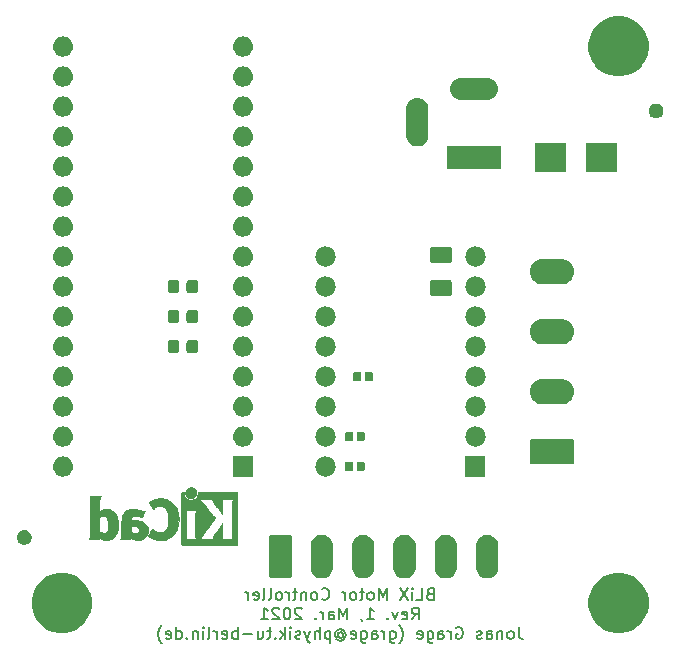
<source format=gbr>
G04 #@! TF.GenerationSoftware,KiCad,Pcbnew,5.0.2+dfsg1-1*
G04 #@! TF.CreationDate,2021-03-19T17:12:50+01:00*
G04 #@! TF.ProjectId,motor,6d6f746f-722e-46b6-9963-61645f706362,rev?*
G04 #@! TF.SameCoordinates,Original*
G04 #@! TF.FileFunction,Soldermask,Bot*
G04 #@! TF.FilePolarity,Negative*
%FSLAX46Y46*%
G04 Gerber Fmt 4.6, Leading zero omitted, Abs format (unit mm)*
G04 Created by KiCad (PCBNEW 5.0.2+dfsg1-1) date Fr 19 Mär 2021 17:12:50 CET*
%MOMM*%
%LPD*%
G01*
G04 APERTURE LIST*
%ADD10C,0.150000*%
%ADD11C,0.010000*%
%ADD12C,0.100000*%
G04 APERTURE END LIST*
D10*
X207595238Y-90778571D02*
X207452380Y-90826190D01*
X207404761Y-90873809D01*
X207357142Y-90969047D01*
X207357142Y-91111904D01*
X207404761Y-91207142D01*
X207452380Y-91254761D01*
X207547619Y-91302380D01*
X207928571Y-91302380D01*
X207928571Y-90302380D01*
X207595238Y-90302380D01*
X207500000Y-90350000D01*
X207452380Y-90397619D01*
X207404761Y-90492857D01*
X207404761Y-90588095D01*
X207452380Y-90683333D01*
X207500000Y-90730952D01*
X207595238Y-90778571D01*
X207928571Y-90778571D01*
X206452380Y-91302380D02*
X206928571Y-91302380D01*
X206928571Y-90302380D01*
X206119047Y-91302380D02*
X206119047Y-90635714D01*
X206119047Y-90302380D02*
X206166666Y-90350000D01*
X206119047Y-90397619D01*
X206071428Y-90350000D01*
X206119047Y-90302380D01*
X206119047Y-90397619D01*
X205738095Y-90302380D02*
X205071428Y-91302380D01*
X205071428Y-90302380D02*
X205738095Y-91302380D01*
X203928571Y-91302380D02*
X203928571Y-90302380D01*
X203595238Y-91016666D01*
X203261904Y-90302380D01*
X203261904Y-91302380D01*
X202642857Y-91302380D02*
X202738095Y-91254761D01*
X202785714Y-91207142D01*
X202833333Y-91111904D01*
X202833333Y-90826190D01*
X202785714Y-90730952D01*
X202738095Y-90683333D01*
X202642857Y-90635714D01*
X202500000Y-90635714D01*
X202404761Y-90683333D01*
X202357142Y-90730952D01*
X202309523Y-90826190D01*
X202309523Y-91111904D01*
X202357142Y-91207142D01*
X202404761Y-91254761D01*
X202500000Y-91302380D01*
X202642857Y-91302380D01*
X202023809Y-90635714D02*
X201642857Y-90635714D01*
X201880952Y-90302380D02*
X201880952Y-91159523D01*
X201833333Y-91254761D01*
X201738095Y-91302380D01*
X201642857Y-91302380D01*
X201166666Y-91302380D02*
X201261904Y-91254761D01*
X201309523Y-91207142D01*
X201357142Y-91111904D01*
X201357142Y-90826190D01*
X201309523Y-90730952D01*
X201261904Y-90683333D01*
X201166666Y-90635714D01*
X201023809Y-90635714D01*
X200928571Y-90683333D01*
X200880952Y-90730952D01*
X200833333Y-90826190D01*
X200833333Y-91111904D01*
X200880952Y-91207142D01*
X200928571Y-91254761D01*
X201023809Y-91302380D01*
X201166666Y-91302380D01*
X200404761Y-91302380D02*
X200404761Y-90635714D01*
X200404761Y-90826190D02*
X200357142Y-90730952D01*
X200309523Y-90683333D01*
X200214285Y-90635714D01*
X200119047Y-90635714D01*
X198452380Y-91207142D02*
X198500000Y-91254761D01*
X198642857Y-91302380D01*
X198738095Y-91302380D01*
X198880952Y-91254761D01*
X198976190Y-91159523D01*
X199023809Y-91064285D01*
X199071428Y-90873809D01*
X199071428Y-90730952D01*
X199023809Y-90540476D01*
X198976190Y-90445238D01*
X198880952Y-90350000D01*
X198738095Y-90302380D01*
X198642857Y-90302380D01*
X198500000Y-90350000D01*
X198452380Y-90397619D01*
X197880952Y-91302380D02*
X197976190Y-91254761D01*
X198023809Y-91207142D01*
X198071428Y-91111904D01*
X198071428Y-90826190D01*
X198023809Y-90730952D01*
X197976190Y-90683333D01*
X197880952Y-90635714D01*
X197738095Y-90635714D01*
X197642857Y-90683333D01*
X197595238Y-90730952D01*
X197547619Y-90826190D01*
X197547619Y-91111904D01*
X197595238Y-91207142D01*
X197642857Y-91254761D01*
X197738095Y-91302380D01*
X197880952Y-91302380D01*
X197119047Y-90635714D02*
X197119047Y-91302380D01*
X197119047Y-90730952D02*
X197071428Y-90683333D01*
X196976190Y-90635714D01*
X196833333Y-90635714D01*
X196738095Y-90683333D01*
X196690476Y-90778571D01*
X196690476Y-91302380D01*
X196357142Y-90635714D02*
X195976190Y-90635714D01*
X196214285Y-90302380D02*
X196214285Y-91159523D01*
X196166666Y-91254761D01*
X196071428Y-91302380D01*
X195976190Y-91302380D01*
X195642857Y-91302380D02*
X195642857Y-90635714D01*
X195642857Y-90826190D02*
X195595238Y-90730952D01*
X195547619Y-90683333D01*
X195452380Y-90635714D01*
X195357142Y-90635714D01*
X194880952Y-91302380D02*
X194976190Y-91254761D01*
X195023809Y-91207142D01*
X195071428Y-91111904D01*
X195071428Y-90826190D01*
X195023809Y-90730952D01*
X194976190Y-90683333D01*
X194880952Y-90635714D01*
X194738095Y-90635714D01*
X194642857Y-90683333D01*
X194595238Y-90730952D01*
X194547619Y-90826190D01*
X194547619Y-91111904D01*
X194595238Y-91207142D01*
X194642857Y-91254761D01*
X194738095Y-91302380D01*
X194880952Y-91302380D01*
X193976190Y-91302380D02*
X194071428Y-91254761D01*
X194119047Y-91159523D01*
X194119047Y-90302380D01*
X193452380Y-91302380D02*
X193547619Y-91254761D01*
X193595238Y-91159523D01*
X193595238Y-90302380D01*
X192690476Y-91254761D02*
X192785714Y-91302380D01*
X192976190Y-91302380D01*
X193071428Y-91254761D01*
X193119047Y-91159523D01*
X193119047Y-90778571D01*
X193071428Y-90683333D01*
X192976190Y-90635714D01*
X192785714Y-90635714D01*
X192690476Y-90683333D01*
X192642857Y-90778571D01*
X192642857Y-90873809D01*
X193119047Y-90969047D01*
X192214285Y-91302380D02*
X192214285Y-90635714D01*
X192214285Y-90826190D02*
X192166666Y-90730952D01*
X192119047Y-90683333D01*
X192023809Y-90635714D01*
X191928571Y-90635714D01*
X206071428Y-92952380D02*
X206404761Y-92476190D01*
X206642857Y-92952380D02*
X206642857Y-91952380D01*
X206261904Y-91952380D01*
X206166666Y-92000000D01*
X206119047Y-92047619D01*
X206071428Y-92142857D01*
X206071428Y-92285714D01*
X206119047Y-92380952D01*
X206166666Y-92428571D01*
X206261904Y-92476190D01*
X206642857Y-92476190D01*
X205261904Y-92904761D02*
X205357142Y-92952380D01*
X205547619Y-92952380D01*
X205642857Y-92904761D01*
X205690476Y-92809523D01*
X205690476Y-92428571D01*
X205642857Y-92333333D01*
X205547619Y-92285714D01*
X205357142Y-92285714D01*
X205261904Y-92333333D01*
X205214285Y-92428571D01*
X205214285Y-92523809D01*
X205690476Y-92619047D01*
X204880952Y-92285714D02*
X204642857Y-92952380D01*
X204404761Y-92285714D01*
X204023809Y-92857142D02*
X203976190Y-92904761D01*
X204023809Y-92952380D01*
X204071428Y-92904761D01*
X204023809Y-92857142D01*
X204023809Y-92952380D01*
X202261904Y-92952380D02*
X202833333Y-92952380D01*
X202547619Y-92952380D02*
X202547619Y-91952380D01*
X202642857Y-92095238D01*
X202738095Y-92190476D01*
X202833333Y-92238095D01*
X201785714Y-92904761D02*
X201785714Y-92952380D01*
X201833333Y-93047619D01*
X201880952Y-93095238D01*
X200595238Y-92952380D02*
X200595238Y-91952380D01*
X200261904Y-92666666D01*
X199928571Y-91952380D01*
X199928571Y-92952380D01*
X199023809Y-92952380D02*
X199023809Y-92428571D01*
X199071428Y-92333333D01*
X199166666Y-92285714D01*
X199357142Y-92285714D01*
X199452380Y-92333333D01*
X199023809Y-92904761D02*
X199119047Y-92952380D01*
X199357142Y-92952380D01*
X199452380Y-92904761D01*
X199500000Y-92809523D01*
X199500000Y-92714285D01*
X199452380Y-92619047D01*
X199357142Y-92571428D01*
X199119047Y-92571428D01*
X199023809Y-92523809D01*
X198547619Y-92952380D02*
X198547619Y-92285714D01*
X198547619Y-92476190D02*
X198500000Y-92380952D01*
X198452380Y-92333333D01*
X198357142Y-92285714D01*
X198261904Y-92285714D01*
X197928571Y-92857142D02*
X197880952Y-92904761D01*
X197928571Y-92952380D01*
X197976190Y-92904761D01*
X197928571Y-92857142D01*
X197928571Y-92952380D01*
X196738095Y-92047619D02*
X196690476Y-92000000D01*
X196595238Y-91952380D01*
X196357142Y-91952380D01*
X196261904Y-92000000D01*
X196214285Y-92047619D01*
X196166666Y-92142857D01*
X196166666Y-92238095D01*
X196214285Y-92380952D01*
X196785714Y-92952380D01*
X196166666Y-92952380D01*
X195547619Y-91952380D02*
X195452380Y-91952380D01*
X195357142Y-92000000D01*
X195309523Y-92047619D01*
X195261904Y-92142857D01*
X195214285Y-92333333D01*
X195214285Y-92571428D01*
X195261904Y-92761904D01*
X195309523Y-92857142D01*
X195357142Y-92904761D01*
X195452380Y-92952380D01*
X195547619Y-92952380D01*
X195642857Y-92904761D01*
X195690476Y-92857142D01*
X195738095Y-92761904D01*
X195785714Y-92571428D01*
X195785714Y-92333333D01*
X195738095Y-92142857D01*
X195690476Y-92047619D01*
X195642857Y-92000000D01*
X195547619Y-91952380D01*
X194833333Y-92047619D02*
X194785714Y-92000000D01*
X194690476Y-91952380D01*
X194452380Y-91952380D01*
X194357142Y-92000000D01*
X194309523Y-92047619D01*
X194261904Y-92142857D01*
X194261904Y-92238095D01*
X194309523Y-92380952D01*
X194880952Y-92952380D01*
X194261904Y-92952380D01*
X193309523Y-92952380D02*
X193880952Y-92952380D01*
X193595238Y-92952380D02*
X193595238Y-91952380D01*
X193690476Y-92095238D01*
X193785714Y-92190476D01*
X193880952Y-92238095D01*
X215119047Y-93602380D02*
X215119047Y-94316666D01*
X215166666Y-94459523D01*
X215261904Y-94554761D01*
X215404761Y-94602380D01*
X215500000Y-94602380D01*
X214500000Y-94602380D02*
X214595238Y-94554761D01*
X214642857Y-94507142D01*
X214690476Y-94411904D01*
X214690476Y-94126190D01*
X214642857Y-94030952D01*
X214595238Y-93983333D01*
X214500000Y-93935714D01*
X214357142Y-93935714D01*
X214261904Y-93983333D01*
X214214285Y-94030952D01*
X214166666Y-94126190D01*
X214166666Y-94411904D01*
X214214285Y-94507142D01*
X214261904Y-94554761D01*
X214357142Y-94602380D01*
X214500000Y-94602380D01*
X213738095Y-93935714D02*
X213738095Y-94602380D01*
X213738095Y-94030952D02*
X213690476Y-93983333D01*
X213595238Y-93935714D01*
X213452380Y-93935714D01*
X213357142Y-93983333D01*
X213309523Y-94078571D01*
X213309523Y-94602380D01*
X212404761Y-94602380D02*
X212404761Y-94078571D01*
X212452380Y-93983333D01*
X212547619Y-93935714D01*
X212738095Y-93935714D01*
X212833333Y-93983333D01*
X212404761Y-94554761D02*
X212500000Y-94602380D01*
X212738095Y-94602380D01*
X212833333Y-94554761D01*
X212880952Y-94459523D01*
X212880952Y-94364285D01*
X212833333Y-94269047D01*
X212738095Y-94221428D01*
X212500000Y-94221428D01*
X212404761Y-94173809D01*
X211976190Y-94554761D02*
X211880952Y-94602380D01*
X211690476Y-94602380D01*
X211595238Y-94554761D01*
X211547619Y-94459523D01*
X211547619Y-94411904D01*
X211595238Y-94316666D01*
X211690476Y-94269047D01*
X211833333Y-94269047D01*
X211928571Y-94221428D01*
X211976190Y-94126190D01*
X211976190Y-94078571D01*
X211928571Y-93983333D01*
X211833333Y-93935714D01*
X211690476Y-93935714D01*
X211595238Y-93983333D01*
X209833333Y-93650000D02*
X209928571Y-93602380D01*
X210071428Y-93602380D01*
X210214285Y-93650000D01*
X210309523Y-93745238D01*
X210357142Y-93840476D01*
X210404761Y-94030952D01*
X210404761Y-94173809D01*
X210357142Y-94364285D01*
X210309523Y-94459523D01*
X210214285Y-94554761D01*
X210071428Y-94602380D01*
X209976190Y-94602380D01*
X209833333Y-94554761D01*
X209785714Y-94507142D01*
X209785714Y-94173809D01*
X209976190Y-94173809D01*
X209357142Y-94602380D02*
X209357142Y-93935714D01*
X209357142Y-94126190D02*
X209309523Y-94030952D01*
X209261904Y-93983333D01*
X209166666Y-93935714D01*
X209071428Y-93935714D01*
X208309523Y-94602380D02*
X208309523Y-94078571D01*
X208357142Y-93983333D01*
X208452380Y-93935714D01*
X208642857Y-93935714D01*
X208738095Y-93983333D01*
X208309523Y-94554761D02*
X208404761Y-94602380D01*
X208642857Y-94602380D01*
X208738095Y-94554761D01*
X208785714Y-94459523D01*
X208785714Y-94364285D01*
X208738095Y-94269047D01*
X208642857Y-94221428D01*
X208404761Y-94221428D01*
X208309523Y-94173809D01*
X207404761Y-93935714D02*
X207404761Y-94745238D01*
X207452380Y-94840476D01*
X207500000Y-94888095D01*
X207595238Y-94935714D01*
X207738095Y-94935714D01*
X207833333Y-94888095D01*
X207404761Y-94554761D02*
X207500000Y-94602380D01*
X207690476Y-94602380D01*
X207785714Y-94554761D01*
X207833333Y-94507142D01*
X207880952Y-94411904D01*
X207880952Y-94126190D01*
X207833333Y-94030952D01*
X207785714Y-93983333D01*
X207690476Y-93935714D01*
X207500000Y-93935714D01*
X207404761Y-93983333D01*
X206547619Y-94554761D02*
X206642857Y-94602380D01*
X206833333Y-94602380D01*
X206928571Y-94554761D01*
X206976190Y-94459523D01*
X206976190Y-94078571D01*
X206928571Y-93983333D01*
X206833333Y-93935714D01*
X206642857Y-93935714D01*
X206547619Y-93983333D01*
X206500000Y-94078571D01*
X206500000Y-94173809D01*
X206976190Y-94269047D01*
X205023809Y-94983333D02*
X205071428Y-94935714D01*
X205166666Y-94792857D01*
X205214285Y-94697619D01*
X205261904Y-94554761D01*
X205309523Y-94316666D01*
X205309523Y-94126190D01*
X205261904Y-93888095D01*
X205214285Y-93745238D01*
X205166666Y-93650000D01*
X205071428Y-93507142D01*
X205023809Y-93459523D01*
X204214285Y-93935714D02*
X204214285Y-94745238D01*
X204261904Y-94840476D01*
X204309523Y-94888095D01*
X204404761Y-94935714D01*
X204547619Y-94935714D01*
X204642857Y-94888095D01*
X204214285Y-94554761D02*
X204309523Y-94602380D01*
X204500000Y-94602380D01*
X204595238Y-94554761D01*
X204642857Y-94507142D01*
X204690476Y-94411904D01*
X204690476Y-94126190D01*
X204642857Y-94030952D01*
X204595238Y-93983333D01*
X204500000Y-93935714D01*
X204309523Y-93935714D01*
X204214285Y-93983333D01*
X203738095Y-94602380D02*
X203738095Y-93935714D01*
X203738095Y-94126190D02*
X203690476Y-94030952D01*
X203642857Y-93983333D01*
X203547619Y-93935714D01*
X203452380Y-93935714D01*
X202690476Y-94602380D02*
X202690476Y-94078571D01*
X202738095Y-93983333D01*
X202833333Y-93935714D01*
X203023809Y-93935714D01*
X203119047Y-93983333D01*
X202690476Y-94554761D02*
X202785714Y-94602380D01*
X203023809Y-94602380D01*
X203119047Y-94554761D01*
X203166666Y-94459523D01*
X203166666Y-94364285D01*
X203119047Y-94269047D01*
X203023809Y-94221428D01*
X202785714Y-94221428D01*
X202690476Y-94173809D01*
X201785714Y-93935714D02*
X201785714Y-94745238D01*
X201833333Y-94840476D01*
X201880952Y-94888095D01*
X201976190Y-94935714D01*
X202119047Y-94935714D01*
X202214285Y-94888095D01*
X201785714Y-94554761D02*
X201880952Y-94602380D01*
X202071428Y-94602380D01*
X202166666Y-94554761D01*
X202214285Y-94507142D01*
X202261904Y-94411904D01*
X202261904Y-94126190D01*
X202214285Y-94030952D01*
X202166666Y-93983333D01*
X202071428Y-93935714D01*
X201880952Y-93935714D01*
X201785714Y-93983333D01*
X200928571Y-94554761D02*
X201023809Y-94602380D01*
X201214285Y-94602380D01*
X201309523Y-94554761D01*
X201357142Y-94459523D01*
X201357142Y-94078571D01*
X201309523Y-93983333D01*
X201214285Y-93935714D01*
X201023809Y-93935714D01*
X200928571Y-93983333D01*
X200880952Y-94078571D01*
X200880952Y-94173809D01*
X201357142Y-94269047D01*
X199833333Y-94126190D02*
X199880952Y-94078571D01*
X199976190Y-94030952D01*
X200071428Y-94030952D01*
X200166666Y-94078571D01*
X200214285Y-94126190D01*
X200261904Y-94221428D01*
X200261904Y-94316666D01*
X200214285Y-94411904D01*
X200166666Y-94459523D01*
X200071428Y-94507142D01*
X199976190Y-94507142D01*
X199880952Y-94459523D01*
X199833333Y-94411904D01*
X199833333Y-94030952D02*
X199833333Y-94411904D01*
X199785714Y-94459523D01*
X199738095Y-94459523D01*
X199642857Y-94411904D01*
X199595238Y-94316666D01*
X199595238Y-94078571D01*
X199690476Y-93935714D01*
X199833333Y-93840476D01*
X200023809Y-93792857D01*
X200214285Y-93840476D01*
X200357142Y-93935714D01*
X200452380Y-94078571D01*
X200500000Y-94269047D01*
X200452380Y-94459523D01*
X200357142Y-94602380D01*
X200214285Y-94697619D01*
X200023809Y-94745238D01*
X199833333Y-94697619D01*
X199690476Y-94602380D01*
X199166666Y-93935714D02*
X199166666Y-94935714D01*
X199166666Y-93983333D02*
X199071428Y-93935714D01*
X198880952Y-93935714D01*
X198785714Y-93983333D01*
X198738095Y-94030952D01*
X198690476Y-94126190D01*
X198690476Y-94411904D01*
X198738095Y-94507142D01*
X198785714Y-94554761D01*
X198880952Y-94602380D01*
X199071428Y-94602380D01*
X199166666Y-94554761D01*
X198261904Y-94602380D02*
X198261904Y-93602380D01*
X197833333Y-94602380D02*
X197833333Y-94078571D01*
X197880952Y-93983333D01*
X197976190Y-93935714D01*
X198119047Y-93935714D01*
X198214285Y-93983333D01*
X198261904Y-94030952D01*
X197452380Y-93935714D02*
X197214285Y-94602380D01*
X196976190Y-93935714D02*
X197214285Y-94602380D01*
X197309523Y-94840476D01*
X197357142Y-94888095D01*
X197452380Y-94935714D01*
X196642857Y-94554761D02*
X196547619Y-94602380D01*
X196357142Y-94602380D01*
X196261904Y-94554761D01*
X196214285Y-94459523D01*
X196214285Y-94411904D01*
X196261904Y-94316666D01*
X196357142Y-94269047D01*
X196500000Y-94269047D01*
X196595238Y-94221428D01*
X196642857Y-94126190D01*
X196642857Y-94078571D01*
X196595238Y-93983333D01*
X196500000Y-93935714D01*
X196357142Y-93935714D01*
X196261904Y-93983333D01*
X195785714Y-94602380D02*
X195785714Y-93935714D01*
X195785714Y-93602380D02*
X195833333Y-93650000D01*
X195785714Y-93697619D01*
X195738095Y-93650000D01*
X195785714Y-93602380D01*
X195785714Y-93697619D01*
X195309523Y-94602380D02*
X195309523Y-93602380D01*
X195214285Y-94221428D02*
X194928571Y-94602380D01*
X194928571Y-93935714D02*
X195309523Y-94316666D01*
X194500000Y-94507142D02*
X194452380Y-94554761D01*
X194500000Y-94602380D01*
X194547619Y-94554761D01*
X194500000Y-94507142D01*
X194500000Y-94602380D01*
X194166666Y-93935714D02*
X193785714Y-93935714D01*
X194023809Y-93602380D02*
X194023809Y-94459523D01*
X193976190Y-94554761D01*
X193880952Y-94602380D01*
X193785714Y-94602380D01*
X193023809Y-93935714D02*
X193023809Y-94602380D01*
X193452380Y-93935714D02*
X193452380Y-94459523D01*
X193404761Y-94554761D01*
X193309523Y-94602380D01*
X193166666Y-94602380D01*
X193071428Y-94554761D01*
X193023809Y-94507142D01*
X192547619Y-94221428D02*
X191785714Y-94221428D01*
X191309523Y-94602380D02*
X191309523Y-93602380D01*
X191309523Y-93983333D02*
X191214285Y-93935714D01*
X191023809Y-93935714D01*
X190928571Y-93983333D01*
X190880952Y-94030952D01*
X190833333Y-94126190D01*
X190833333Y-94411904D01*
X190880952Y-94507142D01*
X190928571Y-94554761D01*
X191023809Y-94602380D01*
X191214285Y-94602380D01*
X191309523Y-94554761D01*
X190023809Y-94554761D02*
X190119047Y-94602380D01*
X190309523Y-94602380D01*
X190404761Y-94554761D01*
X190452380Y-94459523D01*
X190452380Y-94078571D01*
X190404761Y-93983333D01*
X190309523Y-93935714D01*
X190119047Y-93935714D01*
X190023809Y-93983333D01*
X189976190Y-94078571D01*
X189976190Y-94173809D01*
X190452380Y-94269047D01*
X189547619Y-94602380D02*
X189547619Y-93935714D01*
X189547619Y-94126190D02*
X189500000Y-94030952D01*
X189452380Y-93983333D01*
X189357142Y-93935714D01*
X189261904Y-93935714D01*
X188785714Y-94602380D02*
X188880952Y-94554761D01*
X188928571Y-94459523D01*
X188928571Y-93602380D01*
X188404761Y-94602380D02*
X188404761Y-93935714D01*
X188404761Y-93602380D02*
X188452380Y-93650000D01*
X188404761Y-93697619D01*
X188357142Y-93650000D01*
X188404761Y-93602380D01*
X188404761Y-93697619D01*
X187928571Y-93935714D02*
X187928571Y-94602380D01*
X187928571Y-94030952D02*
X187880952Y-93983333D01*
X187785714Y-93935714D01*
X187642857Y-93935714D01*
X187547619Y-93983333D01*
X187500000Y-94078571D01*
X187500000Y-94602380D01*
X187023809Y-94507142D02*
X186976190Y-94554761D01*
X187023809Y-94602380D01*
X187071428Y-94554761D01*
X187023809Y-94507142D01*
X187023809Y-94602380D01*
X186119047Y-94602380D02*
X186119047Y-93602380D01*
X186119047Y-94554761D02*
X186214285Y-94602380D01*
X186404761Y-94602380D01*
X186500000Y-94554761D01*
X186547619Y-94507142D01*
X186595238Y-94411904D01*
X186595238Y-94126190D01*
X186547619Y-94030952D01*
X186500000Y-93983333D01*
X186404761Y-93935714D01*
X186214285Y-93935714D01*
X186119047Y-93983333D01*
X185261904Y-94554761D02*
X185357142Y-94602380D01*
X185547619Y-94602380D01*
X185642857Y-94554761D01*
X185690476Y-94459523D01*
X185690476Y-94078571D01*
X185642857Y-93983333D01*
X185547619Y-93935714D01*
X185357142Y-93935714D01*
X185261904Y-93983333D01*
X185214285Y-94078571D01*
X185214285Y-94173809D01*
X185690476Y-94269047D01*
X184880952Y-94983333D02*
X184833333Y-94935714D01*
X184738095Y-94792857D01*
X184690476Y-94697619D01*
X184642857Y-94554761D01*
X184595238Y-94316666D01*
X184595238Y-94126190D01*
X184642857Y-93888095D01*
X184690476Y-93745238D01*
X184738095Y-93650000D01*
X184833333Y-93507142D01*
X184880952Y-93459523D01*
D11*
G04 #@! TO.C,REF\002A\002A*
G36*
X187273043Y-81776571D02*
X187176768Y-81800809D01*
X187090184Y-81843641D01*
X187015373Y-81903419D01*
X186954418Y-81978494D01*
X186909399Y-82067220D01*
X186883136Y-82163530D01*
X186877286Y-82260795D01*
X186892140Y-82354654D01*
X186925840Y-82442511D01*
X186976528Y-82521770D01*
X187042345Y-82589836D01*
X187121434Y-82644112D01*
X187211934Y-82682002D01*
X187263200Y-82694426D01*
X187307698Y-82701947D01*
X187341999Y-82704919D01*
X187374960Y-82703094D01*
X187415434Y-82696225D01*
X187448531Y-82689250D01*
X187541947Y-82657741D01*
X187625619Y-82606617D01*
X187697665Y-82537429D01*
X187756200Y-82451728D01*
X187770148Y-82424489D01*
X187786586Y-82388122D01*
X187796894Y-82357582D01*
X187802460Y-82325450D01*
X187804669Y-82284307D01*
X187804948Y-82238222D01*
X187800861Y-82153865D01*
X187787446Y-82084586D01*
X187762256Y-82023961D01*
X187722846Y-81965567D01*
X187684298Y-81921302D01*
X187612406Y-81855484D01*
X187537313Y-81810053D01*
X187454562Y-81782850D01*
X187376928Y-81772576D01*
X187273043Y-81776571D01*
X187273043Y-81776571D01*
G37*
X187273043Y-81776571D02*
X187176768Y-81800809D01*
X187090184Y-81843641D01*
X187015373Y-81903419D01*
X186954418Y-81978494D01*
X186909399Y-82067220D01*
X186883136Y-82163530D01*
X186877286Y-82260795D01*
X186892140Y-82354654D01*
X186925840Y-82442511D01*
X186976528Y-82521770D01*
X187042345Y-82589836D01*
X187121434Y-82644112D01*
X187211934Y-82682002D01*
X187263200Y-82694426D01*
X187307698Y-82701947D01*
X187341999Y-82704919D01*
X187374960Y-82703094D01*
X187415434Y-82696225D01*
X187448531Y-82689250D01*
X187541947Y-82657741D01*
X187625619Y-82606617D01*
X187697665Y-82537429D01*
X187756200Y-82451728D01*
X187770148Y-82424489D01*
X187786586Y-82388122D01*
X187796894Y-82357582D01*
X187802460Y-82325450D01*
X187804669Y-82284307D01*
X187804948Y-82238222D01*
X187800861Y-82153865D01*
X187787446Y-82084586D01*
X187762256Y-82023961D01*
X187722846Y-81965567D01*
X187684298Y-81921302D01*
X187612406Y-81855484D01*
X187537313Y-81810053D01*
X187454562Y-81782850D01*
X187376928Y-81772576D01*
X187273043Y-81776571D01*
G36*
X178813493Y-84222245D02*
X178813474Y-84456662D01*
X178813448Y-84669603D01*
X178813375Y-84862168D01*
X178813218Y-85035459D01*
X178812936Y-85190576D01*
X178812491Y-85328620D01*
X178811844Y-85450692D01*
X178810955Y-85557894D01*
X178809787Y-85651326D01*
X178808299Y-85732090D01*
X178806454Y-85801286D01*
X178804211Y-85860015D01*
X178801531Y-85909379D01*
X178798377Y-85950478D01*
X178794708Y-85984413D01*
X178790487Y-86012286D01*
X178785673Y-86035198D01*
X178780227Y-86054249D01*
X178774112Y-86070540D01*
X178767288Y-86085173D01*
X178759715Y-86099249D01*
X178751355Y-86113868D01*
X178746161Y-86122974D01*
X178711896Y-86183689D01*
X179570045Y-86183689D01*
X179570045Y-86087733D01*
X179570776Y-86044370D01*
X179572728Y-86011205D01*
X179575537Y-85993424D01*
X179576779Y-85991778D01*
X179588201Y-85998662D01*
X179610916Y-86016505D01*
X179633615Y-86035879D01*
X179688200Y-86076614D01*
X179757679Y-86117617D01*
X179834730Y-86155123D01*
X179912035Y-86185364D01*
X179942887Y-86195012D01*
X180011384Y-86209578D01*
X180094236Y-86219539D01*
X180183629Y-86224583D01*
X180271752Y-86224396D01*
X180350793Y-86218666D01*
X180388489Y-86212858D01*
X180526586Y-86174797D01*
X180653887Y-86117073D01*
X180769708Y-86040211D01*
X180873363Y-85944739D01*
X180964167Y-85831179D01*
X181030969Y-85720381D01*
X181085836Y-85603625D01*
X181127837Y-85484276D01*
X181157833Y-85358283D01*
X181176689Y-85221594D01*
X181185268Y-85070158D01*
X181185994Y-84992711D01*
X181183900Y-84935934D01*
X180354783Y-84935934D01*
X180354576Y-85029002D01*
X180351663Y-85116692D01*
X180346000Y-85193772D01*
X180337545Y-85255009D01*
X180334962Y-85267350D01*
X180303160Y-85374633D01*
X180261502Y-85461658D01*
X180209637Y-85528642D01*
X180147219Y-85575805D01*
X180073900Y-85603365D01*
X179989331Y-85611541D01*
X179893165Y-85600551D01*
X179829689Y-85584829D01*
X179780546Y-85566639D01*
X179726417Y-85540791D01*
X179685756Y-85517089D01*
X179615200Y-85470721D01*
X179615200Y-84320530D01*
X179682608Y-84276962D01*
X179761133Y-84236040D01*
X179845319Y-84209389D01*
X179930443Y-84197465D01*
X180011784Y-84200722D01*
X180084620Y-84219615D01*
X180116574Y-84235184D01*
X180174499Y-84278181D01*
X180223456Y-84334953D01*
X180264610Y-84407575D01*
X180299126Y-84498121D01*
X180328167Y-84608666D01*
X180329448Y-84614533D01*
X180339619Y-84676788D01*
X180347261Y-84754594D01*
X180352330Y-84842720D01*
X180354783Y-84935934D01*
X181183900Y-84935934D01*
X181178143Y-84779895D01*
X181156198Y-84584059D01*
X181120214Y-84405332D01*
X181070241Y-84243845D01*
X181006332Y-84099726D01*
X180928538Y-83973106D01*
X180836911Y-83864115D01*
X180731503Y-83772883D01*
X180686338Y-83741932D01*
X180585389Y-83685785D01*
X180482099Y-83646174D01*
X180372011Y-83622014D01*
X180250670Y-83612219D01*
X180158164Y-83613265D01*
X180028510Y-83624231D01*
X179915916Y-83646046D01*
X179817125Y-83679714D01*
X179728879Y-83726236D01*
X179680014Y-83760448D01*
X179650647Y-83782362D01*
X179628957Y-83797333D01*
X179620747Y-83801733D01*
X179619132Y-83790904D01*
X179617841Y-83760251D01*
X179616862Y-83712526D01*
X179616183Y-83650479D01*
X179615790Y-83576862D01*
X179615670Y-83494427D01*
X179615812Y-83405925D01*
X179616203Y-83314107D01*
X179616829Y-83221724D01*
X179617680Y-83131528D01*
X179618740Y-83046271D01*
X179619999Y-82968703D01*
X179621444Y-82901576D01*
X179623062Y-82847641D01*
X179624839Y-82809650D01*
X179625331Y-82802667D01*
X179632908Y-82732251D01*
X179644469Y-82677102D01*
X179662208Y-82629981D01*
X179688318Y-82583647D01*
X179694585Y-82574067D01*
X179719017Y-82537378D01*
X178813689Y-82537378D01*
X178813493Y-84222245D01*
X178813493Y-84222245D01*
G37*
X178813493Y-84222245D02*
X178813474Y-84456662D01*
X178813448Y-84669603D01*
X178813375Y-84862168D01*
X178813218Y-85035459D01*
X178812936Y-85190576D01*
X178812491Y-85328620D01*
X178811844Y-85450692D01*
X178810955Y-85557894D01*
X178809787Y-85651326D01*
X178808299Y-85732090D01*
X178806454Y-85801286D01*
X178804211Y-85860015D01*
X178801531Y-85909379D01*
X178798377Y-85950478D01*
X178794708Y-85984413D01*
X178790487Y-86012286D01*
X178785673Y-86035198D01*
X178780227Y-86054249D01*
X178774112Y-86070540D01*
X178767288Y-86085173D01*
X178759715Y-86099249D01*
X178751355Y-86113868D01*
X178746161Y-86122974D01*
X178711896Y-86183689D01*
X179570045Y-86183689D01*
X179570045Y-86087733D01*
X179570776Y-86044370D01*
X179572728Y-86011205D01*
X179575537Y-85993424D01*
X179576779Y-85991778D01*
X179588201Y-85998662D01*
X179610916Y-86016505D01*
X179633615Y-86035879D01*
X179688200Y-86076614D01*
X179757679Y-86117617D01*
X179834730Y-86155123D01*
X179912035Y-86185364D01*
X179942887Y-86195012D01*
X180011384Y-86209578D01*
X180094236Y-86219539D01*
X180183629Y-86224583D01*
X180271752Y-86224396D01*
X180350793Y-86218666D01*
X180388489Y-86212858D01*
X180526586Y-86174797D01*
X180653887Y-86117073D01*
X180769708Y-86040211D01*
X180873363Y-85944739D01*
X180964167Y-85831179D01*
X181030969Y-85720381D01*
X181085836Y-85603625D01*
X181127837Y-85484276D01*
X181157833Y-85358283D01*
X181176689Y-85221594D01*
X181185268Y-85070158D01*
X181185994Y-84992711D01*
X181183900Y-84935934D01*
X180354783Y-84935934D01*
X180354576Y-85029002D01*
X180351663Y-85116692D01*
X180346000Y-85193772D01*
X180337545Y-85255009D01*
X180334962Y-85267350D01*
X180303160Y-85374633D01*
X180261502Y-85461658D01*
X180209637Y-85528642D01*
X180147219Y-85575805D01*
X180073900Y-85603365D01*
X179989331Y-85611541D01*
X179893165Y-85600551D01*
X179829689Y-85584829D01*
X179780546Y-85566639D01*
X179726417Y-85540791D01*
X179685756Y-85517089D01*
X179615200Y-85470721D01*
X179615200Y-84320530D01*
X179682608Y-84276962D01*
X179761133Y-84236040D01*
X179845319Y-84209389D01*
X179930443Y-84197465D01*
X180011784Y-84200722D01*
X180084620Y-84219615D01*
X180116574Y-84235184D01*
X180174499Y-84278181D01*
X180223456Y-84334953D01*
X180264610Y-84407575D01*
X180299126Y-84498121D01*
X180328167Y-84608666D01*
X180329448Y-84614533D01*
X180339619Y-84676788D01*
X180347261Y-84754594D01*
X180352330Y-84842720D01*
X180354783Y-84935934D01*
X181183900Y-84935934D01*
X181178143Y-84779895D01*
X181156198Y-84584059D01*
X181120214Y-84405332D01*
X181070241Y-84243845D01*
X181006332Y-84099726D01*
X180928538Y-83973106D01*
X180836911Y-83864115D01*
X180731503Y-83772883D01*
X180686338Y-83741932D01*
X180585389Y-83685785D01*
X180482099Y-83646174D01*
X180372011Y-83622014D01*
X180250670Y-83612219D01*
X180158164Y-83613265D01*
X180028510Y-83624231D01*
X179915916Y-83646046D01*
X179817125Y-83679714D01*
X179728879Y-83726236D01*
X179680014Y-83760448D01*
X179650647Y-83782362D01*
X179628957Y-83797333D01*
X179620747Y-83801733D01*
X179619132Y-83790904D01*
X179617841Y-83760251D01*
X179616862Y-83712526D01*
X179616183Y-83650479D01*
X179615790Y-83576862D01*
X179615670Y-83494427D01*
X179615812Y-83405925D01*
X179616203Y-83314107D01*
X179616829Y-83221724D01*
X179617680Y-83131528D01*
X179618740Y-83046271D01*
X179619999Y-82968703D01*
X179621444Y-82901576D01*
X179623062Y-82847641D01*
X179624839Y-82809650D01*
X179625331Y-82802667D01*
X179632908Y-82732251D01*
X179644469Y-82677102D01*
X179662208Y-82629981D01*
X179688318Y-82583647D01*
X179694585Y-82574067D01*
X179719017Y-82537378D01*
X178813689Y-82537378D01*
X178813493Y-84222245D01*
G36*
X182326426Y-83616552D02*
X182174508Y-83636567D01*
X182039244Y-83670202D01*
X181919761Y-83717725D01*
X181815185Y-83779405D01*
X181737576Y-83842965D01*
X181668735Y-83917099D01*
X181614994Y-83996871D01*
X181572090Y-84089091D01*
X181556616Y-84132161D01*
X181543756Y-84171142D01*
X181532554Y-84207289D01*
X181522880Y-84242434D01*
X181514604Y-84278410D01*
X181507597Y-84317050D01*
X181501728Y-84360185D01*
X181496869Y-84409649D01*
X181492890Y-84467273D01*
X181489660Y-84534891D01*
X181487051Y-84614334D01*
X181484933Y-84707436D01*
X181483176Y-84816027D01*
X181481651Y-84941942D01*
X181480228Y-85087012D01*
X181478975Y-85229778D01*
X181477649Y-85385968D01*
X181476444Y-85521239D01*
X181475234Y-85637246D01*
X181473894Y-85735645D01*
X181472300Y-85818093D01*
X181470325Y-85886246D01*
X181467844Y-85941760D01*
X181464731Y-85986292D01*
X181460862Y-86021498D01*
X181456111Y-86049034D01*
X181450352Y-86070556D01*
X181443461Y-86087722D01*
X181435311Y-86102186D01*
X181425777Y-86115606D01*
X181414734Y-86129638D01*
X181410434Y-86135071D01*
X181394614Y-86157910D01*
X181387578Y-86173463D01*
X181387556Y-86173922D01*
X181398433Y-86176121D01*
X181429418Y-86178147D01*
X181478043Y-86179942D01*
X181541837Y-86181451D01*
X181618331Y-86182616D01*
X181705056Y-86183380D01*
X181799543Y-86183686D01*
X181810450Y-86183689D01*
X182233343Y-86183689D01*
X182236605Y-86087622D01*
X182239867Y-85991556D01*
X182301956Y-86042543D01*
X182399286Y-86110057D01*
X182509187Y-86164749D01*
X182595651Y-86194978D01*
X182664722Y-86209666D01*
X182748075Y-86219659D01*
X182837841Y-86224646D01*
X182926155Y-86224313D01*
X183005149Y-86218351D01*
X183041378Y-86212638D01*
X183181397Y-86174776D01*
X183307822Y-86119932D01*
X183419740Y-86048924D01*
X183516238Y-85962568D01*
X183596400Y-85861679D01*
X183659313Y-85747076D01*
X183703688Y-85620984D01*
X183716022Y-85564401D01*
X183723632Y-85502202D01*
X183727261Y-85427363D01*
X183727755Y-85393467D01*
X183727690Y-85390282D01*
X182967752Y-85390282D01*
X182958459Y-85465333D01*
X182930272Y-85529160D01*
X182881803Y-85584798D01*
X182876746Y-85589211D01*
X182828452Y-85624037D01*
X182776743Y-85646620D01*
X182716011Y-85658540D01*
X182640648Y-85661383D01*
X182622541Y-85660978D01*
X182568722Y-85658325D01*
X182528692Y-85652909D01*
X182493676Y-85642745D01*
X182454897Y-85625850D01*
X182444255Y-85620672D01*
X182383604Y-85584844D01*
X182336785Y-85542212D01*
X182324048Y-85526973D01*
X182279378Y-85470462D01*
X182279378Y-85274586D01*
X182279914Y-85195939D01*
X182281604Y-85137988D01*
X182284572Y-85098875D01*
X182288943Y-85076741D01*
X182293028Y-85070274D01*
X182308953Y-85067111D01*
X182342736Y-85064488D01*
X182389660Y-85062655D01*
X182445007Y-85061857D01*
X182453894Y-85061842D01*
X182574670Y-85067096D01*
X182677340Y-85083263D01*
X182763894Y-85110961D01*
X182836319Y-85150808D01*
X182891249Y-85197758D01*
X182935796Y-85255645D01*
X182960520Y-85318693D01*
X182967752Y-85390282D01*
X183727690Y-85390282D01*
X183725822Y-85299712D01*
X183717478Y-85220812D01*
X183701232Y-85149590D01*
X183675595Y-85078864D01*
X183651599Y-85026493D01*
X183592980Y-84931196D01*
X183514883Y-84843170D01*
X183419685Y-84764017D01*
X183309762Y-84695340D01*
X183187490Y-84638741D01*
X183055245Y-84595821D01*
X182990578Y-84580882D01*
X182854396Y-84558777D01*
X182705951Y-84544194D01*
X182554495Y-84537813D01*
X182427936Y-84539445D01*
X182266050Y-84546224D01*
X182273470Y-84487245D01*
X182292762Y-84388092D01*
X182323896Y-84307372D01*
X182367731Y-84244466D01*
X182425129Y-84198756D01*
X182496952Y-84169622D01*
X182584059Y-84156447D01*
X182687314Y-84158611D01*
X182725289Y-84162612D01*
X182866480Y-84187780D01*
X183003293Y-84228814D01*
X183097822Y-84266815D01*
X183142982Y-84286190D01*
X183181415Y-84301760D01*
X183207766Y-84311405D01*
X183215454Y-84313452D01*
X183225198Y-84304374D01*
X183241917Y-84275405D01*
X183265768Y-84226217D01*
X183296907Y-84156484D01*
X183335493Y-84065879D01*
X183342090Y-84050089D01*
X183372147Y-83977772D01*
X183399126Y-83912425D01*
X183421864Y-83856906D01*
X183439194Y-83814072D01*
X183449952Y-83786781D01*
X183453059Y-83777942D01*
X183443060Y-83773187D01*
X183416783Y-83767910D01*
X183388511Y-83764231D01*
X183358354Y-83759474D01*
X183310567Y-83750028D01*
X183249388Y-83736820D01*
X183179054Y-83720776D01*
X183103806Y-83702820D01*
X183075245Y-83695797D01*
X182970184Y-83670209D01*
X182882520Y-83650147D01*
X182807932Y-83634969D01*
X182742097Y-83624035D01*
X182680693Y-83616704D01*
X182619398Y-83612335D01*
X182553890Y-83610287D01*
X182495872Y-83609889D01*
X182326426Y-83616552D01*
X182326426Y-83616552D01*
G37*
X182326426Y-83616552D02*
X182174508Y-83636567D01*
X182039244Y-83670202D01*
X181919761Y-83717725D01*
X181815185Y-83779405D01*
X181737576Y-83842965D01*
X181668735Y-83917099D01*
X181614994Y-83996871D01*
X181572090Y-84089091D01*
X181556616Y-84132161D01*
X181543756Y-84171142D01*
X181532554Y-84207289D01*
X181522880Y-84242434D01*
X181514604Y-84278410D01*
X181507597Y-84317050D01*
X181501728Y-84360185D01*
X181496869Y-84409649D01*
X181492890Y-84467273D01*
X181489660Y-84534891D01*
X181487051Y-84614334D01*
X181484933Y-84707436D01*
X181483176Y-84816027D01*
X181481651Y-84941942D01*
X181480228Y-85087012D01*
X181478975Y-85229778D01*
X181477649Y-85385968D01*
X181476444Y-85521239D01*
X181475234Y-85637246D01*
X181473894Y-85735645D01*
X181472300Y-85818093D01*
X181470325Y-85886246D01*
X181467844Y-85941760D01*
X181464731Y-85986292D01*
X181460862Y-86021498D01*
X181456111Y-86049034D01*
X181450352Y-86070556D01*
X181443461Y-86087722D01*
X181435311Y-86102186D01*
X181425777Y-86115606D01*
X181414734Y-86129638D01*
X181410434Y-86135071D01*
X181394614Y-86157910D01*
X181387578Y-86173463D01*
X181387556Y-86173922D01*
X181398433Y-86176121D01*
X181429418Y-86178147D01*
X181478043Y-86179942D01*
X181541837Y-86181451D01*
X181618331Y-86182616D01*
X181705056Y-86183380D01*
X181799543Y-86183686D01*
X181810450Y-86183689D01*
X182233343Y-86183689D01*
X182236605Y-86087622D01*
X182239867Y-85991556D01*
X182301956Y-86042543D01*
X182399286Y-86110057D01*
X182509187Y-86164749D01*
X182595651Y-86194978D01*
X182664722Y-86209666D01*
X182748075Y-86219659D01*
X182837841Y-86224646D01*
X182926155Y-86224313D01*
X183005149Y-86218351D01*
X183041378Y-86212638D01*
X183181397Y-86174776D01*
X183307822Y-86119932D01*
X183419740Y-86048924D01*
X183516238Y-85962568D01*
X183596400Y-85861679D01*
X183659313Y-85747076D01*
X183703688Y-85620984D01*
X183716022Y-85564401D01*
X183723632Y-85502202D01*
X183727261Y-85427363D01*
X183727755Y-85393467D01*
X183727690Y-85390282D01*
X182967752Y-85390282D01*
X182958459Y-85465333D01*
X182930272Y-85529160D01*
X182881803Y-85584798D01*
X182876746Y-85589211D01*
X182828452Y-85624037D01*
X182776743Y-85646620D01*
X182716011Y-85658540D01*
X182640648Y-85661383D01*
X182622541Y-85660978D01*
X182568722Y-85658325D01*
X182528692Y-85652909D01*
X182493676Y-85642745D01*
X182454897Y-85625850D01*
X182444255Y-85620672D01*
X182383604Y-85584844D01*
X182336785Y-85542212D01*
X182324048Y-85526973D01*
X182279378Y-85470462D01*
X182279378Y-85274586D01*
X182279914Y-85195939D01*
X182281604Y-85137988D01*
X182284572Y-85098875D01*
X182288943Y-85076741D01*
X182293028Y-85070274D01*
X182308953Y-85067111D01*
X182342736Y-85064488D01*
X182389660Y-85062655D01*
X182445007Y-85061857D01*
X182453894Y-85061842D01*
X182574670Y-85067096D01*
X182677340Y-85083263D01*
X182763894Y-85110961D01*
X182836319Y-85150808D01*
X182891249Y-85197758D01*
X182935796Y-85255645D01*
X182960520Y-85318693D01*
X182967752Y-85390282D01*
X183727690Y-85390282D01*
X183725822Y-85299712D01*
X183717478Y-85220812D01*
X183701232Y-85149590D01*
X183675595Y-85078864D01*
X183651599Y-85026493D01*
X183592980Y-84931196D01*
X183514883Y-84843170D01*
X183419685Y-84764017D01*
X183309762Y-84695340D01*
X183187490Y-84638741D01*
X183055245Y-84595821D01*
X182990578Y-84580882D01*
X182854396Y-84558777D01*
X182705951Y-84544194D01*
X182554495Y-84537813D01*
X182427936Y-84539445D01*
X182266050Y-84546224D01*
X182273470Y-84487245D01*
X182292762Y-84388092D01*
X182323896Y-84307372D01*
X182367731Y-84244466D01*
X182425129Y-84198756D01*
X182496952Y-84169622D01*
X182584059Y-84156447D01*
X182687314Y-84158611D01*
X182725289Y-84162612D01*
X182866480Y-84187780D01*
X183003293Y-84228814D01*
X183097822Y-84266815D01*
X183142982Y-84286190D01*
X183181415Y-84301760D01*
X183207766Y-84311405D01*
X183215454Y-84313452D01*
X183225198Y-84304374D01*
X183241917Y-84275405D01*
X183265768Y-84226217D01*
X183296907Y-84156484D01*
X183335493Y-84065879D01*
X183342090Y-84050089D01*
X183372147Y-83977772D01*
X183399126Y-83912425D01*
X183421864Y-83856906D01*
X183439194Y-83814072D01*
X183449952Y-83786781D01*
X183453059Y-83777942D01*
X183443060Y-83773187D01*
X183416783Y-83767910D01*
X183388511Y-83764231D01*
X183358354Y-83759474D01*
X183310567Y-83750028D01*
X183249388Y-83736820D01*
X183179054Y-83720776D01*
X183103806Y-83702820D01*
X183075245Y-83695797D01*
X182970184Y-83670209D01*
X182882520Y-83650147D01*
X182807932Y-83634969D01*
X182742097Y-83624035D01*
X182680693Y-83616704D01*
X182619398Y-83612335D01*
X182553890Y-83610287D01*
X182495872Y-83609889D01*
X182326426Y-83616552D01*
G36*
X184671571Y-82699071D02*
X184511430Y-82720245D01*
X184347490Y-82760385D01*
X184177687Y-82819889D01*
X183999957Y-82899154D01*
X183988690Y-82904699D01*
X183930995Y-82932725D01*
X183879448Y-82956802D01*
X183837809Y-82975249D01*
X183809838Y-82986386D01*
X183800267Y-82988933D01*
X183781050Y-82993941D01*
X183776439Y-82998147D01*
X183781542Y-83008580D01*
X183797582Y-83034868D01*
X183822712Y-83074257D01*
X183855086Y-83123991D01*
X183892857Y-83181315D01*
X183934178Y-83243476D01*
X183977202Y-83307718D01*
X184020083Y-83371285D01*
X184060974Y-83431425D01*
X184098029Y-83485380D01*
X184129400Y-83530397D01*
X184153241Y-83563721D01*
X184167706Y-83582597D01*
X184169691Y-83584787D01*
X184179809Y-83580138D01*
X184202150Y-83562962D01*
X184232720Y-83536440D01*
X184248464Y-83521964D01*
X184344953Y-83446682D01*
X184451664Y-83391241D01*
X184567168Y-83356141D01*
X184690038Y-83341880D01*
X184759439Y-83343051D01*
X184880577Y-83360212D01*
X184989795Y-83396094D01*
X185087418Y-83450959D01*
X185173772Y-83525070D01*
X185249185Y-83618688D01*
X185313982Y-83732076D01*
X185351399Y-83818667D01*
X185395252Y-83954366D01*
X185427572Y-84101850D01*
X185448443Y-84257314D01*
X185457949Y-84416956D01*
X185456173Y-84576973D01*
X185443197Y-84733561D01*
X185419106Y-84882918D01*
X185383982Y-85021240D01*
X185337908Y-85144724D01*
X185321627Y-85178978D01*
X185253380Y-85293064D01*
X185172921Y-85389557D01*
X185081430Y-85467670D01*
X184980089Y-85526617D01*
X184870080Y-85565612D01*
X184752585Y-85583868D01*
X184711117Y-85585211D01*
X184589559Y-85574290D01*
X184469122Y-85541474D01*
X184351334Y-85487439D01*
X184237723Y-85412865D01*
X184146315Y-85334539D01*
X184099785Y-85290008D01*
X183918517Y-85587271D01*
X183873420Y-85661433D01*
X183832181Y-85729646D01*
X183796265Y-85789459D01*
X183767134Y-85838420D01*
X183746250Y-85874079D01*
X183735076Y-85893984D01*
X183733625Y-85897079D01*
X183741854Y-85906718D01*
X183767433Y-85923999D01*
X183807127Y-85947283D01*
X183857703Y-85974934D01*
X183915926Y-86005315D01*
X183978563Y-86036790D01*
X184042379Y-86067722D01*
X184104140Y-86096473D01*
X184160612Y-86121408D01*
X184208562Y-86140889D01*
X184232014Y-86149318D01*
X184365779Y-86187133D01*
X184503673Y-86212136D01*
X184651378Y-86225140D01*
X184778167Y-86227468D01*
X184846122Y-86226373D01*
X184911723Y-86224275D01*
X184969153Y-86221434D01*
X185012597Y-86218106D01*
X185026702Y-86216422D01*
X185165716Y-86187587D01*
X185307243Y-86142468D01*
X185444725Y-86083750D01*
X185571606Y-86014120D01*
X185649111Y-85961441D01*
X185776519Y-85853239D01*
X185894822Y-85726671D01*
X186001828Y-85584866D01*
X186095348Y-85430951D01*
X186173190Y-85268053D01*
X186217044Y-85150756D01*
X186267292Y-84967128D01*
X186300791Y-84772581D01*
X186317551Y-84571325D01*
X186317584Y-84367568D01*
X186300899Y-84165521D01*
X186267507Y-83969392D01*
X186217420Y-83783391D01*
X186213603Y-83771803D01*
X186150719Y-83609750D01*
X186073972Y-83461832D01*
X185980758Y-83323865D01*
X185868473Y-83191661D01*
X185824608Y-83146399D01*
X185688466Y-83022457D01*
X185548509Y-82919915D01*
X185402589Y-82837656D01*
X185248558Y-82774564D01*
X185084268Y-82729523D01*
X184988711Y-82712033D01*
X184829977Y-82696466D01*
X184671571Y-82699071D01*
X184671571Y-82699071D01*
G37*
X184671571Y-82699071D02*
X184511430Y-82720245D01*
X184347490Y-82760385D01*
X184177687Y-82819889D01*
X183999957Y-82899154D01*
X183988690Y-82904699D01*
X183930995Y-82932725D01*
X183879448Y-82956802D01*
X183837809Y-82975249D01*
X183809838Y-82986386D01*
X183800267Y-82988933D01*
X183781050Y-82993941D01*
X183776439Y-82998147D01*
X183781542Y-83008580D01*
X183797582Y-83034868D01*
X183822712Y-83074257D01*
X183855086Y-83123991D01*
X183892857Y-83181315D01*
X183934178Y-83243476D01*
X183977202Y-83307718D01*
X184020083Y-83371285D01*
X184060974Y-83431425D01*
X184098029Y-83485380D01*
X184129400Y-83530397D01*
X184153241Y-83563721D01*
X184167706Y-83582597D01*
X184169691Y-83584787D01*
X184179809Y-83580138D01*
X184202150Y-83562962D01*
X184232720Y-83536440D01*
X184248464Y-83521964D01*
X184344953Y-83446682D01*
X184451664Y-83391241D01*
X184567168Y-83356141D01*
X184690038Y-83341880D01*
X184759439Y-83343051D01*
X184880577Y-83360212D01*
X184989795Y-83396094D01*
X185087418Y-83450959D01*
X185173772Y-83525070D01*
X185249185Y-83618688D01*
X185313982Y-83732076D01*
X185351399Y-83818667D01*
X185395252Y-83954366D01*
X185427572Y-84101850D01*
X185448443Y-84257314D01*
X185457949Y-84416956D01*
X185456173Y-84576973D01*
X185443197Y-84733561D01*
X185419106Y-84882918D01*
X185383982Y-85021240D01*
X185337908Y-85144724D01*
X185321627Y-85178978D01*
X185253380Y-85293064D01*
X185172921Y-85389557D01*
X185081430Y-85467670D01*
X184980089Y-85526617D01*
X184870080Y-85565612D01*
X184752585Y-85583868D01*
X184711117Y-85585211D01*
X184589559Y-85574290D01*
X184469122Y-85541474D01*
X184351334Y-85487439D01*
X184237723Y-85412865D01*
X184146315Y-85334539D01*
X184099785Y-85290008D01*
X183918517Y-85587271D01*
X183873420Y-85661433D01*
X183832181Y-85729646D01*
X183796265Y-85789459D01*
X183767134Y-85838420D01*
X183746250Y-85874079D01*
X183735076Y-85893984D01*
X183733625Y-85897079D01*
X183741854Y-85906718D01*
X183767433Y-85923999D01*
X183807127Y-85947283D01*
X183857703Y-85974934D01*
X183915926Y-86005315D01*
X183978563Y-86036790D01*
X184042379Y-86067722D01*
X184104140Y-86096473D01*
X184160612Y-86121408D01*
X184208562Y-86140889D01*
X184232014Y-86149318D01*
X184365779Y-86187133D01*
X184503673Y-86212136D01*
X184651378Y-86225140D01*
X184778167Y-86227468D01*
X184846122Y-86226373D01*
X184911723Y-86224275D01*
X184969153Y-86221434D01*
X185012597Y-86218106D01*
X185026702Y-86216422D01*
X185165716Y-86187587D01*
X185307243Y-86142468D01*
X185444725Y-86083750D01*
X185571606Y-86014120D01*
X185649111Y-85961441D01*
X185776519Y-85853239D01*
X185894822Y-85726671D01*
X186001828Y-85584866D01*
X186095348Y-85430951D01*
X186173190Y-85268053D01*
X186217044Y-85150756D01*
X186267292Y-84967128D01*
X186300791Y-84772581D01*
X186317551Y-84571325D01*
X186317584Y-84367568D01*
X186300899Y-84165521D01*
X186267507Y-83969392D01*
X186217420Y-83783391D01*
X186213603Y-83771803D01*
X186150719Y-83609750D01*
X186073972Y-83461832D01*
X185980758Y-83323865D01*
X185868473Y-83191661D01*
X185824608Y-83146399D01*
X185688466Y-83022457D01*
X185548509Y-82919915D01*
X185402589Y-82837656D01*
X185248558Y-82774564D01*
X185084268Y-82729523D01*
X184988711Y-82712033D01*
X184829977Y-82696466D01*
X184671571Y-82699071D01*
G36*
X187946400Y-82239054D02*
X187935535Y-82352993D01*
X187903918Y-82460616D01*
X187853015Y-82559615D01*
X187784293Y-82647684D01*
X187699219Y-82722516D01*
X187602232Y-82780384D01*
X187495964Y-82820005D01*
X187388950Y-82838573D01*
X187283300Y-82837434D01*
X187181125Y-82817930D01*
X187084534Y-82781406D01*
X186995638Y-82729205D01*
X186916546Y-82662673D01*
X186849369Y-82583152D01*
X186796217Y-82491987D01*
X186759199Y-82390523D01*
X186740427Y-82280102D01*
X186738489Y-82230206D01*
X186738489Y-82142267D01*
X186686560Y-82142267D01*
X186650253Y-82145111D01*
X186623355Y-82156911D01*
X186596249Y-82180649D01*
X186557867Y-82219031D01*
X186557867Y-84410602D01*
X186557876Y-84672739D01*
X186557908Y-84913241D01*
X186557972Y-85133048D01*
X186558076Y-85333101D01*
X186558227Y-85514344D01*
X186558434Y-85677716D01*
X186558706Y-85824160D01*
X186559050Y-85954617D01*
X186559474Y-86070029D01*
X186559987Y-86171338D01*
X186560597Y-86259484D01*
X186561312Y-86335410D01*
X186562140Y-86400057D01*
X186563089Y-86454367D01*
X186564167Y-86499280D01*
X186565383Y-86535740D01*
X186566745Y-86564687D01*
X186568261Y-86587063D01*
X186569938Y-86603809D01*
X186571786Y-86615868D01*
X186573813Y-86624180D01*
X186576025Y-86629687D01*
X186577108Y-86631537D01*
X186581271Y-86638549D01*
X186584805Y-86644996D01*
X186588635Y-86650900D01*
X186593682Y-86656286D01*
X186600871Y-86661178D01*
X186611123Y-86665598D01*
X186625364Y-86669572D01*
X186644514Y-86673121D01*
X186669499Y-86676270D01*
X186701240Y-86679042D01*
X186740662Y-86681461D01*
X186788686Y-86683551D01*
X186846237Y-86685335D01*
X186914237Y-86686837D01*
X186993610Y-86688080D01*
X187085279Y-86689089D01*
X187190166Y-86689885D01*
X187309196Y-86690494D01*
X187443290Y-86690939D01*
X187593373Y-86691243D01*
X187760367Y-86691430D01*
X187945196Y-86691524D01*
X188148783Y-86691548D01*
X188372050Y-86691525D01*
X188615922Y-86691480D01*
X188881321Y-86691437D01*
X188919704Y-86691432D01*
X189186682Y-86691389D01*
X189432002Y-86691318D01*
X189656583Y-86691213D01*
X189861345Y-86691066D01*
X190047206Y-86690869D01*
X190215088Y-86690616D01*
X190365908Y-86690300D01*
X190500587Y-86689913D01*
X190620044Y-86689447D01*
X190725199Y-86688897D01*
X190816971Y-86688253D01*
X190896279Y-86687511D01*
X190964043Y-86686661D01*
X191021182Y-86685697D01*
X191068617Y-86684611D01*
X191107266Y-86683397D01*
X191138049Y-86682047D01*
X191161885Y-86680555D01*
X191179694Y-86678911D01*
X191192395Y-86677111D01*
X191200908Y-86675145D01*
X191205266Y-86673477D01*
X191213728Y-86669906D01*
X191221497Y-86667270D01*
X191228602Y-86664634D01*
X191235073Y-86661062D01*
X191240939Y-86655621D01*
X191246229Y-86647375D01*
X191250974Y-86635390D01*
X191255202Y-86618731D01*
X191258943Y-86596463D01*
X191262227Y-86567652D01*
X191265083Y-86531363D01*
X191267540Y-86486661D01*
X191269629Y-86432611D01*
X191271378Y-86368279D01*
X191272817Y-86292730D01*
X191273976Y-86205030D01*
X191274883Y-86104243D01*
X191275569Y-85989434D01*
X191276063Y-85859670D01*
X191276395Y-85714015D01*
X191276593Y-85551535D01*
X191276687Y-85371295D01*
X191276708Y-85172360D01*
X191276685Y-84953796D01*
X191276646Y-84714668D01*
X191276622Y-84454040D01*
X191276622Y-84411889D01*
X191276636Y-84148992D01*
X191276661Y-83907732D01*
X191276671Y-83687165D01*
X191276642Y-83486352D01*
X191276548Y-83304349D01*
X191276362Y-83140216D01*
X191276059Y-82993011D01*
X191275614Y-82861792D01*
X191275034Y-82751867D01*
X190972197Y-82751867D01*
X190932407Y-82809711D01*
X190921236Y-82825479D01*
X190911166Y-82839441D01*
X190902138Y-82852784D01*
X190894097Y-82866693D01*
X190886986Y-82882356D01*
X190880747Y-82900958D01*
X190875325Y-82923686D01*
X190870662Y-82951727D01*
X190866701Y-82986267D01*
X190863385Y-83028492D01*
X190860659Y-83079589D01*
X190858464Y-83140744D01*
X190856745Y-83213144D01*
X190855444Y-83297975D01*
X190854505Y-83396422D01*
X190853870Y-83509674D01*
X190853484Y-83638916D01*
X190853288Y-83785334D01*
X190853227Y-83950116D01*
X190853243Y-84134447D01*
X190853280Y-84339513D01*
X190853289Y-84462133D01*
X190853265Y-84679082D01*
X190853231Y-84874642D01*
X190853243Y-85049999D01*
X190853358Y-85206341D01*
X190853630Y-85344857D01*
X190854118Y-85466734D01*
X190854876Y-85573160D01*
X190855962Y-85665322D01*
X190857431Y-85744409D01*
X190859340Y-85811608D01*
X190861744Y-85868107D01*
X190864701Y-85915093D01*
X190868266Y-85953755D01*
X190872495Y-85985280D01*
X190877446Y-86010855D01*
X190883173Y-86031670D01*
X190889733Y-86048911D01*
X190897183Y-86063765D01*
X190905579Y-86077422D01*
X190914976Y-86091069D01*
X190925432Y-86105893D01*
X190931523Y-86114783D01*
X190970296Y-86172400D01*
X190438732Y-86172400D01*
X190315483Y-86172365D01*
X190212987Y-86172215D01*
X190129420Y-86171878D01*
X190062956Y-86171286D01*
X190011771Y-86170367D01*
X189974041Y-86169051D01*
X189947940Y-86167269D01*
X189931644Y-86164951D01*
X189923328Y-86162026D01*
X189921168Y-86158424D01*
X189923339Y-86154075D01*
X189924535Y-86152645D01*
X189949685Y-86115573D01*
X189975583Y-86062772D01*
X189999192Y-86000770D01*
X190007461Y-85974357D01*
X190012078Y-85956416D01*
X190015979Y-85935355D01*
X190019248Y-85909089D01*
X190021966Y-85875532D01*
X190024215Y-85832599D01*
X190026077Y-85778204D01*
X190027636Y-85710262D01*
X190028972Y-85626688D01*
X190030169Y-85525395D01*
X190031308Y-85404300D01*
X190031685Y-85359600D01*
X190032702Y-85234449D01*
X190033460Y-85130082D01*
X190033903Y-85044707D01*
X190033970Y-84976533D01*
X190033605Y-84923765D01*
X190032748Y-84884614D01*
X190031341Y-84857285D01*
X190029325Y-84839986D01*
X190026643Y-84830926D01*
X190023236Y-84828312D01*
X190019044Y-84830351D01*
X190014571Y-84834667D01*
X190004216Y-84847602D01*
X189982158Y-84876676D01*
X189949957Y-84919759D01*
X189909174Y-84974718D01*
X189861370Y-85039423D01*
X189808105Y-85111742D01*
X189750940Y-85189544D01*
X189691437Y-85270698D01*
X189631155Y-85353072D01*
X189571655Y-85434536D01*
X189514498Y-85512957D01*
X189461245Y-85586204D01*
X189413457Y-85652147D01*
X189372693Y-85708654D01*
X189340516Y-85753593D01*
X189318485Y-85784834D01*
X189313917Y-85791466D01*
X189290996Y-85828369D01*
X189264188Y-85876359D01*
X189238789Y-85925897D01*
X189235568Y-85932577D01*
X189213890Y-85980772D01*
X189201304Y-86018334D01*
X189195574Y-86054160D01*
X189194456Y-86096200D01*
X189195090Y-86172400D01*
X188040651Y-86172400D01*
X188131815Y-86078669D01*
X188178612Y-86028775D01*
X188228899Y-85972295D01*
X188274944Y-85918026D01*
X188295369Y-85892673D01*
X188325807Y-85853128D01*
X188365862Y-85799916D01*
X188414361Y-85734667D01*
X188470135Y-85659011D01*
X188532011Y-85574577D01*
X188598819Y-85482994D01*
X188669387Y-85385892D01*
X188742545Y-85284901D01*
X188817121Y-85181650D01*
X188891944Y-85077768D01*
X188965843Y-84974885D01*
X189037646Y-84874631D01*
X189106184Y-84778636D01*
X189170284Y-84688527D01*
X189228775Y-84605936D01*
X189280486Y-84532492D01*
X189324247Y-84469824D01*
X189358885Y-84419561D01*
X189383230Y-84383334D01*
X189396111Y-84362771D01*
X189397869Y-84358668D01*
X189389910Y-84347342D01*
X189369115Y-84320162D01*
X189336847Y-84278829D01*
X189294470Y-84225044D01*
X189243347Y-84160506D01*
X189184841Y-84086918D01*
X189120314Y-84005978D01*
X189051131Y-83919388D01*
X188978653Y-83828848D01*
X188904246Y-83736060D01*
X188844517Y-83661702D01*
X187833511Y-83661702D01*
X187827602Y-83674659D01*
X187813272Y-83696908D01*
X187812225Y-83698391D01*
X187793438Y-83728544D01*
X187773791Y-83765375D01*
X187769892Y-83773511D01*
X187766356Y-83781940D01*
X187763230Y-83792059D01*
X187760486Y-83805260D01*
X187758092Y-83822938D01*
X187756019Y-83846484D01*
X187754235Y-83877293D01*
X187752712Y-83916757D01*
X187751419Y-83966269D01*
X187750326Y-84027223D01*
X187749403Y-84101011D01*
X187748619Y-84189028D01*
X187747945Y-84292665D01*
X187747350Y-84413316D01*
X187746805Y-84552374D01*
X187746279Y-84711232D01*
X187745745Y-84890089D01*
X187745206Y-85075207D01*
X187744772Y-85239145D01*
X187744509Y-85383303D01*
X187744484Y-85509079D01*
X187744765Y-85617871D01*
X187745419Y-85711077D01*
X187746514Y-85790097D01*
X187748118Y-85856328D01*
X187750297Y-85911170D01*
X187753119Y-85956021D01*
X187756651Y-85992278D01*
X187760961Y-86021341D01*
X187766117Y-86044609D01*
X187772185Y-86063479D01*
X187779233Y-86079351D01*
X187787329Y-86093622D01*
X187796540Y-86107691D01*
X187805040Y-86120158D01*
X187822176Y-86146452D01*
X187832322Y-86164037D01*
X187833511Y-86167257D01*
X187822604Y-86168334D01*
X187791411Y-86169335D01*
X187742223Y-86170235D01*
X187677333Y-86171010D01*
X187599030Y-86171637D01*
X187509607Y-86172091D01*
X187411356Y-86172349D01*
X187342445Y-86172400D01*
X187237452Y-86172180D01*
X187140610Y-86171548D01*
X187054107Y-86170549D01*
X186980132Y-86169227D01*
X186920874Y-86167626D01*
X186878520Y-86165791D01*
X186855260Y-86163765D01*
X186851378Y-86162493D01*
X186859076Y-86147591D01*
X186867074Y-86139560D01*
X186880246Y-86122434D01*
X186897485Y-86092183D01*
X186909407Y-86067622D01*
X186936045Y-86008711D01*
X186939120Y-84831845D01*
X186942195Y-83654978D01*
X187387853Y-83654978D01*
X187485670Y-83655142D01*
X187576064Y-83655611D01*
X187656630Y-83656347D01*
X187724962Y-83657316D01*
X187778656Y-83658480D01*
X187815305Y-83659803D01*
X187832504Y-83661249D01*
X187833511Y-83661702D01*
X188844517Y-83661702D01*
X188829270Y-83642722D01*
X188755090Y-83550537D01*
X188683069Y-83461204D01*
X188614569Y-83376424D01*
X188550955Y-83297898D01*
X188493588Y-83227326D01*
X188443833Y-83166409D01*
X188403052Y-83116847D01*
X188385888Y-83096178D01*
X188299596Y-82995516D01*
X188222997Y-82912259D01*
X188154183Y-82844438D01*
X188091248Y-82790089D01*
X188081867Y-82782722D01*
X188042356Y-82752117D01*
X189174116Y-82751867D01*
X189168827Y-82799844D01*
X189172130Y-82857188D01*
X189193661Y-82925463D01*
X189233635Y-83005212D01*
X189278943Y-83077495D01*
X189295161Y-83100140D01*
X189323214Y-83137696D01*
X189361430Y-83188021D01*
X189408137Y-83248973D01*
X189461661Y-83318411D01*
X189520331Y-83394194D01*
X189582475Y-83474180D01*
X189646421Y-83556228D01*
X189710495Y-83638196D01*
X189773027Y-83717943D01*
X189832343Y-83793327D01*
X189886771Y-83862207D01*
X189934639Y-83922442D01*
X189974275Y-83971889D01*
X190004006Y-84008408D01*
X190022161Y-84029858D01*
X190025220Y-84033156D01*
X190028079Y-84025149D01*
X190030293Y-83994855D01*
X190031857Y-83942556D01*
X190032767Y-83868531D01*
X190033020Y-83773063D01*
X190032613Y-83656434D01*
X190031704Y-83536445D01*
X190030382Y-83404333D01*
X190028857Y-83292594D01*
X190026881Y-83199025D01*
X190024206Y-83121419D01*
X190020582Y-83057574D01*
X190015761Y-83005283D01*
X190009494Y-82962344D01*
X190001532Y-82926551D01*
X189991627Y-82895700D01*
X189979531Y-82867586D01*
X189964993Y-82840005D01*
X189950311Y-82814966D01*
X189912314Y-82751867D01*
X190972197Y-82751867D01*
X191275034Y-82751867D01*
X191275001Y-82745617D01*
X191274195Y-82643544D01*
X191273170Y-82554633D01*
X191271900Y-82477941D01*
X191270360Y-82412527D01*
X191268524Y-82357449D01*
X191266367Y-82311765D01*
X191263863Y-82274534D01*
X191260987Y-82244813D01*
X191257713Y-82221662D01*
X191254015Y-82204139D01*
X191249869Y-82191301D01*
X191245247Y-82182208D01*
X191240126Y-82175918D01*
X191234478Y-82171488D01*
X191228279Y-82167978D01*
X191221504Y-82164445D01*
X191215508Y-82160876D01*
X191210275Y-82158300D01*
X191202099Y-82155972D01*
X191189886Y-82153878D01*
X191172541Y-82152007D01*
X191148969Y-82150347D01*
X191118077Y-82148884D01*
X191078768Y-82147608D01*
X191029950Y-82146504D01*
X190970527Y-82145561D01*
X190899404Y-82144767D01*
X190815488Y-82144109D01*
X190717683Y-82143575D01*
X190604894Y-82143153D01*
X190476029Y-82142829D01*
X190329991Y-82142592D01*
X190165686Y-82142430D01*
X189982020Y-82142330D01*
X189777897Y-82142280D01*
X189566753Y-82142267D01*
X187946400Y-82142267D01*
X187946400Y-82239054D01*
X187946400Y-82239054D01*
G37*
X187946400Y-82239054D02*
X187935535Y-82352993D01*
X187903918Y-82460616D01*
X187853015Y-82559615D01*
X187784293Y-82647684D01*
X187699219Y-82722516D01*
X187602232Y-82780384D01*
X187495964Y-82820005D01*
X187388950Y-82838573D01*
X187283300Y-82837434D01*
X187181125Y-82817930D01*
X187084534Y-82781406D01*
X186995638Y-82729205D01*
X186916546Y-82662673D01*
X186849369Y-82583152D01*
X186796217Y-82491987D01*
X186759199Y-82390523D01*
X186740427Y-82280102D01*
X186738489Y-82230206D01*
X186738489Y-82142267D01*
X186686560Y-82142267D01*
X186650253Y-82145111D01*
X186623355Y-82156911D01*
X186596249Y-82180649D01*
X186557867Y-82219031D01*
X186557867Y-84410602D01*
X186557876Y-84672739D01*
X186557908Y-84913241D01*
X186557972Y-85133048D01*
X186558076Y-85333101D01*
X186558227Y-85514344D01*
X186558434Y-85677716D01*
X186558706Y-85824160D01*
X186559050Y-85954617D01*
X186559474Y-86070029D01*
X186559987Y-86171338D01*
X186560597Y-86259484D01*
X186561312Y-86335410D01*
X186562140Y-86400057D01*
X186563089Y-86454367D01*
X186564167Y-86499280D01*
X186565383Y-86535740D01*
X186566745Y-86564687D01*
X186568261Y-86587063D01*
X186569938Y-86603809D01*
X186571786Y-86615868D01*
X186573813Y-86624180D01*
X186576025Y-86629687D01*
X186577108Y-86631537D01*
X186581271Y-86638549D01*
X186584805Y-86644996D01*
X186588635Y-86650900D01*
X186593682Y-86656286D01*
X186600871Y-86661178D01*
X186611123Y-86665598D01*
X186625364Y-86669572D01*
X186644514Y-86673121D01*
X186669499Y-86676270D01*
X186701240Y-86679042D01*
X186740662Y-86681461D01*
X186788686Y-86683551D01*
X186846237Y-86685335D01*
X186914237Y-86686837D01*
X186993610Y-86688080D01*
X187085279Y-86689089D01*
X187190166Y-86689885D01*
X187309196Y-86690494D01*
X187443290Y-86690939D01*
X187593373Y-86691243D01*
X187760367Y-86691430D01*
X187945196Y-86691524D01*
X188148783Y-86691548D01*
X188372050Y-86691525D01*
X188615922Y-86691480D01*
X188881321Y-86691437D01*
X188919704Y-86691432D01*
X189186682Y-86691389D01*
X189432002Y-86691318D01*
X189656583Y-86691213D01*
X189861345Y-86691066D01*
X190047206Y-86690869D01*
X190215088Y-86690616D01*
X190365908Y-86690300D01*
X190500587Y-86689913D01*
X190620044Y-86689447D01*
X190725199Y-86688897D01*
X190816971Y-86688253D01*
X190896279Y-86687511D01*
X190964043Y-86686661D01*
X191021182Y-86685697D01*
X191068617Y-86684611D01*
X191107266Y-86683397D01*
X191138049Y-86682047D01*
X191161885Y-86680555D01*
X191179694Y-86678911D01*
X191192395Y-86677111D01*
X191200908Y-86675145D01*
X191205266Y-86673477D01*
X191213728Y-86669906D01*
X191221497Y-86667270D01*
X191228602Y-86664634D01*
X191235073Y-86661062D01*
X191240939Y-86655621D01*
X191246229Y-86647375D01*
X191250974Y-86635390D01*
X191255202Y-86618731D01*
X191258943Y-86596463D01*
X191262227Y-86567652D01*
X191265083Y-86531363D01*
X191267540Y-86486661D01*
X191269629Y-86432611D01*
X191271378Y-86368279D01*
X191272817Y-86292730D01*
X191273976Y-86205030D01*
X191274883Y-86104243D01*
X191275569Y-85989434D01*
X191276063Y-85859670D01*
X191276395Y-85714015D01*
X191276593Y-85551535D01*
X191276687Y-85371295D01*
X191276708Y-85172360D01*
X191276685Y-84953796D01*
X191276646Y-84714668D01*
X191276622Y-84454040D01*
X191276622Y-84411889D01*
X191276636Y-84148992D01*
X191276661Y-83907732D01*
X191276671Y-83687165D01*
X191276642Y-83486352D01*
X191276548Y-83304349D01*
X191276362Y-83140216D01*
X191276059Y-82993011D01*
X191275614Y-82861792D01*
X191275034Y-82751867D01*
X190972197Y-82751867D01*
X190932407Y-82809711D01*
X190921236Y-82825479D01*
X190911166Y-82839441D01*
X190902138Y-82852784D01*
X190894097Y-82866693D01*
X190886986Y-82882356D01*
X190880747Y-82900958D01*
X190875325Y-82923686D01*
X190870662Y-82951727D01*
X190866701Y-82986267D01*
X190863385Y-83028492D01*
X190860659Y-83079589D01*
X190858464Y-83140744D01*
X190856745Y-83213144D01*
X190855444Y-83297975D01*
X190854505Y-83396422D01*
X190853870Y-83509674D01*
X190853484Y-83638916D01*
X190853288Y-83785334D01*
X190853227Y-83950116D01*
X190853243Y-84134447D01*
X190853280Y-84339513D01*
X190853289Y-84462133D01*
X190853265Y-84679082D01*
X190853231Y-84874642D01*
X190853243Y-85049999D01*
X190853358Y-85206341D01*
X190853630Y-85344857D01*
X190854118Y-85466734D01*
X190854876Y-85573160D01*
X190855962Y-85665322D01*
X190857431Y-85744409D01*
X190859340Y-85811608D01*
X190861744Y-85868107D01*
X190864701Y-85915093D01*
X190868266Y-85953755D01*
X190872495Y-85985280D01*
X190877446Y-86010855D01*
X190883173Y-86031670D01*
X190889733Y-86048911D01*
X190897183Y-86063765D01*
X190905579Y-86077422D01*
X190914976Y-86091069D01*
X190925432Y-86105893D01*
X190931523Y-86114783D01*
X190970296Y-86172400D01*
X190438732Y-86172400D01*
X190315483Y-86172365D01*
X190212987Y-86172215D01*
X190129420Y-86171878D01*
X190062956Y-86171286D01*
X190011771Y-86170367D01*
X189974041Y-86169051D01*
X189947940Y-86167269D01*
X189931644Y-86164951D01*
X189923328Y-86162026D01*
X189921168Y-86158424D01*
X189923339Y-86154075D01*
X189924535Y-86152645D01*
X189949685Y-86115573D01*
X189975583Y-86062772D01*
X189999192Y-86000770D01*
X190007461Y-85974357D01*
X190012078Y-85956416D01*
X190015979Y-85935355D01*
X190019248Y-85909089D01*
X190021966Y-85875532D01*
X190024215Y-85832599D01*
X190026077Y-85778204D01*
X190027636Y-85710262D01*
X190028972Y-85626688D01*
X190030169Y-85525395D01*
X190031308Y-85404300D01*
X190031685Y-85359600D01*
X190032702Y-85234449D01*
X190033460Y-85130082D01*
X190033903Y-85044707D01*
X190033970Y-84976533D01*
X190033605Y-84923765D01*
X190032748Y-84884614D01*
X190031341Y-84857285D01*
X190029325Y-84839986D01*
X190026643Y-84830926D01*
X190023236Y-84828312D01*
X190019044Y-84830351D01*
X190014571Y-84834667D01*
X190004216Y-84847602D01*
X189982158Y-84876676D01*
X189949957Y-84919759D01*
X189909174Y-84974718D01*
X189861370Y-85039423D01*
X189808105Y-85111742D01*
X189750940Y-85189544D01*
X189691437Y-85270698D01*
X189631155Y-85353072D01*
X189571655Y-85434536D01*
X189514498Y-85512957D01*
X189461245Y-85586204D01*
X189413457Y-85652147D01*
X189372693Y-85708654D01*
X189340516Y-85753593D01*
X189318485Y-85784834D01*
X189313917Y-85791466D01*
X189290996Y-85828369D01*
X189264188Y-85876359D01*
X189238789Y-85925897D01*
X189235568Y-85932577D01*
X189213890Y-85980772D01*
X189201304Y-86018334D01*
X189195574Y-86054160D01*
X189194456Y-86096200D01*
X189195090Y-86172400D01*
X188040651Y-86172400D01*
X188131815Y-86078669D01*
X188178612Y-86028775D01*
X188228899Y-85972295D01*
X188274944Y-85918026D01*
X188295369Y-85892673D01*
X188325807Y-85853128D01*
X188365862Y-85799916D01*
X188414361Y-85734667D01*
X188470135Y-85659011D01*
X188532011Y-85574577D01*
X188598819Y-85482994D01*
X188669387Y-85385892D01*
X188742545Y-85284901D01*
X188817121Y-85181650D01*
X188891944Y-85077768D01*
X188965843Y-84974885D01*
X189037646Y-84874631D01*
X189106184Y-84778636D01*
X189170284Y-84688527D01*
X189228775Y-84605936D01*
X189280486Y-84532492D01*
X189324247Y-84469824D01*
X189358885Y-84419561D01*
X189383230Y-84383334D01*
X189396111Y-84362771D01*
X189397869Y-84358668D01*
X189389910Y-84347342D01*
X189369115Y-84320162D01*
X189336847Y-84278829D01*
X189294470Y-84225044D01*
X189243347Y-84160506D01*
X189184841Y-84086918D01*
X189120314Y-84005978D01*
X189051131Y-83919388D01*
X188978653Y-83828848D01*
X188904246Y-83736060D01*
X188844517Y-83661702D01*
X187833511Y-83661702D01*
X187827602Y-83674659D01*
X187813272Y-83696908D01*
X187812225Y-83698391D01*
X187793438Y-83728544D01*
X187773791Y-83765375D01*
X187769892Y-83773511D01*
X187766356Y-83781940D01*
X187763230Y-83792059D01*
X187760486Y-83805260D01*
X187758092Y-83822938D01*
X187756019Y-83846484D01*
X187754235Y-83877293D01*
X187752712Y-83916757D01*
X187751419Y-83966269D01*
X187750326Y-84027223D01*
X187749403Y-84101011D01*
X187748619Y-84189028D01*
X187747945Y-84292665D01*
X187747350Y-84413316D01*
X187746805Y-84552374D01*
X187746279Y-84711232D01*
X187745745Y-84890089D01*
X187745206Y-85075207D01*
X187744772Y-85239145D01*
X187744509Y-85383303D01*
X187744484Y-85509079D01*
X187744765Y-85617871D01*
X187745419Y-85711077D01*
X187746514Y-85790097D01*
X187748118Y-85856328D01*
X187750297Y-85911170D01*
X187753119Y-85956021D01*
X187756651Y-85992278D01*
X187760961Y-86021341D01*
X187766117Y-86044609D01*
X187772185Y-86063479D01*
X187779233Y-86079351D01*
X187787329Y-86093622D01*
X187796540Y-86107691D01*
X187805040Y-86120158D01*
X187822176Y-86146452D01*
X187832322Y-86164037D01*
X187833511Y-86167257D01*
X187822604Y-86168334D01*
X187791411Y-86169335D01*
X187742223Y-86170235D01*
X187677333Y-86171010D01*
X187599030Y-86171637D01*
X187509607Y-86172091D01*
X187411356Y-86172349D01*
X187342445Y-86172400D01*
X187237452Y-86172180D01*
X187140610Y-86171548D01*
X187054107Y-86170549D01*
X186980132Y-86169227D01*
X186920874Y-86167626D01*
X186878520Y-86165791D01*
X186855260Y-86163765D01*
X186851378Y-86162493D01*
X186859076Y-86147591D01*
X186867074Y-86139560D01*
X186880246Y-86122434D01*
X186897485Y-86092183D01*
X186909407Y-86067622D01*
X186936045Y-86008711D01*
X186939120Y-84831845D01*
X186942195Y-83654978D01*
X187387853Y-83654978D01*
X187485670Y-83655142D01*
X187576064Y-83655611D01*
X187656630Y-83656347D01*
X187724962Y-83657316D01*
X187778656Y-83658480D01*
X187815305Y-83659803D01*
X187832504Y-83661249D01*
X187833511Y-83661702D01*
X188844517Y-83661702D01*
X188829270Y-83642722D01*
X188755090Y-83550537D01*
X188683069Y-83461204D01*
X188614569Y-83376424D01*
X188550955Y-83297898D01*
X188493588Y-83227326D01*
X188443833Y-83166409D01*
X188403052Y-83116847D01*
X188385888Y-83096178D01*
X188299596Y-82995516D01*
X188222997Y-82912259D01*
X188154183Y-82844438D01*
X188091248Y-82790089D01*
X188081867Y-82782722D01*
X188042356Y-82752117D01*
X189174116Y-82751867D01*
X189168827Y-82799844D01*
X189172130Y-82857188D01*
X189193661Y-82925463D01*
X189233635Y-83005212D01*
X189278943Y-83077495D01*
X189295161Y-83100140D01*
X189323214Y-83137696D01*
X189361430Y-83188021D01*
X189408137Y-83248973D01*
X189461661Y-83318411D01*
X189520331Y-83394194D01*
X189582475Y-83474180D01*
X189646421Y-83556228D01*
X189710495Y-83638196D01*
X189773027Y-83717943D01*
X189832343Y-83793327D01*
X189886771Y-83862207D01*
X189934639Y-83922442D01*
X189974275Y-83971889D01*
X190004006Y-84008408D01*
X190022161Y-84029858D01*
X190025220Y-84033156D01*
X190028079Y-84025149D01*
X190030293Y-83994855D01*
X190031857Y-83942556D01*
X190032767Y-83868531D01*
X190033020Y-83773063D01*
X190032613Y-83656434D01*
X190031704Y-83536445D01*
X190030382Y-83404333D01*
X190028857Y-83292594D01*
X190026881Y-83199025D01*
X190024206Y-83121419D01*
X190020582Y-83057574D01*
X190015761Y-83005283D01*
X190009494Y-82962344D01*
X190001532Y-82926551D01*
X189991627Y-82895700D01*
X189979531Y-82867586D01*
X189964993Y-82840005D01*
X189950311Y-82814966D01*
X189912314Y-82751867D01*
X190972197Y-82751867D01*
X191275034Y-82751867D01*
X191275001Y-82745617D01*
X191274195Y-82643544D01*
X191273170Y-82554633D01*
X191271900Y-82477941D01*
X191270360Y-82412527D01*
X191268524Y-82357449D01*
X191266367Y-82311765D01*
X191263863Y-82274534D01*
X191260987Y-82244813D01*
X191257713Y-82221662D01*
X191254015Y-82204139D01*
X191249869Y-82191301D01*
X191245247Y-82182208D01*
X191240126Y-82175918D01*
X191234478Y-82171488D01*
X191228279Y-82167978D01*
X191221504Y-82164445D01*
X191215508Y-82160876D01*
X191210275Y-82158300D01*
X191202099Y-82155972D01*
X191189886Y-82153878D01*
X191172541Y-82152007D01*
X191148969Y-82150347D01*
X191118077Y-82148884D01*
X191078768Y-82147608D01*
X191029950Y-82146504D01*
X190970527Y-82145561D01*
X190899404Y-82144767D01*
X190815488Y-82144109D01*
X190717683Y-82143575D01*
X190604894Y-82143153D01*
X190476029Y-82142829D01*
X190329991Y-82142592D01*
X190165686Y-82142430D01*
X189982020Y-82142330D01*
X189777897Y-82142280D01*
X189566753Y-82142267D01*
X187946400Y-82142267D01*
X187946400Y-82239054D01*
D12*
G36*
X177174096Y-89117033D02*
X177174098Y-89117034D01*
X177174099Y-89117034D01*
X177638352Y-89309333D01*
X177902155Y-89485601D01*
X178056171Y-89588511D01*
X178411489Y-89943829D01*
X178411491Y-89943832D01*
X178690667Y-90361648D01*
X178882966Y-90825901D01*
X178981000Y-91318748D01*
X178981000Y-91821252D01*
X178882966Y-92314099D01*
X178690667Y-92778352D01*
X178412750Y-93194284D01*
X178411489Y-93196171D01*
X178056171Y-93551489D01*
X178056168Y-93551491D01*
X177638352Y-93830667D01*
X177174099Y-94022966D01*
X177174098Y-94022966D01*
X177174096Y-94022967D01*
X176681253Y-94121000D01*
X176178747Y-94121000D01*
X175685904Y-94022967D01*
X175685902Y-94022966D01*
X175685901Y-94022966D01*
X175221648Y-93830667D01*
X174803832Y-93551491D01*
X174803829Y-93551489D01*
X174448511Y-93196171D01*
X174447250Y-93194284D01*
X174169333Y-92778352D01*
X173977034Y-92314099D01*
X173879000Y-91821252D01*
X173879000Y-91318748D01*
X173977034Y-90825901D01*
X174169333Y-90361648D01*
X174448509Y-89943832D01*
X174448511Y-89943829D01*
X174803829Y-89588511D01*
X174957845Y-89485601D01*
X175221648Y-89309333D01*
X175685901Y-89117034D01*
X175685902Y-89117034D01*
X175685904Y-89117033D01*
X176178747Y-89019000D01*
X176681253Y-89019000D01*
X177174096Y-89117033D01*
X177174096Y-89117033D01*
G37*
G36*
X224314096Y-89117033D02*
X224314098Y-89117034D01*
X224314099Y-89117034D01*
X224778352Y-89309333D01*
X225042155Y-89485601D01*
X225196171Y-89588511D01*
X225551489Y-89943829D01*
X225551491Y-89943832D01*
X225830667Y-90361648D01*
X226022966Y-90825901D01*
X226121000Y-91318748D01*
X226121000Y-91821252D01*
X226022966Y-92314099D01*
X225830667Y-92778352D01*
X225552750Y-93194284D01*
X225551489Y-93196171D01*
X225196171Y-93551489D01*
X225196168Y-93551491D01*
X224778352Y-93830667D01*
X224314099Y-94022966D01*
X224314098Y-94022966D01*
X224314096Y-94022967D01*
X223821253Y-94121000D01*
X223318747Y-94121000D01*
X222825904Y-94022967D01*
X222825902Y-94022966D01*
X222825901Y-94022966D01*
X222361648Y-93830667D01*
X221943832Y-93551491D01*
X221943829Y-93551489D01*
X221588511Y-93196171D01*
X221587250Y-93194284D01*
X221309333Y-92778352D01*
X221117034Y-92314099D01*
X221019000Y-91821252D01*
X221019000Y-91318748D01*
X221117034Y-90825901D01*
X221309333Y-90361648D01*
X221588509Y-89943832D01*
X221588511Y-89943829D01*
X221943829Y-89588511D01*
X222097845Y-89485601D01*
X222361648Y-89309333D01*
X222825901Y-89117034D01*
X222825902Y-89117034D01*
X222825904Y-89117033D01*
X223318747Y-89019000D01*
X223821253Y-89019000D01*
X224314096Y-89117033D01*
X224314096Y-89117033D01*
G37*
G36*
X205631424Y-85792760D02*
X205631427Y-85792761D01*
X205631428Y-85792761D01*
X205810692Y-85847140D01*
X205810694Y-85847141D01*
X205810697Y-85847142D01*
X205975904Y-85935446D01*
X206120712Y-86054288D01*
X206239552Y-86199095D01*
X206327859Y-86364305D01*
X206382240Y-86543575D01*
X206396000Y-86683282D01*
X206396000Y-88576718D01*
X206382240Y-88716425D01*
X206327859Y-88895695D01*
X206239552Y-89060905D01*
X206120712Y-89205712D01*
X205975905Y-89324552D01*
X205902857Y-89363597D01*
X205810693Y-89412860D01*
X205631429Y-89467239D01*
X205631428Y-89467239D01*
X205631425Y-89467240D01*
X205445000Y-89485601D01*
X205258576Y-89467240D01*
X205258573Y-89467239D01*
X205258572Y-89467239D01*
X205079308Y-89412860D01*
X204987144Y-89363597D01*
X204914096Y-89324552D01*
X204769289Y-89205712D01*
X204650449Y-89060905D01*
X204562142Y-88895695D01*
X204507761Y-88716425D01*
X204494000Y-88576717D01*
X204494000Y-86683283D01*
X204507760Y-86543576D01*
X204507761Y-86543572D01*
X204562140Y-86364308D01*
X204562141Y-86364306D01*
X204562142Y-86364303D01*
X204650446Y-86199096D01*
X204769288Y-86054288D01*
X204914095Y-85935448D01*
X205079305Y-85847141D01*
X205079307Y-85847140D01*
X205258571Y-85792761D01*
X205258572Y-85792761D01*
X205258575Y-85792760D01*
X205445000Y-85774399D01*
X205631424Y-85792760D01*
X205631424Y-85792760D01*
G37*
G36*
X209131424Y-85792760D02*
X209131427Y-85792761D01*
X209131428Y-85792761D01*
X209310692Y-85847140D01*
X209310694Y-85847141D01*
X209310697Y-85847142D01*
X209475904Y-85935446D01*
X209620712Y-86054288D01*
X209739552Y-86199095D01*
X209827859Y-86364305D01*
X209882240Y-86543575D01*
X209896000Y-86683282D01*
X209896000Y-88576718D01*
X209882240Y-88716425D01*
X209827859Y-88895695D01*
X209739552Y-89060905D01*
X209620712Y-89205712D01*
X209475905Y-89324552D01*
X209402857Y-89363597D01*
X209310693Y-89412860D01*
X209131429Y-89467239D01*
X209131428Y-89467239D01*
X209131425Y-89467240D01*
X208945000Y-89485601D01*
X208758576Y-89467240D01*
X208758573Y-89467239D01*
X208758572Y-89467239D01*
X208579308Y-89412860D01*
X208487144Y-89363597D01*
X208414096Y-89324552D01*
X208269289Y-89205712D01*
X208150449Y-89060905D01*
X208062142Y-88895695D01*
X208007761Y-88716425D01*
X207994000Y-88576717D01*
X207994000Y-86683283D01*
X208007760Y-86543576D01*
X208007761Y-86543572D01*
X208062140Y-86364308D01*
X208062141Y-86364306D01*
X208062142Y-86364303D01*
X208150446Y-86199096D01*
X208269288Y-86054288D01*
X208414095Y-85935448D01*
X208579305Y-85847141D01*
X208579307Y-85847140D01*
X208758571Y-85792761D01*
X208758572Y-85792761D01*
X208758575Y-85792760D01*
X208945000Y-85774399D01*
X209131424Y-85792760D01*
X209131424Y-85792760D01*
G37*
G36*
X212631424Y-85792760D02*
X212631427Y-85792761D01*
X212631428Y-85792761D01*
X212810692Y-85847140D01*
X212810694Y-85847141D01*
X212810697Y-85847142D01*
X212975904Y-85935446D01*
X213120712Y-86054288D01*
X213239552Y-86199095D01*
X213327859Y-86364305D01*
X213382240Y-86543575D01*
X213396000Y-86683282D01*
X213396000Y-88576718D01*
X213382240Y-88716425D01*
X213327859Y-88895695D01*
X213239552Y-89060905D01*
X213120712Y-89205712D01*
X212975905Y-89324552D01*
X212902857Y-89363597D01*
X212810693Y-89412860D01*
X212631429Y-89467239D01*
X212631428Y-89467239D01*
X212631425Y-89467240D01*
X212445000Y-89485601D01*
X212258576Y-89467240D01*
X212258573Y-89467239D01*
X212258572Y-89467239D01*
X212079308Y-89412860D01*
X211987144Y-89363597D01*
X211914096Y-89324552D01*
X211769289Y-89205712D01*
X211650449Y-89060905D01*
X211562142Y-88895695D01*
X211507761Y-88716425D01*
X211494000Y-88576717D01*
X211494000Y-86683283D01*
X211507760Y-86543576D01*
X211507761Y-86543572D01*
X211562140Y-86364308D01*
X211562141Y-86364306D01*
X211562142Y-86364303D01*
X211650446Y-86199096D01*
X211769288Y-86054288D01*
X211914095Y-85935448D01*
X212079305Y-85847141D01*
X212079307Y-85847140D01*
X212258571Y-85792761D01*
X212258572Y-85792761D01*
X212258575Y-85792760D01*
X212445000Y-85774399D01*
X212631424Y-85792760D01*
X212631424Y-85792760D01*
G37*
G36*
X198631424Y-85792760D02*
X198631427Y-85792761D01*
X198631428Y-85792761D01*
X198810692Y-85847140D01*
X198810694Y-85847141D01*
X198810697Y-85847142D01*
X198975904Y-85935446D01*
X199120712Y-86054288D01*
X199239552Y-86199095D01*
X199327859Y-86364305D01*
X199382240Y-86543575D01*
X199396000Y-86683282D01*
X199396000Y-88576718D01*
X199382240Y-88716425D01*
X199327859Y-88895695D01*
X199239552Y-89060905D01*
X199120712Y-89205712D01*
X198975905Y-89324552D01*
X198902857Y-89363597D01*
X198810693Y-89412860D01*
X198631429Y-89467239D01*
X198631428Y-89467239D01*
X198631425Y-89467240D01*
X198445000Y-89485601D01*
X198258576Y-89467240D01*
X198258573Y-89467239D01*
X198258572Y-89467239D01*
X198079308Y-89412860D01*
X197987144Y-89363597D01*
X197914096Y-89324552D01*
X197769289Y-89205712D01*
X197650449Y-89060905D01*
X197562142Y-88895695D01*
X197507761Y-88716425D01*
X197494000Y-88576717D01*
X197494000Y-86683283D01*
X197507760Y-86543576D01*
X197507761Y-86543572D01*
X197562140Y-86364308D01*
X197562141Y-86364306D01*
X197562142Y-86364303D01*
X197650446Y-86199096D01*
X197769288Y-86054288D01*
X197914095Y-85935448D01*
X198079305Y-85847141D01*
X198079307Y-85847140D01*
X198258571Y-85792761D01*
X198258572Y-85792761D01*
X198258575Y-85792760D01*
X198445000Y-85774399D01*
X198631424Y-85792760D01*
X198631424Y-85792760D01*
G37*
G36*
X202131424Y-85792760D02*
X202131427Y-85792761D01*
X202131428Y-85792761D01*
X202310692Y-85847140D01*
X202310694Y-85847141D01*
X202310697Y-85847142D01*
X202475904Y-85935446D01*
X202620712Y-86054288D01*
X202739552Y-86199095D01*
X202827859Y-86364305D01*
X202882240Y-86543575D01*
X202896000Y-86683282D01*
X202896000Y-88576718D01*
X202882240Y-88716425D01*
X202827859Y-88895695D01*
X202739552Y-89060905D01*
X202620712Y-89205712D01*
X202475905Y-89324552D01*
X202402857Y-89363597D01*
X202310693Y-89412860D01*
X202131429Y-89467239D01*
X202131428Y-89467239D01*
X202131425Y-89467240D01*
X201945000Y-89485601D01*
X201758576Y-89467240D01*
X201758573Y-89467239D01*
X201758572Y-89467239D01*
X201579308Y-89412860D01*
X201487144Y-89363597D01*
X201414096Y-89324552D01*
X201269289Y-89205712D01*
X201150449Y-89060905D01*
X201062142Y-88895695D01*
X201007761Y-88716425D01*
X200994000Y-88576717D01*
X200994000Y-86683283D01*
X201007760Y-86543576D01*
X201007761Y-86543572D01*
X201062140Y-86364308D01*
X201062141Y-86364306D01*
X201062142Y-86364303D01*
X201150446Y-86199096D01*
X201269288Y-86054288D01*
X201414095Y-85935448D01*
X201579305Y-85847141D01*
X201579307Y-85847140D01*
X201758571Y-85792761D01*
X201758572Y-85792761D01*
X201758575Y-85792760D01*
X201945000Y-85774399D01*
X202131424Y-85792760D01*
X202131424Y-85792760D01*
G37*
G36*
X195755918Y-85782934D02*
X195788424Y-85792795D01*
X195818383Y-85808808D01*
X195844641Y-85830359D01*
X195866192Y-85856617D01*
X195882205Y-85886576D01*
X195892066Y-85919082D01*
X195896000Y-85959029D01*
X195896000Y-89300971D01*
X195892066Y-89340918D01*
X195882205Y-89373424D01*
X195866192Y-89403383D01*
X195844641Y-89429641D01*
X195818383Y-89451192D01*
X195788424Y-89467205D01*
X195755918Y-89477066D01*
X195715971Y-89481000D01*
X194174029Y-89481000D01*
X194134082Y-89477066D01*
X194101576Y-89467205D01*
X194071617Y-89451192D01*
X194045359Y-89429641D01*
X194023808Y-89403383D01*
X194007795Y-89373424D01*
X193997934Y-89340918D01*
X193994000Y-89300971D01*
X193994000Y-85959029D01*
X193997934Y-85919082D01*
X194007795Y-85886576D01*
X194023808Y-85856617D01*
X194045359Y-85830359D01*
X194071617Y-85808808D01*
X194101576Y-85792795D01*
X194134082Y-85782934D01*
X194174029Y-85779000D01*
X195715971Y-85779000D01*
X195755918Y-85782934D01*
X195755918Y-85782934D01*
G37*
G36*
X173432889Y-85397095D02*
X173546996Y-85444359D01*
X173649692Y-85512979D01*
X173737021Y-85600308D01*
X173805641Y-85703004D01*
X173852905Y-85817111D01*
X173877000Y-85938244D01*
X173877000Y-86061756D01*
X173852905Y-86182889D01*
X173805641Y-86296996D01*
X173737021Y-86399692D01*
X173649692Y-86487021D01*
X173546996Y-86555641D01*
X173432889Y-86602905D01*
X173311756Y-86627000D01*
X173188244Y-86627000D01*
X173067111Y-86602905D01*
X172953004Y-86555641D01*
X172850308Y-86487021D01*
X172762979Y-86399692D01*
X172694359Y-86296996D01*
X172647095Y-86182889D01*
X172623000Y-86061756D01*
X172623000Y-85938244D01*
X172647095Y-85817111D01*
X172694359Y-85703004D01*
X172762979Y-85600308D01*
X172850308Y-85512979D01*
X172953004Y-85444359D01*
X173067111Y-85397095D01*
X173188244Y-85373000D01*
X173311756Y-85373000D01*
X173432889Y-85397095D01*
X173432889Y-85397095D01*
G37*
G36*
X192621000Y-80861000D02*
X190919000Y-80861000D01*
X190919000Y-79159000D01*
X192621000Y-79159000D01*
X192621000Y-80861000D01*
X192621000Y-80861000D01*
G37*
G36*
X176696821Y-79171313D02*
X176696824Y-79171314D01*
X176696825Y-79171314D01*
X176857239Y-79219975D01*
X176857241Y-79219976D01*
X176857244Y-79219977D01*
X177005078Y-79298995D01*
X177134659Y-79405341D01*
X177241005Y-79534922D01*
X177320023Y-79682756D01*
X177320024Y-79682759D01*
X177320025Y-79682761D01*
X177364993Y-79831000D01*
X177368687Y-79843179D01*
X177385117Y-80010000D01*
X177368687Y-80176821D01*
X177368686Y-80176824D01*
X177368686Y-80176825D01*
X177325155Y-80320329D01*
X177320023Y-80337244D01*
X177241005Y-80485078D01*
X177134659Y-80614659D01*
X177005078Y-80721005D01*
X176857244Y-80800023D01*
X176857241Y-80800024D01*
X176857239Y-80800025D01*
X176696825Y-80848686D01*
X176696824Y-80848686D01*
X176696821Y-80848687D01*
X176571804Y-80861000D01*
X176488196Y-80861000D01*
X176363179Y-80848687D01*
X176363176Y-80848686D01*
X176363175Y-80848686D01*
X176202761Y-80800025D01*
X176202759Y-80800024D01*
X176202756Y-80800023D01*
X176054922Y-80721005D01*
X175925341Y-80614659D01*
X175818995Y-80485078D01*
X175739977Y-80337244D01*
X175734846Y-80320329D01*
X175691314Y-80176825D01*
X175691314Y-80176824D01*
X175691313Y-80176821D01*
X175674883Y-80010000D01*
X175691313Y-79843179D01*
X175695007Y-79831000D01*
X175739975Y-79682761D01*
X175739976Y-79682759D01*
X175739977Y-79682756D01*
X175818995Y-79534922D01*
X175925341Y-79405341D01*
X176054922Y-79298995D01*
X176202756Y-79219977D01*
X176202759Y-79219976D01*
X176202761Y-79219975D01*
X176363175Y-79171314D01*
X176363176Y-79171314D01*
X176363179Y-79171313D01*
X176488196Y-79159000D01*
X176571804Y-79159000D01*
X176696821Y-79171313D01*
X176696821Y-79171313D01*
G37*
G36*
X198921821Y-79171313D02*
X198921824Y-79171314D01*
X198921825Y-79171314D01*
X199082239Y-79219975D01*
X199082241Y-79219976D01*
X199082244Y-79219977D01*
X199230078Y-79298995D01*
X199359659Y-79405341D01*
X199466005Y-79534922D01*
X199545023Y-79682756D01*
X199545024Y-79682759D01*
X199545025Y-79682761D01*
X199589993Y-79831000D01*
X199593687Y-79843179D01*
X199610117Y-80010000D01*
X199593687Y-80176821D01*
X199593686Y-80176824D01*
X199593686Y-80176825D01*
X199550155Y-80320329D01*
X199545023Y-80337244D01*
X199466005Y-80485078D01*
X199359659Y-80614659D01*
X199230078Y-80721005D01*
X199082244Y-80800023D01*
X199082241Y-80800024D01*
X199082239Y-80800025D01*
X198921825Y-80848686D01*
X198921824Y-80848686D01*
X198921821Y-80848687D01*
X198796804Y-80861000D01*
X198713196Y-80861000D01*
X198588179Y-80848687D01*
X198588176Y-80848686D01*
X198588175Y-80848686D01*
X198427761Y-80800025D01*
X198427759Y-80800024D01*
X198427756Y-80800023D01*
X198279922Y-80721005D01*
X198150341Y-80614659D01*
X198043995Y-80485078D01*
X197964977Y-80337244D01*
X197959846Y-80320329D01*
X197916314Y-80176825D01*
X197916314Y-80176824D01*
X197916313Y-80176821D01*
X197899883Y-80010000D01*
X197916313Y-79843179D01*
X197920007Y-79831000D01*
X197964975Y-79682761D01*
X197964976Y-79682759D01*
X197964977Y-79682756D01*
X198043995Y-79534922D01*
X198150341Y-79405341D01*
X198279922Y-79298995D01*
X198427756Y-79219977D01*
X198427759Y-79219976D01*
X198427761Y-79219975D01*
X198588175Y-79171314D01*
X198588176Y-79171314D01*
X198588179Y-79171313D01*
X198713196Y-79159000D01*
X198796804Y-79159000D01*
X198921821Y-79171313D01*
X198921821Y-79171313D01*
G37*
G36*
X212306000Y-80861000D02*
X210604000Y-80861000D01*
X210604000Y-79159000D01*
X212306000Y-79159000D01*
X212306000Y-80861000D01*
X212306000Y-80861000D01*
G37*
G36*
X201991938Y-79631716D02*
X202012556Y-79637970D01*
X202031556Y-79648126D01*
X202048208Y-79661792D01*
X202061874Y-79678444D01*
X202072030Y-79697444D01*
X202078284Y-79718062D01*
X202081000Y-79745640D01*
X202081000Y-80254360D01*
X202078284Y-80281938D01*
X202072030Y-80302556D01*
X202061874Y-80321556D01*
X202048208Y-80338208D01*
X202031556Y-80351874D01*
X202012556Y-80362030D01*
X201991938Y-80368284D01*
X201964360Y-80371000D01*
X201505640Y-80371000D01*
X201478062Y-80368284D01*
X201457444Y-80362030D01*
X201438444Y-80351874D01*
X201421792Y-80338208D01*
X201408126Y-80321556D01*
X201397970Y-80302556D01*
X201391716Y-80281938D01*
X201389000Y-80254360D01*
X201389000Y-79745640D01*
X201391716Y-79718062D01*
X201397970Y-79697444D01*
X201408126Y-79678444D01*
X201421792Y-79661792D01*
X201438444Y-79648126D01*
X201457444Y-79637970D01*
X201478062Y-79631716D01*
X201505640Y-79629000D01*
X201964360Y-79629000D01*
X201991938Y-79631716D01*
X201991938Y-79631716D01*
G37*
G36*
X201021938Y-79631716D02*
X201042556Y-79637970D01*
X201061556Y-79648126D01*
X201078208Y-79661792D01*
X201091874Y-79678444D01*
X201102030Y-79697444D01*
X201108284Y-79718062D01*
X201111000Y-79745640D01*
X201111000Y-80254360D01*
X201108284Y-80281938D01*
X201102030Y-80302556D01*
X201091874Y-80321556D01*
X201078208Y-80338208D01*
X201061556Y-80351874D01*
X201042556Y-80362030D01*
X201021938Y-80368284D01*
X200994360Y-80371000D01*
X200535640Y-80371000D01*
X200508062Y-80368284D01*
X200487444Y-80362030D01*
X200468444Y-80351874D01*
X200451792Y-80338208D01*
X200438126Y-80321556D01*
X200427970Y-80302556D01*
X200421716Y-80281938D01*
X200419000Y-80254360D01*
X200419000Y-79745640D01*
X200421716Y-79718062D01*
X200427970Y-79697444D01*
X200438126Y-79678444D01*
X200451792Y-79661792D01*
X200468444Y-79648126D01*
X200487444Y-79637970D01*
X200508062Y-79631716D01*
X200535640Y-79629000D01*
X200994360Y-79629000D01*
X201021938Y-79631716D01*
X201021938Y-79631716D01*
G37*
G36*
X219648216Y-77652808D02*
X219679491Y-77662295D01*
X219708309Y-77677698D01*
X219733570Y-77698430D01*
X219754302Y-77723691D01*
X219769705Y-77752509D01*
X219779192Y-77783784D01*
X219783000Y-77822447D01*
X219783000Y-79657553D01*
X219779192Y-79696216D01*
X219769705Y-79727491D01*
X219754302Y-79756309D01*
X219733570Y-79781570D01*
X219708309Y-79802302D01*
X219679491Y-79817705D01*
X219648216Y-79827192D01*
X219609553Y-79831000D01*
X216254447Y-79831000D01*
X216215784Y-79827192D01*
X216184509Y-79817705D01*
X216155691Y-79802302D01*
X216130430Y-79781570D01*
X216109698Y-79756309D01*
X216094295Y-79727491D01*
X216084808Y-79696216D01*
X216081000Y-79657553D01*
X216081000Y-77822447D01*
X216084808Y-77783784D01*
X216094295Y-77752509D01*
X216109698Y-77723691D01*
X216130430Y-77698430D01*
X216155691Y-77677698D01*
X216184509Y-77662295D01*
X216215784Y-77652808D01*
X216254447Y-77649000D01*
X219609553Y-77649000D01*
X219648216Y-77652808D01*
X219648216Y-77652808D01*
G37*
G36*
X191936821Y-76631313D02*
X191936824Y-76631314D01*
X191936825Y-76631314D01*
X192097239Y-76679975D01*
X192097241Y-76679976D01*
X192097244Y-76679977D01*
X192245078Y-76758995D01*
X192374659Y-76865341D01*
X192481005Y-76994922D01*
X192560023Y-77142756D01*
X192560024Y-77142759D01*
X192560025Y-77142761D01*
X192588991Y-77238249D01*
X192608687Y-77303179D01*
X192625117Y-77470000D01*
X192608687Y-77636821D01*
X192608686Y-77636824D01*
X192608686Y-77636825D01*
X192561749Y-77791556D01*
X192560023Y-77797244D01*
X192481005Y-77945078D01*
X192374659Y-78074659D01*
X192245078Y-78181005D01*
X192097244Y-78260023D01*
X192097241Y-78260024D01*
X192097239Y-78260025D01*
X191936825Y-78308686D01*
X191936824Y-78308686D01*
X191936821Y-78308687D01*
X191811804Y-78321000D01*
X191728196Y-78321000D01*
X191603179Y-78308687D01*
X191603176Y-78308686D01*
X191603175Y-78308686D01*
X191442761Y-78260025D01*
X191442759Y-78260024D01*
X191442756Y-78260023D01*
X191294922Y-78181005D01*
X191165341Y-78074659D01*
X191058995Y-77945078D01*
X190979977Y-77797244D01*
X190978252Y-77791556D01*
X190931314Y-77636825D01*
X190931314Y-77636824D01*
X190931313Y-77636821D01*
X190914883Y-77470000D01*
X190931313Y-77303179D01*
X190951009Y-77238249D01*
X190979975Y-77142761D01*
X190979976Y-77142759D01*
X190979977Y-77142756D01*
X191058995Y-76994922D01*
X191165341Y-76865341D01*
X191294922Y-76758995D01*
X191442756Y-76679977D01*
X191442759Y-76679976D01*
X191442761Y-76679975D01*
X191603175Y-76631314D01*
X191603176Y-76631314D01*
X191603179Y-76631313D01*
X191728196Y-76619000D01*
X191811804Y-76619000D01*
X191936821Y-76631313D01*
X191936821Y-76631313D01*
G37*
G36*
X176696821Y-76631313D02*
X176696824Y-76631314D01*
X176696825Y-76631314D01*
X176857239Y-76679975D01*
X176857241Y-76679976D01*
X176857244Y-76679977D01*
X177005078Y-76758995D01*
X177134659Y-76865341D01*
X177241005Y-76994922D01*
X177320023Y-77142756D01*
X177320024Y-77142759D01*
X177320025Y-77142761D01*
X177348991Y-77238249D01*
X177368687Y-77303179D01*
X177385117Y-77470000D01*
X177368687Y-77636821D01*
X177368686Y-77636824D01*
X177368686Y-77636825D01*
X177321749Y-77791556D01*
X177320023Y-77797244D01*
X177241005Y-77945078D01*
X177134659Y-78074659D01*
X177005078Y-78181005D01*
X176857244Y-78260023D01*
X176857241Y-78260024D01*
X176857239Y-78260025D01*
X176696825Y-78308686D01*
X176696824Y-78308686D01*
X176696821Y-78308687D01*
X176571804Y-78321000D01*
X176488196Y-78321000D01*
X176363179Y-78308687D01*
X176363176Y-78308686D01*
X176363175Y-78308686D01*
X176202761Y-78260025D01*
X176202759Y-78260024D01*
X176202756Y-78260023D01*
X176054922Y-78181005D01*
X175925341Y-78074659D01*
X175818995Y-77945078D01*
X175739977Y-77797244D01*
X175738252Y-77791556D01*
X175691314Y-77636825D01*
X175691314Y-77636824D01*
X175691313Y-77636821D01*
X175674883Y-77470000D01*
X175691313Y-77303179D01*
X175711009Y-77238249D01*
X175739975Y-77142761D01*
X175739976Y-77142759D01*
X175739977Y-77142756D01*
X175818995Y-76994922D01*
X175925341Y-76865341D01*
X176054922Y-76758995D01*
X176202756Y-76679977D01*
X176202759Y-76679976D01*
X176202761Y-76679975D01*
X176363175Y-76631314D01*
X176363176Y-76631314D01*
X176363179Y-76631313D01*
X176488196Y-76619000D01*
X176571804Y-76619000D01*
X176696821Y-76631313D01*
X176696821Y-76631313D01*
G37*
G36*
X211621821Y-76631313D02*
X211621824Y-76631314D01*
X211621825Y-76631314D01*
X211782239Y-76679975D01*
X211782241Y-76679976D01*
X211782244Y-76679977D01*
X211930078Y-76758995D01*
X212059659Y-76865341D01*
X212166005Y-76994922D01*
X212245023Y-77142756D01*
X212245024Y-77142759D01*
X212245025Y-77142761D01*
X212273991Y-77238249D01*
X212293687Y-77303179D01*
X212310117Y-77470000D01*
X212293687Y-77636821D01*
X212293686Y-77636824D01*
X212293686Y-77636825D01*
X212246749Y-77791556D01*
X212245023Y-77797244D01*
X212166005Y-77945078D01*
X212059659Y-78074659D01*
X211930078Y-78181005D01*
X211782244Y-78260023D01*
X211782241Y-78260024D01*
X211782239Y-78260025D01*
X211621825Y-78308686D01*
X211621824Y-78308686D01*
X211621821Y-78308687D01*
X211496804Y-78321000D01*
X211413196Y-78321000D01*
X211288179Y-78308687D01*
X211288176Y-78308686D01*
X211288175Y-78308686D01*
X211127761Y-78260025D01*
X211127759Y-78260024D01*
X211127756Y-78260023D01*
X210979922Y-78181005D01*
X210850341Y-78074659D01*
X210743995Y-77945078D01*
X210664977Y-77797244D01*
X210663252Y-77791556D01*
X210616314Y-77636825D01*
X210616314Y-77636824D01*
X210616313Y-77636821D01*
X210599883Y-77470000D01*
X210616313Y-77303179D01*
X210636009Y-77238249D01*
X210664975Y-77142761D01*
X210664976Y-77142759D01*
X210664977Y-77142756D01*
X210743995Y-76994922D01*
X210850341Y-76865341D01*
X210979922Y-76758995D01*
X211127756Y-76679977D01*
X211127759Y-76679976D01*
X211127761Y-76679975D01*
X211288175Y-76631314D01*
X211288176Y-76631314D01*
X211288179Y-76631313D01*
X211413196Y-76619000D01*
X211496804Y-76619000D01*
X211621821Y-76631313D01*
X211621821Y-76631313D01*
G37*
G36*
X198921821Y-76631313D02*
X198921824Y-76631314D01*
X198921825Y-76631314D01*
X199082239Y-76679975D01*
X199082241Y-76679976D01*
X199082244Y-76679977D01*
X199230078Y-76758995D01*
X199359659Y-76865341D01*
X199466005Y-76994922D01*
X199545023Y-77142756D01*
X199545024Y-77142759D01*
X199545025Y-77142761D01*
X199573991Y-77238249D01*
X199593687Y-77303179D01*
X199610117Y-77470000D01*
X199593687Y-77636821D01*
X199593686Y-77636824D01*
X199593686Y-77636825D01*
X199546749Y-77791556D01*
X199545023Y-77797244D01*
X199466005Y-77945078D01*
X199359659Y-78074659D01*
X199230078Y-78181005D01*
X199082244Y-78260023D01*
X199082241Y-78260024D01*
X199082239Y-78260025D01*
X198921825Y-78308686D01*
X198921824Y-78308686D01*
X198921821Y-78308687D01*
X198796804Y-78321000D01*
X198713196Y-78321000D01*
X198588179Y-78308687D01*
X198588176Y-78308686D01*
X198588175Y-78308686D01*
X198427761Y-78260025D01*
X198427759Y-78260024D01*
X198427756Y-78260023D01*
X198279922Y-78181005D01*
X198150341Y-78074659D01*
X198043995Y-77945078D01*
X197964977Y-77797244D01*
X197963252Y-77791556D01*
X197916314Y-77636825D01*
X197916314Y-77636824D01*
X197916313Y-77636821D01*
X197899883Y-77470000D01*
X197916313Y-77303179D01*
X197936009Y-77238249D01*
X197964975Y-77142761D01*
X197964976Y-77142759D01*
X197964977Y-77142756D01*
X198043995Y-76994922D01*
X198150341Y-76865341D01*
X198279922Y-76758995D01*
X198427756Y-76679977D01*
X198427759Y-76679976D01*
X198427761Y-76679975D01*
X198588175Y-76631314D01*
X198588176Y-76631314D01*
X198588179Y-76631313D01*
X198713196Y-76619000D01*
X198796804Y-76619000D01*
X198921821Y-76631313D01*
X198921821Y-76631313D01*
G37*
G36*
X201991938Y-77101716D02*
X202012556Y-77107970D01*
X202031556Y-77118126D01*
X202048208Y-77131792D01*
X202061874Y-77148444D01*
X202072030Y-77167444D01*
X202078284Y-77188062D01*
X202081000Y-77215640D01*
X202081000Y-77724360D01*
X202078284Y-77751938D01*
X202072030Y-77772556D01*
X202061874Y-77791556D01*
X202048208Y-77808208D01*
X202031556Y-77821874D01*
X202012556Y-77832030D01*
X201991938Y-77838284D01*
X201964360Y-77841000D01*
X201505640Y-77841000D01*
X201478062Y-77838284D01*
X201457444Y-77832030D01*
X201438444Y-77821874D01*
X201421792Y-77808208D01*
X201408126Y-77791556D01*
X201397970Y-77772556D01*
X201391716Y-77751938D01*
X201389000Y-77724360D01*
X201389000Y-77215640D01*
X201391716Y-77188062D01*
X201397970Y-77167444D01*
X201408126Y-77148444D01*
X201421792Y-77131792D01*
X201438444Y-77118126D01*
X201457444Y-77107970D01*
X201478062Y-77101716D01*
X201505640Y-77099000D01*
X201964360Y-77099000D01*
X201991938Y-77101716D01*
X201991938Y-77101716D01*
G37*
G36*
X201021938Y-77101716D02*
X201042556Y-77107970D01*
X201061556Y-77118126D01*
X201078208Y-77131792D01*
X201091874Y-77148444D01*
X201102030Y-77167444D01*
X201108284Y-77188062D01*
X201111000Y-77215640D01*
X201111000Y-77724360D01*
X201108284Y-77751938D01*
X201102030Y-77772556D01*
X201091874Y-77791556D01*
X201078208Y-77808208D01*
X201061556Y-77821874D01*
X201042556Y-77832030D01*
X201021938Y-77838284D01*
X200994360Y-77841000D01*
X200535640Y-77841000D01*
X200508062Y-77838284D01*
X200487444Y-77832030D01*
X200468444Y-77821874D01*
X200451792Y-77808208D01*
X200438126Y-77791556D01*
X200427970Y-77772556D01*
X200421716Y-77751938D01*
X200419000Y-77724360D01*
X200419000Y-77215640D01*
X200421716Y-77188062D01*
X200427970Y-77167444D01*
X200438126Y-77148444D01*
X200451792Y-77131792D01*
X200468444Y-77118126D01*
X200487444Y-77107970D01*
X200508062Y-77101716D01*
X200535640Y-77099000D01*
X200994360Y-77099000D01*
X201021938Y-77101716D01*
X201021938Y-77101716D01*
G37*
G36*
X176696821Y-74091313D02*
X176696824Y-74091314D01*
X176696825Y-74091314D01*
X176857239Y-74139975D01*
X176857241Y-74139976D01*
X176857244Y-74139977D01*
X177005078Y-74218995D01*
X177134659Y-74325341D01*
X177241005Y-74454922D01*
X177320023Y-74602756D01*
X177368687Y-74763179D01*
X177385117Y-74930000D01*
X177368687Y-75096821D01*
X177320023Y-75257244D01*
X177241005Y-75405078D01*
X177134659Y-75534659D01*
X177005078Y-75641005D01*
X176857244Y-75720023D01*
X176857241Y-75720024D01*
X176857239Y-75720025D01*
X176696825Y-75768686D01*
X176696824Y-75768686D01*
X176696821Y-75768687D01*
X176571804Y-75781000D01*
X176488196Y-75781000D01*
X176363179Y-75768687D01*
X176363176Y-75768686D01*
X176363175Y-75768686D01*
X176202761Y-75720025D01*
X176202759Y-75720024D01*
X176202756Y-75720023D01*
X176054922Y-75641005D01*
X175925341Y-75534659D01*
X175818995Y-75405078D01*
X175739977Y-75257244D01*
X175691313Y-75096821D01*
X175674883Y-74930000D01*
X175691313Y-74763179D01*
X175739977Y-74602756D01*
X175818995Y-74454922D01*
X175925341Y-74325341D01*
X176054922Y-74218995D01*
X176202756Y-74139977D01*
X176202759Y-74139976D01*
X176202761Y-74139975D01*
X176363175Y-74091314D01*
X176363176Y-74091314D01*
X176363179Y-74091313D01*
X176488196Y-74079000D01*
X176571804Y-74079000D01*
X176696821Y-74091313D01*
X176696821Y-74091313D01*
G37*
G36*
X211621821Y-74091313D02*
X211621824Y-74091314D01*
X211621825Y-74091314D01*
X211782239Y-74139975D01*
X211782241Y-74139976D01*
X211782244Y-74139977D01*
X211930078Y-74218995D01*
X212059659Y-74325341D01*
X212166005Y-74454922D01*
X212245023Y-74602756D01*
X212293687Y-74763179D01*
X212310117Y-74930000D01*
X212293687Y-75096821D01*
X212245023Y-75257244D01*
X212166005Y-75405078D01*
X212059659Y-75534659D01*
X211930078Y-75641005D01*
X211782244Y-75720023D01*
X211782241Y-75720024D01*
X211782239Y-75720025D01*
X211621825Y-75768686D01*
X211621824Y-75768686D01*
X211621821Y-75768687D01*
X211496804Y-75781000D01*
X211413196Y-75781000D01*
X211288179Y-75768687D01*
X211288176Y-75768686D01*
X211288175Y-75768686D01*
X211127761Y-75720025D01*
X211127759Y-75720024D01*
X211127756Y-75720023D01*
X210979922Y-75641005D01*
X210850341Y-75534659D01*
X210743995Y-75405078D01*
X210664977Y-75257244D01*
X210616313Y-75096821D01*
X210599883Y-74930000D01*
X210616313Y-74763179D01*
X210664977Y-74602756D01*
X210743995Y-74454922D01*
X210850341Y-74325341D01*
X210979922Y-74218995D01*
X211127756Y-74139977D01*
X211127759Y-74139976D01*
X211127761Y-74139975D01*
X211288175Y-74091314D01*
X211288176Y-74091314D01*
X211288179Y-74091313D01*
X211413196Y-74079000D01*
X211496804Y-74079000D01*
X211621821Y-74091313D01*
X211621821Y-74091313D01*
G37*
G36*
X191936821Y-74091313D02*
X191936824Y-74091314D01*
X191936825Y-74091314D01*
X192097239Y-74139975D01*
X192097241Y-74139976D01*
X192097244Y-74139977D01*
X192245078Y-74218995D01*
X192374659Y-74325341D01*
X192481005Y-74454922D01*
X192560023Y-74602756D01*
X192608687Y-74763179D01*
X192625117Y-74930000D01*
X192608687Y-75096821D01*
X192560023Y-75257244D01*
X192481005Y-75405078D01*
X192374659Y-75534659D01*
X192245078Y-75641005D01*
X192097244Y-75720023D01*
X192097241Y-75720024D01*
X192097239Y-75720025D01*
X191936825Y-75768686D01*
X191936824Y-75768686D01*
X191936821Y-75768687D01*
X191811804Y-75781000D01*
X191728196Y-75781000D01*
X191603179Y-75768687D01*
X191603176Y-75768686D01*
X191603175Y-75768686D01*
X191442761Y-75720025D01*
X191442759Y-75720024D01*
X191442756Y-75720023D01*
X191294922Y-75641005D01*
X191165341Y-75534659D01*
X191058995Y-75405078D01*
X190979977Y-75257244D01*
X190931313Y-75096821D01*
X190914883Y-74930000D01*
X190931313Y-74763179D01*
X190979977Y-74602756D01*
X191058995Y-74454922D01*
X191165341Y-74325341D01*
X191294922Y-74218995D01*
X191442756Y-74139977D01*
X191442759Y-74139976D01*
X191442761Y-74139975D01*
X191603175Y-74091314D01*
X191603176Y-74091314D01*
X191603179Y-74091313D01*
X191728196Y-74079000D01*
X191811804Y-74079000D01*
X191936821Y-74091313D01*
X191936821Y-74091313D01*
G37*
G36*
X198921821Y-74091313D02*
X198921824Y-74091314D01*
X198921825Y-74091314D01*
X199082239Y-74139975D01*
X199082241Y-74139976D01*
X199082244Y-74139977D01*
X199230078Y-74218995D01*
X199359659Y-74325341D01*
X199466005Y-74454922D01*
X199545023Y-74602756D01*
X199593687Y-74763179D01*
X199610117Y-74930000D01*
X199593687Y-75096821D01*
X199545023Y-75257244D01*
X199466005Y-75405078D01*
X199359659Y-75534659D01*
X199230078Y-75641005D01*
X199082244Y-75720023D01*
X199082241Y-75720024D01*
X199082239Y-75720025D01*
X198921825Y-75768686D01*
X198921824Y-75768686D01*
X198921821Y-75768687D01*
X198796804Y-75781000D01*
X198713196Y-75781000D01*
X198588179Y-75768687D01*
X198588176Y-75768686D01*
X198588175Y-75768686D01*
X198427761Y-75720025D01*
X198427759Y-75720024D01*
X198427756Y-75720023D01*
X198279922Y-75641005D01*
X198150341Y-75534659D01*
X198043995Y-75405078D01*
X197964977Y-75257244D01*
X197916313Y-75096821D01*
X197899883Y-74930000D01*
X197916313Y-74763179D01*
X197964977Y-74602756D01*
X198043995Y-74454922D01*
X198150341Y-74325341D01*
X198279922Y-74218995D01*
X198427756Y-74139977D01*
X198427759Y-74139976D01*
X198427761Y-74139975D01*
X198588175Y-74091314D01*
X198588176Y-74091314D01*
X198588179Y-74091313D01*
X198713196Y-74079000D01*
X198796804Y-74079000D01*
X198921821Y-74091313D01*
X198921821Y-74091313D01*
G37*
G36*
X218905870Y-72584786D02*
X218905873Y-72584787D01*
X219111527Y-72647171D01*
X219111529Y-72647172D01*
X219111532Y-72647173D01*
X219301060Y-72748477D01*
X219467186Y-72884814D01*
X219603523Y-73050940D01*
X219704827Y-73240468D01*
X219704828Y-73240471D01*
X219704829Y-73240473D01*
X219757423Y-73413853D01*
X219767214Y-73446130D01*
X219788278Y-73660000D01*
X219767214Y-73873870D01*
X219767213Y-73873873D01*
X219704989Y-74079000D01*
X219704827Y-74079532D01*
X219603523Y-74269060D01*
X219467186Y-74435186D01*
X219301060Y-74571523D01*
X219111532Y-74672827D01*
X219111529Y-74672828D01*
X219111527Y-74672829D01*
X218938147Y-74725423D01*
X218905870Y-74735214D01*
X218745592Y-74751000D01*
X217118408Y-74751000D01*
X216958130Y-74735214D01*
X216925853Y-74725423D01*
X216752473Y-74672829D01*
X216752471Y-74672828D01*
X216752468Y-74672827D01*
X216562940Y-74571523D01*
X216396814Y-74435186D01*
X216260477Y-74269060D01*
X216159173Y-74079532D01*
X216159012Y-74079000D01*
X216096787Y-73873873D01*
X216096786Y-73873870D01*
X216075722Y-73660000D01*
X216096786Y-73446130D01*
X216106577Y-73413853D01*
X216159171Y-73240473D01*
X216159172Y-73240471D01*
X216159173Y-73240468D01*
X216260477Y-73050940D01*
X216396814Y-72884814D01*
X216562940Y-72748477D01*
X216752468Y-72647173D01*
X216752471Y-72647172D01*
X216752473Y-72647171D01*
X216958127Y-72584787D01*
X216958130Y-72584786D01*
X217118408Y-72569000D01*
X218745592Y-72569000D01*
X218905870Y-72584786D01*
X218905870Y-72584786D01*
G37*
G36*
X211621821Y-71551313D02*
X211621824Y-71551314D01*
X211621825Y-71551314D01*
X211782239Y-71599975D01*
X211782241Y-71599976D01*
X211782244Y-71599977D01*
X211930078Y-71678995D01*
X212059659Y-71785341D01*
X212166005Y-71914922D01*
X212245023Y-72062756D01*
X212245024Y-72062759D01*
X212245025Y-72062761D01*
X212273991Y-72158249D01*
X212293687Y-72223179D01*
X212310117Y-72390000D01*
X212293687Y-72556821D01*
X212293686Y-72556824D01*
X212293686Y-72556825D01*
X212246749Y-72711556D01*
X212245023Y-72717244D01*
X212166005Y-72865078D01*
X212059659Y-72994659D01*
X211930078Y-73101005D01*
X211782244Y-73180023D01*
X211782241Y-73180024D01*
X211782239Y-73180025D01*
X211621825Y-73228686D01*
X211621824Y-73228686D01*
X211621821Y-73228687D01*
X211496804Y-73241000D01*
X211413196Y-73241000D01*
X211288179Y-73228687D01*
X211288176Y-73228686D01*
X211288175Y-73228686D01*
X211127761Y-73180025D01*
X211127759Y-73180024D01*
X211127756Y-73180023D01*
X210979922Y-73101005D01*
X210850341Y-72994659D01*
X210743995Y-72865078D01*
X210664977Y-72717244D01*
X210663252Y-72711556D01*
X210616314Y-72556825D01*
X210616314Y-72556824D01*
X210616313Y-72556821D01*
X210599883Y-72390000D01*
X210616313Y-72223179D01*
X210636009Y-72158249D01*
X210664975Y-72062761D01*
X210664976Y-72062759D01*
X210664977Y-72062756D01*
X210743995Y-71914922D01*
X210850341Y-71785341D01*
X210979922Y-71678995D01*
X211127756Y-71599977D01*
X211127759Y-71599976D01*
X211127761Y-71599975D01*
X211288175Y-71551314D01*
X211288176Y-71551314D01*
X211288179Y-71551313D01*
X211413196Y-71539000D01*
X211496804Y-71539000D01*
X211621821Y-71551313D01*
X211621821Y-71551313D01*
G37*
G36*
X191936821Y-71551313D02*
X191936824Y-71551314D01*
X191936825Y-71551314D01*
X192097239Y-71599975D01*
X192097241Y-71599976D01*
X192097244Y-71599977D01*
X192245078Y-71678995D01*
X192374659Y-71785341D01*
X192481005Y-71914922D01*
X192560023Y-72062756D01*
X192560024Y-72062759D01*
X192560025Y-72062761D01*
X192588991Y-72158249D01*
X192608687Y-72223179D01*
X192625117Y-72390000D01*
X192608687Y-72556821D01*
X192608686Y-72556824D01*
X192608686Y-72556825D01*
X192561749Y-72711556D01*
X192560023Y-72717244D01*
X192481005Y-72865078D01*
X192374659Y-72994659D01*
X192245078Y-73101005D01*
X192097244Y-73180023D01*
X192097241Y-73180024D01*
X192097239Y-73180025D01*
X191936825Y-73228686D01*
X191936824Y-73228686D01*
X191936821Y-73228687D01*
X191811804Y-73241000D01*
X191728196Y-73241000D01*
X191603179Y-73228687D01*
X191603176Y-73228686D01*
X191603175Y-73228686D01*
X191442761Y-73180025D01*
X191442759Y-73180024D01*
X191442756Y-73180023D01*
X191294922Y-73101005D01*
X191165341Y-72994659D01*
X191058995Y-72865078D01*
X190979977Y-72717244D01*
X190978252Y-72711556D01*
X190931314Y-72556825D01*
X190931314Y-72556824D01*
X190931313Y-72556821D01*
X190914883Y-72390000D01*
X190931313Y-72223179D01*
X190951009Y-72158249D01*
X190979975Y-72062761D01*
X190979976Y-72062759D01*
X190979977Y-72062756D01*
X191058995Y-71914922D01*
X191165341Y-71785341D01*
X191294922Y-71678995D01*
X191442756Y-71599977D01*
X191442759Y-71599976D01*
X191442761Y-71599975D01*
X191603175Y-71551314D01*
X191603176Y-71551314D01*
X191603179Y-71551313D01*
X191728196Y-71539000D01*
X191811804Y-71539000D01*
X191936821Y-71551313D01*
X191936821Y-71551313D01*
G37*
G36*
X176696821Y-71551313D02*
X176696824Y-71551314D01*
X176696825Y-71551314D01*
X176857239Y-71599975D01*
X176857241Y-71599976D01*
X176857244Y-71599977D01*
X177005078Y-71678995D01*
X177134659Y-71785341D01*
X177241005Y-71914922D01*
X177320023Y-72062756D01*
X177320024Y-72062759D01*
X177320025Y-72062761D01*
X177348991Y-72158249D01*
X177368687Y-72223179D01*
X177385117Y-72390000D01*
X177368687Y-72556821D01*
X177368686Y-72556824D01*
X177368686Y-72556825D01*
X177321749Y-72711556D01*
X177320023Y-72717244D01*
X177241005Y-72865078D01*
X177134659Y-72994659D01*
X177005078Y-73101005D01*
X176857244Y-73180023D01*
X176857241Y-73180024D01*
X176857239Y-73180025D01*
X176696825Y-73228686D01*
X176696824Y-73228686D01*
X176696821Y-73228687D01*
X176571804Y-73241000D01*
X176488196Y-73241000D01*
X176363179Y-73228687D01*
X176363176Y-73228686D01*
X176363175Y-73228686D01*
X176202761Y-73180025D01*
X176202759Y-73180024D01*
X176202756Y-73180023D01*
X176054922Y-73101005D01*
X175925341Y-72994659D01*
X175818995Y-72865078D01*
X175739977Y-72717244D01*
X175738252Y-72711556D01*
X175691314Y-72556825D01*
X175691314Y-72556824D01*
X175691313Y-72556821D01*
X175674883Y-72390000D01*
X175691313Y-72223179D01*
X175711009Y-72158249D01*
X175739975Y-72062761D01*
X175739976Y-72062759D01*
X175739977Y-72062756D01*
X175818995Y-71914922D01*
X175925341Y-71785341D01*
X176054922Y-71678995D01*
X176202756Y-71599977D01*
X176202759Y-71599976D01*
X176202761Y-71599975D01*
X176363175Y-71551314D01*
X176363176Y-71551314D01*
X176363179Y-71551313D01*
X176488196Y-71539000D01*
X176571804Y-71539000D01*
X176696821Y-71551313D01*
X176696821Y-71551313D01*
G37*
G36*
X198921821Y-71551313D02*
X198921824Y-71551314D01*
X198921825Y-71551314D01*
X199082239Y-71599975D01*
X199082241Y-71599976D01*
X199082244Y-71599977D01*
X199230078Y-71678995D01*
X199359659Y-71785341D01*
X199466005Y-71914922D01*
X199545023Y-72062756D01*
X199545024Y-72062759D01*
X199545025Y-72062761D01*
X199573991Y-72158249D01*
X199593687Y-72223179D01*
X199610117Y-72390000D01*
X199593687Y-72556821D01*
X199593686Y-72556824D01*
X199593686Y-72556825D01*
X199546749Y-72711556D01*
X199545023Y-72717244D01*
X199466005Y-72865078D01*
X199359659Y-72994659D01*
X199230078Y-73101005D01*
X199082244Y-73180023D01*
X199082241Y-73180024D01*
X199082239Y-73180025D01*
X198921825Y-73228686D01*
X198921824Y-73228686D01*
X198921821Y-73228687D01*
X198796804Y-73241000D01*
X198713196Y-73241000D01*
X198588179Y-73228687D01*
X198588176Y-73228686D01*
X198588175Y-73228686D01*
X198427761Y-73180025D01*
X198427759Y-73180024D01*
X198427756Y-73180023D01*
X198279922Y-73101005D01*
X198150341Y-72994659D01*
X198043995Y-72865078D01*
X197964977Y-72717244D01*
X197963252Y-72711556D01*
X197916314Y-72556825D01*
X197916314Y-72556824D01*
X197916313Y-72556821D01*
X197899883Y-72390000D01*
X197916313Y-72223179D01*
X197936009Y-72158249D01*
X197964975Y-72062761D01*
X197964976Y-72062759D01*
X197964977Y-72062756D01*
X198043995Y-71914922D01*
X198150341Y-71785341D01*
X198279922Y-71678995D01*
X198427756Y-71599977D01*
X198427759Y-71599976D01*
X198427761Y-71599975D01*
X198588175Y-71551314D01*
X198588176Y-71551314D01*
X198588179Y-71551313D01*
X198713196Y-71539000D01*
X198796804Y-71539000D01*
X198921821Y-71551313D01*
X198921821Y-71551313D01*
G37*
G36*
X201701938Y-72021716D02*
X201722556Y-72027970D01*
X201741556Y-72038126D01*
X201758208Y-72051792D01*
X201771874Y-72068444D01*
X201782030Y-72087444D01*
X201788284Y-72108062D01*
X201791000Y-72135640D01*
X201791000Y-72644360D01*
X201788284Y-72671938D01*
X201782030Y-72692556D01*
X201771874Y-72711556D01*
X201758208Y-72728208D01*
X201741556Y-72741874D01*
X201722556Y-72752030D01*
X201701938Y-72758284D01*
X201674360Y-72761000D01*
X201215640Y-72761000D01*
X201188062Y-72758284D01*
X201167444Y-72752030D01*
X201148444Y-72741874D01*
X201131792Y-72728208D01*
X201118126Y-72711556D01*
X201107970Y-72692556D01*
X201101716Y-72671938D01*
X201099000Y-72644360D01*
X201099000Y-72135640D01*
X201101716Y-72108062D01*
X201107970Y-72087444D01*
X201118126Y-72068444D01*
X201131792Y-72051792D01*
X201148444Y-72038126D01*
X201167444Y-72027970D01*
X201188062Y-72021716D01*
X201215640Y-72019000D01*
X201674360Y-72019000D01*
X201701938Y-72021716D01*
X201701938Y-72021716D01*
G37*
G36*
X202671938Y-72021716D02*
X202692556Y-72027970D01*
X202711556Y-72038126D01*
X202728208Y-72051792D01*
X202741874Y-72068444D01*
X202752030Y-72087444D01*
X202758284Y-72108062D01*
X202761000Y-72135640D01*
X202761000Y-72644360D01*
X202758284Y-72671938D01*
X202752030Y-72692556D01*
X202741874Y-72711556D01*
X202728208Y-72728208D01*
X202711556Y-72741874D01*
X202692556Y-72752030D01*
X202671938Y-72758284D01*
X202644360Y-72761000D01*
X202185640Y-72761000D01*
X202158062Y-72758284D01*
X202137444Y-72752030D01*
X202118444Y-72741874D01*
X202101792Y-72728208D01*
X202088126Y-72711556D01*
X202077970Y-72692556D01*
X202071716Y-72671938D01*
X202069000Y-72644360D01*
X202069000Y-72135640D01*
X202071716Y-72108062D01*
X202077970Y-72087444D01*
X202088126Y-72068444D01*
X202101792Y-72051792D01*
X202118444Y-72038126D01*
X202137444Y-72027970D01*
X202158062Y-72021716D01*
X202185640Y-72019000D01*
X202644360Y-72019000D01*
X202671938Y-72021716D01*
X202671938Y-72021716D01*
G37*
G36*
X191936821Y-69011313D02*
X191936824Y-69011314D01*
X191936825Y-69011314D01*
X192097239Y-69059975D01*
X192097241Y-69059976D01*
X192097244Y-69059977D01*
X192245078Y-69138995D01*
X192374659Y-69245341D01*
X192481005Y-69374922D01*
X192560023Y-69522756D01*
X192608687Y-69683179D01*
X192625117Y-69850000D01*
X192608687Y-70016821D01*
X192560023Y-70177244D01*
X192481005Y-70325078D01*
X192374659Y-70454659D01*
X192245078Y-70561005D01*
X192097244Y-70640023D01*
X192097241Y-70640024D01*
X192097239Y-70640025D01*
X191936825Y-70688686D01*
X191936824Y-70688686D01*
X191936821Y-70688687D01*
X191811804Y-70701000D01*
X191728196Y-70701000D01*
X191603179Y-70688687D01*
X191603176Y-70688686D01*
X191603175Y-70688686D01*
X191442761Y-70640025D01*
X191442759Y-70640024D01*
X191442756Y-70640023D01*
X191294922Y-70561005D01*
X191165341Y-70454659D01*
X191058995Y-70325078D01*
X190979977Y-70177244D01*
X190931313Y-70016821D01*
X190914883Y-69850000D01*
X190931313Y-69683179D01*
X190979977Y-69522756D01*
X191058995Y-69374922D01*
X191165341Y-69245341D01*
X191294922Y-69138995D01*
X191442756Y-69059977D01*
X191442759Y-69059976D01*
X191442761Y-69059975D01*
X191603175Y-69011314D01*
X191603176Y-69011314D01*
X191603179Y-69011313D01*
X191728196Y-68999000D01*
X191811804Y-68999000D01*
X191936821Y-69011313D01*
X191936821Y-69011313D01*
G37*
G36*
X198921821Y-69011313D02*
X198921824Y-69011314D01*
X198921825Y-69011314D01*
X199082239Y-69059975D01*
X199082241Y-69059976D01*
X199082244Y-69059977D01*
X199230078Y-69138995D01*
X199359659Y-69245341D01*
X199466005Y-69374922D01*
X199545023Y-69522756D01*
X199593687Y-69683179D01*
X199610117Y-69850000D01*
X199593687Y-70016821D01*
X199545023Y-70177244D01*
X199466005Y-70325078D01*
X199359659Y-70454659D01*
X199230078Y-70561005D01*
X199082244Y-70640023D01*
X199082241Y-70640024D01*
X199082239Y-70640025D01*
X198921825Y-70688686D01*
X198921824Y-70688686D01*
X198921821Y-70688687D01*
X198796804Y-70701000D01*
X198713196Y-70701000D01*
X198588179Y-70688687D01*
X198588176Y-70688686D01*
X198588175Y-70688686D01*
X198427761Y-70640025D01*
X198427759Y-70640024D01*
X198427756Y-70640023D01*
X198279922Y-70561005D01*
X198150341Y-70454659D01*
X198043995Y-70325078D01*
X197964977Y-70177244D01*
X197916313Y-70016821D01*
X197899883Y-69850000D01*
X197916313Y-69683179D01*
X197964977Y-69522756D01*
X198043995Y-69374922D01*
X198150341Y-69245341D01*
X198279922Y-69138995D01*
X198427756Y-69059977D01*
X198427759Y-69059976D01*
X198427761Y-69059975D01*
X198588175Y-69011314D01*
X198588176Y-69011314D01*
X198588179Y-69011313D01*
X198713196Y-68999000D01*
X198796804Y-68999000D01*
X198921821Y-69011313D01*
X198921821Y-69011313D01*
G37*
G36*
X176696821Y-69011313D02*
X176696824Y-69011314D01*
X176696825Y-69011314D01*
X176857239Y-69059975D01*
X176857241Y-69059976D01*
X176857244Y-69059977D01*
X177005078Y-69138995D01*
X177134659Y-69245341D01*
X177241005Y-69374922D01*
X177320023Y-69522756D01*
X177368687Y-69683179D01*
X177385117Y-69850000D01*
X177368687Y-70016821D01*
X177320023Y-70177244D01*
X177241005Y-70325078D01*
X177134659Y-70454659D01*
X177005078Y-70561005D01*
X176857244Y-70640023D01*
X176857241Y-70640024D01*
X176857239Y-70640025D01*
X176696825Y-70688686D01*
X176696824Y-70688686D01*
X176696821Y-70688687D01*
X176571804Y-70701000D01*
X176488196Y-70701000D01*
X176363179Y-70688687D01*
X176363176Y-70688686D01*
X176363175Y-70688686D01*
X176202761Y-70640025D01*
X176202759Y-70640024D01*
X176202756Y-70640023D01*
X176054922Y-70561005D01*
X175925341Y-70454659D01*
X175818995Y-70325078D01*
X175739977Y-70177244D01*
X175691313Y-70016821D01*
X175674883Y-69850000D01*
X175691313Y-69683179D01*
X175739977Y-69522756D01*
X175818995Y-69374922D01*
X175925341Y-69245341D01*
X176054922Y-69138995D01*
X176202756Y-69059977D01*
X176202759Y-69059976D01*
X176202761Y-69059975D01*
X176363175Y-69011314D01*
X176363176Y-69011314D01*
X176363179Y-69011313D01*
X176488196Y-68999000D01*
X176571804Y-68999000D01*
X176696821Y-69011313D01*
X176696821Y-69011313D01*
G37*
G36*
X211621821Y-69011313D02*
X211621824Y-69011314D01*
X211621825Y-69011314D01*
X211782239Y-69059975D01*
X211782241Y-69059976D01*
X211782244Y-69059977D01*
X211930078Y-69138995D01*
X212059659Y-69245341D01*
X212166005Y-69374922D01*
X212245023Y-69522756D01*
X212293687Y-69683179D01*
X212310117Y-69850000D01*
X212293687Y-70016821D01*
X212245023Y-70177244D01*
X212166005Y-70325078D01*
X212059659Y-70454659D01*
X211930078Y-70561005D01*
X211782244Y-70640023D01*
X211782241Y-70640024D01*
X211782239Y-70640025D01*
X211621825Y-70688686D01*
X211621824Y-70688686D01*
X211621821Y-70688687D01*
X211496804Y-70701000D01*
X211413196Y-70701000D01*
X211288179Y-70688687D01*
X211288176Y-70688686D01*
X211288175Y-70688686D01*
X211127761Y-70640025D01*
X211127759Y-70640024D01*
X211127756Y-70640023D01*
X210979922Y-70561005D01*
X210850341Y-70454659D01*
X210743995Y-70325078D01*
X210664977Y-70177244D01*
X210616313Y-70016821D01*
X210599883Y-69850000D01*
X210616313Y-69683179D01*
X210664977Y-69522756D01*
X210743995Y-69374922D01*
X210850341Y-69245341D01*
X210979922Y-69138995D01*
X211127756Y-69059977D01*
X211127759Y-69059976D01*
X211127761Y-69059975D01*
X211288175Y-69011314D01*
X211288176Y-69011314D01*
X211288179Y-69011313D01*
X211413196Y-68999000D01*
X211496804Y-68999000D01*
X211621821Y-69011313D01*
X211621821Y-69011313D01*
G37*
G36*
X187819591Y-69328085D02*
X187853569Y-69338393D01*
X187884887Y-69355133D01*
X187912339Y-69377661D01*
X187934867Y-69405113D01*
X187951607Y-69436431D01*
X187961915Y-69470409D01*
X187966000Y-69511890D01*
X187966000Y-70188110D01*
X187961915Y-70229591D01*
X187951607Y-70263569D01*
X187934867Y-70294887D01*
X187912339Y-70322339D01*
X187884887Y-70344867D01*
X187853569Y-70361607D01*
X187819591Y-70371915D01*
X187778110Y-70376000D01*
X187176890Y-70376000D01*
X187135409Y-70371915D01*
X187101431Y-70361607D01*
X187070113Y-70344867D01*
X187042661Y-70322339D01*
X187020133Y-70294887D01*
X187003393Y-70263569D01*
X186993085Y-70229591D01*
X186989000Y-70188110D01*
X186989000Y-69511890D01*
X186993085Y-69470409D01*
X187003393Y-69436431D01*
X187020133Y-69405113D01*
X187042661Y-69377661D01*
X187070113Y-69355133D01*
X187101431Y-69338393D01*
X187135409Y-69328085D01*
X187176890Y-69324000D01*
X187778110Y-69324000D01*
X187819591Y-69328085D01*
X187819591Y-69328085D01*
G37*
G36*
X186244591Y-69328085D02*
X186278569Y-69338393D01*
X186309887Y-69355133D01*
X186337339Y-69377661D01*
X186359867Y-69405113D01*
X186376607Y-69436431D01*
X186386915Y-69470409D01*
X186391000Y-69511890D01*
X186391000Y-70188110D01*
X186386915Y-70229591D01*
X186376607Y-70263569D01*
X186359867Y-70294887D01*
X186337339Y-70322339D01*
X186309887Y-70344867D01*
X186278569Y-70361607D01*
X186244591Y-70371915D01*
X186203110Y-70376000D01*
X185601890Y-70376000D01*
X185560409Y-70371915D01*
X185526431Y-70361607D01*
X185495113Y-70344867D01*
X185467661Y-70322339D01*
X185445133Y-70294887D01*
X185428393Y-70263569D01*
X185418085Y-70229591D01*
X185414000Y-70188110D01*
X185414000Y-69511890D01*
X185418085Y-69470409D01*
X185428393Y-69436431D01*
X185445133Y-69405113D01*
X185467661Y-69377661D01*
X185495113Y-69355133D01*
X185526431Y-69338393D01*
X185560409Y-69328085D01*
X185601890Y-69324000D01*
X186203110Y-69324000D01*
X186244591Y-69328085D01*
X186244591Y-69328085D01*
G37*
G36*
X218905870Y-67504786D02*
X218905873Y-67504787D01*
X219111527Y-67567171D01*
X219111529Y-67567172D01*
X219111532Y-67567173D01*
X219301060Y-67668477D01*
X219467186Y-67804814D01*
X219603523Y-67970940D01*
X219704827Y-68160468D01*
X219704828Y-68160471D01*
X219704829Y-68160473D01*
X219757423Y-68333853D01*
X219767214Y-68366130D01*
X219788278Y-68580000D01*
X219767214Y-68793870D01*
X219767213Y-68793873D01*
X219704989Y-68999000D01*
X219704827Y-68999532D01*
X219603523Y-69189060D01*
X219467186Y-69355186D01*
X219301060Y-69491523D01*
X219111532Y-69592827D01*
X219111529Y-69592828D01*
X219111527Y-69592829D01*
X218938147Y-69645423D01*
X218905870Y-69655214D01*
X218745592Y-69671000D01*
X217118408Y-69671000D01*
X216958130Y-69655214D01*
X216925853Y-69645423D01*
X216752473Y-69592829D01*
X216752471Y-69592828D01*
X216752468Y-69592827D01*
X216562940Y-69491523D01*
X216396814Y-69355186D01*
X216260477Y-69189060D01*
X216159173Y-68999532D01*
X216159012Y-68999000D01*
X216096787Y-68793873D01*
X216096786Y-68793870D01*
X216075722Y-68580000D01*
X216096786Y-68366130D01*
X216106577Y-68333853D01*
X216159171Y-68160473D01*
X216159172Y-68160471D01*
X216159173Y-68160468D01*
X216260477Y-67970940D01*
X216396814Y-67804814D01*
X216562940Y-67668477D01*
X216752468Y-67567173D01*
X216752471Y-67567172D01*
X216752473Y-67567171D01*
X216958127Y-67504787D01*
X216958130Y-67504786D01*
X217118408Y-67489000D01*
X218745592Y-67489000D01*
X218905870Y-67504786D01*
X218905870Y-67504786D01*
G37*
G36*
X176696821Y-66471313D02*
X176696824Y-66471314D01*
X176696825Y-66471314D01*
X176857239Y-66519975D01*
X176857241Y-66519976D01*
X176857244Y-66519977D01*
X177005078Y-66598995D01*
X177134659Y-66705341D01*
X177241005Y-66834922D01*
X177320023Y-66982756D01*
X177368687Y-67143179D01*
X177385117Y-67310000D01*
X177368687Y-67476821D01*
X177320023Y-67637244D01*
X177241005Y-67785078D01*
X177134659Y-67914659D01*
X177005078Y-68021005D01*
X176857244Y-68100023D01*
X176857241Y-68100024D01*
X176857239Y-68100025D01*
X176696825Y-68148686D01*
X176696824Y-68148686D01*
X176696821Y-68148687D01*
X176571804Y-68161000D01*
X176488196Y-68161000D01*
X176363179Y-68148687D01*
X176363176Y-68148686D01*
X176363175Y-68148686D01*
X176202761Y-68100025D01*
X176202759Y-68100024D01*
X176202756Y-68100023D01*
X176054922Y-68021005D01*
X175925341Y-67914659D01*
X175818995Y-67785078D01*
X175739977Y-67637244D01*
X175691313Y-67476821D01*
X175674883Y-67310000D01*
X175691313Y-67143179D01*
X175739977Y-66982756D01*
X175818995Y-66834922D01*
X175925341Y-66705341D01*
X176054922Y-66598995D01*
X176202756Y-66519977D01*
X176202759Y-66519976D01*
X176202761Y-66519975D01*
X176363175Y-66471314D01*
X176363176Y-66471314D01*
X176363179Y-66471313D01*
X176488196Y-66459000D01*
X176571804Y-66459000D01*
X176696821Y-66471313D01*
X176696821Y-66471313D01*
G37*
G36*
X211621821Y-66471313D02*
X211621824Y-66471314D01*
X211621825Y-66471314D01*
X211782239Y-66519975D01*
X211782241Y-66519976D01*
X211782244Y-66519977D01*
X211930078Y-66598995D01*
X212059659Y-66705341D01*
X212166005Y-66834922D01*
X212245023Y-66982756D01*
X212293687Y-67143179D01*
X212310117Y-67310000D01*
X212293687Y-67476821D01*
X212245023Y-67637244D01*
X212166005Y-67785078D01*
X212059659Y-67914659D01*
X211930078Y-68021005D01*
X211782244Y-68100023D01*
X211782241Y-68100024D01*
X211782239Y-68100025D01*
X211621825Y-68148686D01*
X211621824Y-68148686D01*
X211621821Y-68148687D01*
X211496804Y-68161000D01*
X211413196Y-68161000D01*
X211288179Y-68148687D01*
X211288176Y-68148686D01*
X211288175Y-68148686D01*
X211127761Y-68100025D01*
X211127759Y-68100024D01*
X211127756Y-68100023D01*
X210979922Y-68021005D01*
X210850341Y-67914659D01*
X210743995Y-67785078D01*
X210664977Y-67637244D01*
X210616313Y-67476821D01*
X210599883Y-67310000D01*
X210616313Y-67143179D01*
X210664977Y-66982756D01*
X210743995Y-66834922D01*
X210850341Y-66705341D01*
X210979922Y-66598995D01*
X211127756Y-66519977D01*
X211127759Y-66519976D01*
X211127761Y-66519975D01*
X211288175Y-66471314D01*
X211288176Y-66471314D01*
X211288179Y-66471313D01*
X211413196Y-66459000D01*
X211496804Y-66459000D01*
X211621821Y-66471313D01*
X211621821Y-66471313D01*
G37*
G36*
X191936821Y-66471313D02*
X191936824Y-66471314D01*
X191936825Y-66471314D01*
X192097239Y-66519975D01*
X192097241Y-66519976D01*
X192097244Y-66519977D01*
X192245078Y-66598995D01*
X192374659Y-66705341D01*
X192481005Y-66834922D01*
X192560023Y-66982756D01*
X192608687Y-67143179D01*
X192625117Y-67310000D01*
X192608687Y-67476821D01*
X192560023Y-67637244D01*
X192481005Y-67785078D01*
X192374659Y-67914659D01*
X192245078Y-68021005D01*
X192097244Y-68100023D01*
X192097241Y-68100024D01*
X192097239Y-68100025D01*
X191936825Y-68148686D01*
X191936824Y-68148686D01*
X191936821Y-68148687D01*
X191811804Y-68161000D01*
X191728196Y-68161000D01*
X191603179Y-68148687D01*
X191603176Y-68148686D01*
X191603175Y-68148686D01*
X191442761Y-68100025D01*
X191442759Y-68100024D01*
X191442756Y-68100023D01*
X191294922Y-68021005D01*
X191165341Y-67914659D01*
X191058995Y-67785078D01*
X190979977Y-67637244D01*
X190931313Y-67476821D01*
X190914883Y-67310000D01*
X190931313Y-67143179D01*
X190979977Y-66982756D01*
X191058995Y-66834922D01*
X191165341Y-66705341D01*
X191294922Y-66598995D01*
X191442756Y-66519977D01*
X191442759Y-66519976D01*
X191442761Y-66519975D01*
X191603175Y-66471314D01*
X191603176Y-66471314D01*
X191603179Y-66471313D01*
X191728196Y-66459000D01*
X191811804Y-66459000D01*
X191936821Y-66471313D01*
X191936821Y-66471313D01*
G37*
G36*
X198921821Y-66471313D02*
X198921824Y-66471314D01*
X198921825Y-66471314D01*
X199082239Y-66519975D01*
X199082241Y-66519976D01*
X199082244Y-66519977D01*
X199230078Y-66598995D01*
X199359659Y-66705341D01*
X199466005Y-66834922D01*
X199545023Y-66982756D01*
X199593687Y-67143179D01*
X199610117Y-67310000D01*
X199593687Y-67476821D01*
X199545023Y-67637244D01*
X199466005Y-67785078D01*
X199359659Y-67914659D01*
X199230078Y-68021005D01*
X199082244Y-68100023D01*
X199082241Y-68100024D01*
X199082239Y-68100025D01*
X198921825Y-68148686D01*
X198921824Y-68148686D01*
X198921821Y-68148687D01*
X198796804Y-68161000D01*
X198713196Y-68161000D01*
X198588179Y-68148687D01*
X198588176Y-68148686D01*
X198588175Y-68148686D01*
X198427761Y-68100025D01*
X198427759Y-68100024D01*
X198427756Y-68100023D01*
X198279922Y-68021005D01*
X198150341Y-67914659D01*
X198043995Y-67785078D01*
X197964977Y-67637244D01*
X197916313Y-67476821D01*
X197899883Y-67310000D01*
X197916313Y-67143179D01*
X197964977Y-66982756D01*
X198043995Y-66834922D01*
X198150341Y-66705341D01*
X198279922Y-66598995D01*
X198427756Y-66519977D01*
X198427759Y-66519976D01*
X198427761Y-66519975D01*
X198588175Y-66471314D01*
X198588176Y-66471314D01*
X198588179Y-66471313D01*
X198713196Y-66459000D01*
X198796804Y-66459000D01*
X198921821Y-66471313D01*
X198921821Y-66471313D01*
G37*
G36*
X187819591Y-66788085D02*
X187853569Y-66798393D01*
X187884887Y-66815133D01*
X187912339Y-66837661D01*
X187934867Y-66865113D01*
X187951607Y-66896431D01*
X187961915Y-66930409D01*
X187966000Y-66971890D01*
X187966000Y-67648110D01*
X187961915Y-67689591D01*
X187951607Y-67723569D01*
X187934867Y-67754887D01*
X187912339Y-67782339D01*
X187884887Y-67804867D01*
X187853569Y-67821607D01*
X187819591Y-67831915D01*
X187778110Y-67836000D01*
X187176890Y-67836000D01*
X187135409Y-67831915D01*
X187101431Y-67821607D01*
X187070113Y-67804867D01*
X187042661Y-67782339D01*
X187020133Y-67754887D01*
X187003393Y-67723569D01*
X186993085Y-67689591D01*
X186989000Y-67648110D01*
X186989000Y-66971890D01*
X186993085Y-66930409D01*
X187003393Y-66896431D01*
X187020133Y-66865113D01*
X187042661Y-66837661D01*
X187070113Y-66815133D01*
X187101431Y-66798393D01*
X187135409Y-66788085D01*
X187176890Y-66784000D01*
X187778110Y-66784000D01*
X187819591Y-66788085D01*
X187819591Y-66788085D01*
G37*
G36*
X186244591Y-66788085D02*
X186278569Y-66798393D01*
X186309887Y-66815133D01*
X186337339Y-66837661D01*
X186359867Y-66865113D01*
X186376607Y-66896431D01*
X186386915Y-66930409D01*
X186391000Y-66971890D01*
X186391000Y-67648110D01*
X186386915Y-67689591D01*
X186376607Y-67723569D01*
X186359867Y-67754887D01*
X186337339Y-67782339D01*
X186309887Y-67804867D01*
X186278569Y-67821607D01*
X186244591Y-67831915D01*
X186203110Y-67836000D01*
X185601890Y-67836000D01*
X185560409Y-67831915D01*
X185526431Y-67821607D01*
X185495113Y-67804867D01*
X185467661Y-67782339D01*
X185445133Y-67754887D01*
X185428393Y-67723569D01*
X185418085Y-67689591D01*
X185414000Y-67648110D01*
X185414000Y-66971890D01*
X185418085Y-66930409D01*
X185428393Y-66896431D01*
X185445133Y-66865113D01*
X185467661Y-66837661D01*
X185495113Y-66815133D01*
X185526431Y-66798393D01*
X185560409Y-66788085D01*
X185601890Y-66784000D01*
X186203110Y-66784000D01*
X186244591Y-66788085D01*
X186244591Y-66788085D01*
G37*
G36*
X176696821Y-63931313D02*
X176696824Y-63931314D01*
X176696825Y-63931314D01*
X176857239Y-63979975D01*
X176857241Y-63979976D01*
X176857244Y-63979977D01*
X177005078Y-64058995D01*
X177134659Y-64165341D01*
X177241005Y-64294922D01*
X177320023Y-64442756D01*
X177320024Y-64442759D01*
X177320025Y-64442761D01*
X177341279Y-64512827D01*
X177368687Y-64603179D01*
X177385117Y-64770000D01*
X177368687Y-64936821D01*
X177320023Y-65097244D01*
X177241005Y-65245078D01*
X177134659Y-65374659D01*
X177005078Y-65481005D01*
X176857244Y-65560023D01*
X176857241Y-65560024D01*
X176857239Y-65560025D01*
X176696825Y-65608686D01*
X176696824Y-65608686D01*
X176696821Y-65608687D01*
X176571804Y-65621000D01*
X176488196Y-65621000D01*
X176363179Y-65608687D01*
X176363176Y-65608686D01*
X176363175Y-65608686D01*
X176202761Y-65560025D01*
X176202759Y-65560024D01*
X176202756Y-65560023D01*
X176054922Y-65481005D01*
X175925341Y-65374659D01*
X175818995Y-65245078D01*
X175739977Y-65097244D01*
X175691313Y-64936821D01*
X175674883Y-64770000D01*
X175691313Y-64603179D01*
X175718721Y-64512827D01*
X175739975Y-64442761D01*
X175739976Y-64442759D01*
X175739977Y-64442756D01*
X175818995Y-64294922D01*
X175925341Y-64165341D01*
X176054922Y-64058995D01*
X176202756Y-63979977D01*
X176202759Y-63979976D01*
X176202761Y-63979975D01*
X176363175Y-63931314D01*
X176363176Y-63931314D01*
X176363179Y-63931313D01*
X176488196Y-63919000D01*
X176571804Y-63919000D01*
X176696821Y-63931313D01*
X176696821Y-63931313D01*
G37*
G36*
X191936821Y-63931313D02*
X191936824Y-63931314D01*
X191936825Y-63931314D01*
X192097239Y-63979975D01*
X192097241Y-63979976D01*
X192097244Y-63979977D01*
X192245078Y-64058995D01*
X192374659Y-64165341D01*
X192481005Y-64294922D01*
X192560023Y-64442756D01*
X192560024Y-64442759D01*
X192560025Y-64442761D01*
X192581279Y-64512827D01*
X192608687Y-64603179D01*
X192625117Y-64770000D01*
X192608687Y-64936821D01*
X192560023Y-65097244D01*
X192481005Y-65245078D01*
X192374659Y-65374659D01*
X192245078Y-65481005D01*
X192097244Y-65560023D01*
X192097241Y-65560024D01*
X192097239Y-65560025D01*
X191936825Y-65608686D01*
X191936824Y-65608686D01*
X191936821Y-65608687D01*
X191811804Y-65621000D01*
X191728196Y-65621000D01*
X191603179Y-65608687D01*
X191603176Y-65608686D01*
X191603175Y-65608686D01*
X191442761Y-65560025D01*
X191442759Y-65560024D01*
X191442756Y-65560023D01*
X191294922Y-65481005D01*
X191165341Y-65374659D01*
X191058995Y-65245078D01*
X190979977Y-65097244D01*
X190931313Y-64936821D01*
X190914883Y-64770000D01*
X190931313Y-64603179D01*
X190958721Y-64512827D01*
X190979975Y-64442761D01*
X190979976Y-64442759D01*
X190979977Y-64442756D01*
X191058995Y-64294922D01*
X191165341Y-64165341D01*
X191294922Y-64058995D01*
X191442756Y-63979977D01*
X191442759Y-63979976D01*
X191442761Y-63979975D01*
X191603175Y-63931314D01*
X191603176Y-63931314D01*
X191603179Y-63931313D01*
X191728196Y-63919000D01*
X191811804Y-63919000D01*
X191936821Y-63931313D01*
X191936821Y-63931313D01*
G37*
G36*
X198921821Y-63931313D02*
X198921824Y-63931314D01*
X198921825Y-63931314D01*
X199082239Y-63979975D01*
X199082241Y-63979976D01*
X199082244Y-63979977D01*
X199230078Y-64058995D01*
X199359659Y-64165341D01*
X199466005Y-64294922D01*
X199545023Y-64442756D01*
X199545024Y-64442759D01*
X199545025Y-64442761D01*
X199566279Y-64512827D01*
X199593687Y-64603179D01*
X199610117Y-64770000D01*
X199593687Y-64936821D01*
X199545023Y-65097244D01*
X199466005Y-65245078D01*
X199359659Y-65374659D01*
X199230078Y-65481005D01*
X199082244Y-65560023D01*
X199082241Y-65560024D01*
X199082239Y-65560025D01*
X198921825Y-65608686D01*
X198921824Y-65608686D01*
X198921821Y-65608687D01*
X198796804Y-65621000D01*
X198713196Y-65621000D01*
X198588179Y-65608687D01*
X198588176Y-65608686D01*
X198588175Y-65608686D01*
X198427761Y-65560025D01*
X198427759Y-65560024D01*
X198427756Y-65560023D01*
X198279922Y-65481005D01*
X198150341Y-65374659D01*
X198043995Y-65245078D01*
X197964977Y-65097244D01*
X197916313Y-64936821D01*
X197899883Y-64770000D01*
X197916313Y-64603179D01*
X197943721Y-64512827D01*
X197964975Y-64442761D01*
X197964976Y-64442759D01*
X197964977Y-64442756D01*
X198043995Y-64294922D01*
X198150341Y-64165341D01*
X198279922Y-64058995D01*
X198427756Y-63979977D01*
X198427759Y-63979976D01*
X198427761Y-63979975D01*
X198588175Y-63931314D01*
X198588176Y-63931314D01*
X198588179Y-63931313D01*
X198713196Y-63919000D01*
X198796804Y-63919000D01*
X198921821Y-63931313D01*
X198921821Y-63931313D01*
G37*
G36*
X211621821Y-63931313D02*
X211621824Y-63931314D01*
X211621825Y-63931314D01*
X211782239Y-63979975D01*
X211782241Y-63979976D01*
X211782244Y-63979977D01*
X211930078Y-64058995D01*
X212059659Y-64165341D01*
X212166005Y-64294922D01*
X212245023Y-64442756D01*
X212245024Y-64442759D01*
X212245025Y-64442761D01*
X212266279Y-64512827D01*
X212293687Y-64603179D01*
X212310117Y-64770000D01*
X212293687Y-64936821D01*
X212245023Y-65097244D01*
X212166005Y-65245078D01*
X212059659Y-65374659D01*
X211930078Y-65481005D01*
X211782244Y-65560023D01*
X211782241Y-65560024D01*
X211782239Y-65560025D01*
X211621825Y-65608686D01*
X211621824Y-65608686D01*
X211621821Y-65608687D01*
X211496804Y-65621000D01*
X211413196Y-65621000D01*
X211288179Y-65608687D01*
X211288176Y-65608686D01*
X211288175Y-65608686D01*
X211127761Y-65560025D01*
X211127759Y-65560024D01*
X211127756Y-65560023D01*
X210979922Y-65481005D01*
X210850341Y-65374659D01*
X210743995Y-65245078D01*
X210664977Y-65097244D01*
X210616313Y-64936821D01*
X210599883Y-64770000D01*
X210616313Y-64603179D01*
X210643721Y-64512827D01*
X210664975Y-64442761D01*
X210664976Y-64442759D01*
X210664977Y-64442756D01*
X210743995Y-64294922D01*
X210850341Y-64165341D01*
X210979922Y-64058995D01*
X211127756Y-63979977D01*
X211127759Y-63979976D01*
X211127761Y-63979975D01*
X211288175Y-63931314D01*
X211288176Y-63931314D01*
X211288179Y-63931313D01*
X211413196Y-63919000D01*
X211496804Y-63919000D01*
X211621821Y-63931313D01*
X211621821Y-63931313D01*
G37*
G36*
X209302604Y-64228347D02*
X209339145Y-64239432D01*
X209372820Y-64257431D01*
X209402341Y-64281659D01*
X209426569Y-64311180D01*
X209444568Y-64344855D01*
X209455653Y-64381396D01*
X209460000Y-64425538D01*
X209460000Y-65374462D01*
X209455653Y-65418604D01*
X209444568Y-65455145D01*
X209426569Y-65488820D01*
X209402341Y-65518341D01*
X209372820Y-65542569D01*
X209339145Y-65560568D01*
X209302604Y-65571653D01*
X209258462Y-65576000D01*
X207809538Y-65576000D01*
X207765396Y-65571653D01*
X207728855Y-65560568D01*
X207695180Y-65542569D01*
X207665659Y-65518341D01*
X207641431Y-65488820D01*
X207623432Y-65455145D01*
X207612347Y-65418604D01*
X207608000Y-65374462D01*
X207608000Y-64425538D01*
X207612347Y-64381396D01*
X207623432Y-64344855D01*
X207641431Y-64311180D01*
X207665659Y-64281659D01*
X207695180Y-64257431D01*
X207728855Y-64239432D01*
X207765396Y-64228347D01*
X207809538Y-64224000D01*
X209258462Y-64224000D01*
X209302604Y-64228347D01*
X209302604Y-64228347D01*
G37*
G36*
X187819591Y-64248085D02*
X187853569Y-64258393D01*
X187884887Y-64275133D01*
X187912339Y-64297661D01*
X187934867Y-64325113D01*
X187951607Y-64356431D01*
X187961915Y-64390409D01*
X187966000Y-64431890D01*
X187966000Y-65108110D01*
X187961915Y-65149591D01*
X187951607Y-65183569D01*
X187934867Y-65214887D01*
X187912339Y-65242339D01*
X187884887Y-65264867D01*
X187853569Y-65281607D01*
X187819591Y-65291915D01*
X187778110Y-65296000D01*
X187176890Y-65296000D01*
X187135409Y-65291915D01*
X187101431Y-65281607D01*
X187070113Y-65264867D01*
X187042661Y-65242339D01*
X187020133Y-65214887D01*
X187003393Y-65183569D01*
X186993085Y-65149591D01*
X186989000Y-65108110D01*
X186989000Y-64431890D01*
X186993085Y-64390409D01*
X187003393Y-64356431D01*
X187020133Y-64325113D01*
X187042661Y-64297661D01*
X187070113Y-64275133D01*
X187101431Y-64258393D01*
X187135409Y-64248085D01*
X187176890Y-64244000D01*
X187778110Y-64244000D01*
X187819591Y-64248085D01*
X187819591Y-64248085D01*
G37*
G36*
X186244591Y-64248085D02*
X186278569Y-64258393D01*
X186309887Y-64275133D01*
X186337339Y-64297661D01*
X186359867Y-64325113D01*
X186376607Y-64356431D01*
X186386915Y-64390409D01*
X186391000Y-64431890D01*
X186391000Y-65108110D01*
X186386915Y-65149591D01*
X186376607Y-65183569D01*
X186359867Y-65214887D01*
X186337339Y-65242339D01*
X186309887Y-65264867D01*
X186278569Y-65281607D01*
X186244591Y-65291915D01*
X186203110Y-65296000D01*
X185601890Y-65296000D01*
X185560409Y-65291915D01*
X185526431Y-65281607D01*
X185495113Y-65264867D01*
X185467661Y-65242339D01*
X185445133Y-65214887D01*
X185428393Y-65183569D01*
X185418085Y-65149591D01*
X185414000Y-65108110D01*
X185414000Y-64431890D01*
X185418085Y-64390409D01*
X185428393Y-64356431D01*
X185445133Y-64325113D01*
X185467661Y-64297661D01*
X185495113Y-64275133D01*
X185526431Y-64258393D01*
X185560409Y-64248085D01*
X185601890Y-64244000D01*
X186203110Y-64244000D01*
X186244591Y-64248085D01*
X186244591Y-64248085D01*
G37*
G36*
X218905870Y-62424786D02*
X218905873Y-62424787D01*
X219111527Y-62487171D01*
X219111529Y-62487172D01*
X219111532Y-62487173D01*
X219301060Y-62588477D01*
X219467186Y-62724814D01*
X219603523Y-62890940D01*
X219704827Y-63080468D01*
X219704828Y-63080471D01*
X219704829Y-63080473D01*
X219757423Y-63253853D01*
X219767214Y-63286130D01*
X219788278Y-63500000D01*
X219767214Y-63713870D01*
X219767213Y-63713873D01*
X219704989Y-63919000D01*
X219704827Y-63919532D01*
X219603523Y-64109060D01*
X219467186Y-64275186D01*
X219301060Y-64411523D01*
X219111532Y-64512827D01*
X219111529Y-64512828D01*
X219111527Y-64512829D01*
X218938147Y-64565423D01*
X218905870Y-64575214D01*
X218745592Y-64591000D01*
X217118408Y-64591000D01*
X216958130Y-64575214D01*
X216925853Y-64565423D01*
X216752473Y-64512829D01*
X216752471Y-64512828D01*
X216752468Y-64512827D01*
X216562940Y-64411523D01*
X216396814Y-64275186D01*
X216260477Y-64109060D01*
X216159173Y-63919532D01*
X216159012Y-63919000D01*
X216096787Y-63713873D01*
X216096786Y-63713870D01*
X216075722Y-63500000D01*
X216096786Y-63286130D01*
X216106577Y-63253853D01*
X216159171Y-63080473D01*
X216159172Y-63080471D01*
X216159173Y-63080468D01*
X216260477Y-62890940D01*
X216396814Y-62724814D01*
X216562940Y-62588477D01*
X216752468Y-62487173D01*
X216752471Y-62487172D01*
X216752473Y-62487171D01*
X216958127Y-62424787D01*
X216958130Y-62424786D01*
X217118408Y-62409000D01*
X218745592Y-62409000D01*
X218905870Y-62424786D01*
X218905870Y-62424786D01*
G37*
G36*
X191936821Y-61391313D02*
X191936824Y-61391314D01*
X191936825Y-61391314D01*
X192097239Y-61439975D01*
X192097241Y-61439976D01*
X192097244Y-61439977D01*
X192245078Y-61518995D01*
X192374659Y-61625341D01*
X192481005Y-61754922D01*
X192560023Y-61902756D01*
X192608687Y-62063179D01*
X192625117Y-62230000D01*
X192608687Y-62396821D01*
X192608686Y-62396824D01*
X192608686Y-62396825D01*
X192575690Y-62505600D01*
X192560023Y-62557244D01*
X192481005Y-62705078D01*
X192374659Y-62834659D01*
X192245078Y-62941005D01*
X192097244Y-63020023D01*
X192097241Y-63020024D01*
X192097239Y-63020025D01*
X191936825Y-63068686D01*
X191936824Y-63068686D01*
X191936821Y-63068687D01*
X191811804Y-63081000D01*
X191728196Y-63081000D01*
X191603179Y-63068687D01*
X191603176Y-63068686D01*
X191603175Y-63068686D01*
X191442761Y-63020025D01*
X191442759Y-63020024D01*
X191442756Y-63020023D01*
X191294922Y-62941005D01*
X191165341Y-62834659D01*
X191058995Y-62705078D01*
X190979977Y-62557244D01*
X190964311Y-62505600D01*
X190931314Y-62396825D01*
X190931314Y-62396824D01*
X190931313Y-62396821D01*
X190914883Y-62230000D01*
X190931313Y-62063179D01*
X190979977Y-61902756D01*
X191058995Y-61754922D01*
X191165341Y-61625341D01*
X191294922Y-61518995D01*
X191442756Y-61439977D01*
X191442759Y-61439976D01*
X191442761Y-61439975D01*
X191603175Y-61391314D01*
X191603176Y-61391314D01*
X191603179Y-61391313D01*
X191728196Y-61379000D01*
X191811804Y-61379000D01*
X191936821Y-61391313D01*
X191936821Y-61391313D01*
G37*
G36*
X176696821Y-61391313D02*
X176696824Y-61391314D01*
X176696825Y-61391314D01*
X176857239Y-61439975D01*
X176857241Y-61439976D01*
X176857244Y-61439977D01*
X177005078Y-61518995D01*
X177134659Y-61625341D01*
X177241005Y-61754922D01*
X177320023Y-61902756D01*
X177368687Y-62063179D01*
X177385117Y-62230000D01*
X177368687Y-62396821D01*
X177368686Y-62396824D01*
X177368686Y-62396825D01*
X177335690Y-62505600D01*
X177320023Y-62557244D01*
X177241005Y-62705078D01*
X177134659Y-62834659D01*
X177005078Y-62941005D01*
X176857244Y-63020023D01*
X176857241Y-63020024D01*
X176857239Y-63020025D01*
X176696825Y-63068686D01*
X176696824Y-63068686D01*
X176696821Y-63068687D01*
X176571804Y-63081000D01*
X176488196Y-63081000D01*
X176363179Y-63068687D01*
X176363176Y-63068686D01*
X176363175Y-63068686D01*
X176202761Y-63020025D01*
X176202759Y-63020024D01*
X176202756Y-63020023D01*
X176054922Y-62941005D01*
X175925341Y-62834659D01*
X175818995Y-62705078D01*
X175739977Y-62557244D01*
X175724311Y-62505600D01*
X175691314Y-62396825D01*
X175691314Y-62396824D01*
X175691313Y-62396821D01*
X175674883Y-62230000D01*
X175691313Y-62063179D01*
X175739977Y-61902756D01*
X175818995Y-61754922D01*
X175925341Y-61625341D01*
X176054922Y-61518995D01*
X176202756Y-61439977D01*
X176202759Y-61439976D01*
X176202761Y-61439975D01*
X176363175Y-61391314D01*
X176363176Y-61391314D01*
X176363179Y-61391313D01*
X176488196Y-61379000D01*
X176571804Y-61379000D01*
X176696821Y-61391313D01*
X176696821Y-61391313D01*
G37*
G36*
X211621821Y-61391313D02*
X211621824Y-61391314D01*
X211621825Y-61391314D01*
X211782239Y-61439975D01*
X211782241Y-61439976D01*
X211782244Y-61439977D01*
X211930078Y-61518995D01*
X212059659Y-61625341D01*
X212166005Y-61754922D01*
X212245023Y-61902756D01*
X212293687Y-62063179D01*
X212310117Y-62230000D01*
X212293687Y-62396821D01*
X212293686Y-62396824D01*
X212293686Y-62396825D01*
X212260690Y-62505600D01*
X212245023Y-62557244D01*
X212166005Y-62705078D01*
X212059659Y-62834659D01*
X211930078Y-62941005D01*
X211782244Y-63020023D01*
X211782241Y-63020024D01*
X211782239Y-63020025D01*
X211621825Y-63068686D01*
X211621824Y-63068686D01*
X211621821Y-63068687D01*
X211496804Y-63081000D01*
X211413196Y-63081000D01*
X211288179Y-63068687D01*
X211288176Y-63068686D01*
X211288175Y-63068686D01*
X211127761Y-63020025D01*
X211127759Y-63020024D01*
X211127756Y-63020023D01*
X210979922Y-62941005D01*
X210850341Y-62834659D01*
X210743995Y-62705078D01*
X210664977Y-62557244D01*
X210649311Y-62505600D01*
X210616314Y-62396825D01*
X210616314Y-62396824D01*
X210616313Y-62396821D01*
X210599883Y-62230000D01*
X210616313Y-62063179D01*
X210664977Y-61902756D01*
X210743995Y-61754922D01*
X210850341Y-61625341D01*
X210979922Y-61518995D01*
X211127756Y-61439977D01*
X211127759Y-61439976D01*
X211127761Y-61439975D01*
X211288175Y-61391314D01*
X211288176Y-61391314D01*
X211288179Y-61391313D01*
X211413196Y-61379000D01*
X211496804Y-61379000D01*
X211621821Y-61391313D01*
X211621821Y-61391313D01*
G37*
G36*
X198921821Y-61391313D02*
X198921824Y-61391314D01*
X198921825Y-61391314D01*
X199082239Y-61439975D01*
X199082241Y-61439976D01*
X199082244Y-61439977D01*
X199230078Y-61518995D01*
X199359659Y-61625341D01*
X199466005Y-61754922D01*
X199545023Y-61902756D01*
X199593687Y-62063179D01*
X199610117Y-62230000D01*
X199593687Y-62396821D01*
X199593686Y-62396824D01*
X199593686Y-62396825D01*
X199560690Y-62505600D01*
X199545023Y-62557244D01*
X199466005Y-62705078D01*
X199359659Y-62834659D01*
X199230078Y-62941005D01*
X199082244Y-63020023D01*
X199082241Y-63020024D01*
X199082239Y-63020025D01*
X198921825Y-63068686D01*
X198921824Y-63068686D01*
X198921821Y-63068687D01*
X198796804Y-63081000D01*
X198713196Y-63081000D01*
X198588179Y-63068687D01*
X198588176Y-63068686D01*
X198588175Y-63068686D01*
X198427761Y-63020025D01*
X198427759Y-63020024D01*
X198427756Y-63020023D01*
X198279922Y-62941005D01*
X198150341Y-62834659D01*
X198043995Y-62705078D01*
X197964977Y-62557244D01*
X197949311Y-62505600D01*
X197916314Y-62396825D01*
X197916314Y-62396824D01*
X197916313Y-62396821D01*
X197899883Y-62230000D01*
X197916313Y-62063179D01*
X197964977Y-61902756D01*
X198043995Y-61754922D01*
X198150341Y-61625341D01*
X198279922Y-61518995D01*
X198427756Y-61439977D01*
X198427759Y-61439976D01*
X198427761Y-61439975D01*
X198588175Y-61391314D01*
X198588176Y-61391314D01*
X198588179Y-61391313D01*
X198713196Y-61379000D01*
X198796804Y-61379000D01*
X198921821Y-61391313D01*
X198921821Y-61391313D01*
G37*
G36*
X209302604Y-61428347D02*
X209339145Y-61439432D01*
X209372820Y-61457431D01*
X209402341Y-61481659D01*
X209426569Y-61511180D01*
X209444568Y-61544855D01*
X209455653Y-61581396D01*
X209460000Y-61625538D01*
X209460000Y-62574462D01*
X209455653Y-62618604D01*
X209444568Y-62655145D01*
X209426569Y-62688820D01*
X209402341Y-62718341D01*
X209372820Y-62742569D01*
X209339145Y-62760568D01*
X209302604Y-62771653D01*
X209258462Y-62776000D01*
X207809538Y-62776000D01*
X207765396Y-62771653D01*
X207728855Y-62760568D01*
X207695180Y-62742569D01*
X207665659Y-62718341D01*
X207641431Y-62688820D01*
X207623432Y-62655145D01*
X207612347Y-62618604D01*
X207608000Y-62574462D01*
X207608000Y-61625538D01*
X207612347Y-61581396D01*
X207623432Y-61544855D01*
X207641431Y-61511180D01*
X207665659Y-61481659D01*
X207695180Y-61457431D01*
X207728855Y-61439432D01*
X207765396Y-61428347D01*
X207809538Y-61424000D01*
X209258462Y-61424000D01*
X209302604Y-61428347D01*
X209302604Y-61428347D01*
G37*
G36*
X191936821Y-58851313D02*
X191936824Y-58851314D01*
X191936825Y-58851314D01*
X192097239Y-58899975D01*
X192097241Y-58899976D01*
X192097244Y-58899977D01*
X192245078Y-58978995D01*
X192374659Y-59085341D01*
X192481005Y-59214922D01*
X192560023Y-59362756D01*
X192608687Y-59523179D01*
X192625117Y-59690000D01*
X192608687Y-59856821D01*
X192560023Y-60017244D01*
X192481005Y-60165078D01*
X192374659Y-60294659D01*
X192245078Y-60401005D01*
X192097244Y-60480023D01*
X192097241Y-60480024D01*
X192097239Y-60480025D01*
X191936825Y-60528686D01*
X191936824Y-60528686D01*
X191936821Y-60528687D01*
X191811804Y-60541000D01*
X191728196Y-60541000D01*
X191603179Y-60528687D01*
X191603176Y-60528686D01*
X191603175Y-60528686D01*
X191442761Y-60480025D01*
X191442759Y-60480024D01*
X191442756Y-60480023D01*
X191294922Y-60401005D01*
X191165341Y-60294659D01*
X191058995Y-60165078D01*
X190979977Y-60017244D01*
X190931313Y-59856821D01*
X190914883Y-59690000D01*
X190931313Y-59523179D01*
X190979977Y-59362756D01*
X191058995Y-59214922D01*
X191165341Y-59085341D01*
X191294922Y-58978995D01*
X191442756Y-58899977D01*
X191442759Y-58899976D01*
X191442761Y-58899975D01*
X191603175Y-58851314D01*
X191603176Y-58851314D01*
X191603179Y-58851313D01*
X191728196Y-58839000D01*
X191811804Y-58839000D01*
X191936821Y-58851313D01*
X191936821Y-58851313D01*
G37*
G36*
X176696821Y-58851313D02*
X176696824Y-58851314D01*
X176696825Y-58851314D01*
X176857239Y-58899975D01*
X176857241Y-58899976D01*
X176857244Y-58899977D01*
X177005078Y-58978995D01*
X177134659Y-59085341D01*
X177241005Y-59214922D01*
X177320023Y-59362756D01*
X177368687Y-59523179D01*
X177385117Y-59690000D01*
X177368687Y-59856821D01*
X177320023Y-60017244D01*
X177241005Y-60165078D01*
X177134659Y-60294659D01*
X177005078Y-60401005D01*
X176857244Y-60480023D01*
X176857241Y-60480024D01*
X176857239Y-60480025D01*
X176696825Y-60528686D01*
X176696824Y-60528686D01*
X176696821Y-60528687D01*
X176571804Y-60541000D01*
X176488196Y-60541000D01*
X176363179Y-60528687D01*
X176363176Y-60528686D01*
X176363175Y-60528686D01*
X176202761Y-60480025D01*
X176202759Y-60480024D01*
X176202756Y-60480023D01*
X176054922Y-60401005D01*
X175925341Y-60294659D01*
X175818995Y-60165078D01*
X175739977Y-60017244D01*
X175691313Y-59856821D01*
X175674883Y-59690000D01*
X175691313Y-59523179D01*
X175739977Y-59362756D01*
X175818995Y-59214922D01*
X175925341Y-59085341D01*
X176054922Y-58978995D01*
X176202756Y-58899977D01*
X176202759Y-58899976D01*
X176202761Y-58899975D01*
X176363175Y-58851314D01*
X176363176Y-58851314D01*
X176363179Y-58851313D01*
X176488196Y-58839000D01*
X176571804Y-58839000D01*
X176696821Y-58851313D01*
X176696821Y-58851313D01*
G37*
G36*
X191936821Y-56311313D02*
X191936824Y-56311314D01*
X191936825Y-56311314D01*
X192097239Y-56359975D01*
X192097241Y-56359976D01*
X192097244Y-56359977D01*
X192245078Y-56438995D01*
X192374659Y-56545341D01*
X192481005Y-56674922D01*
X192560023Y-56822756D01*
X192608687Y-56983179D01*
X192625117Y-57150000D01*
X192608687Y-57316821D01*
X192560023Y-57477244D01*
X192481005Y-57625078D01*
X192374659Y-57754659D01*
X192245078Y-57861005D01*
X192097244Y-57940023D01*
X192097241Y-57940024D01*
X192097239Y-57940025D01*
X191936825Y-57988686D01*
X191936824Y-57988686D01*
X191936821Y-57988687D01*
X191811804Y-58001000D01*
X191728196Y-58001000D01*
X191603179Y-57988687D01*
X191603176Y-57988686D01*
X191603175Y-57988686D01*
X191442761Y-57940025D01*
X191442759Y-57940024D01*
X191442756Y-57940023D01*
X191294922Y-57861005D01*
X191165341Y-57754659D01*
X191058995Y-57625078D01*
X190979977Y-57477244D01*
X190931313Y-57316821D01*
X190914883Y-57150000D01*
X190931313Y-56983179D01*
X190979977Y-56822756D01*
X191058995Y-56674922D01*
X191165341Y-56545341D01*
X191294922Y-56438995D01*
X191442756Y-56359977D01*
X191442759Y-56359976D01*
X191442761Y-56359975D01*
X191603175Y-56311314D01*
X191603176Y-56311314D01*
X191603179Y-56311313D01*
X191728196Y-56299000D01*
X191811804Y-56299000D01*
X191936821Y-56311313D01*
X191936821Y-56311313D01*
G37*
G36*
X176696821Y-56311313D02*
X176696824Y-56311314D01*
X176696825Y-56311314D01*
X176857239Y-56359975D01*
X176857241Y-56359976D01*
X176857244Y-56359977D01*
X177005078Y-56438995D01*
X177134659Y-56545341D01*
X177241005Y-56674922D01*
X177320023Y-56822756D01*
X177368687Y-56983179D01*
X177385117Y-57150000D01*
X177368687Y-57316821D01*
X177320023Y-57477244D01*
X177241005Y-57625078D01*
X177134659Y-57754659D01*
X177005078Y-57861005D01*
X176857244Y-57940023D01*
X176857241Y-57940024D01*
X176857239Y-57940025D01*
X176696825Y-57988686D01*
X176696824Y-57988686D01*
X176696821Y-57988687D01*
X176571804Y-58001000D01*
X176488196Y-58001000D01*
X176363179Y-57988687D01*
X176363176Y-57988686D01*
X176363175Y-57988686D01*
X176202761Y-57940025D01*
X176202759Y-57940024D01*
X176202756Y-57940023D01*
X176054922Y-57861005D01*
X175925341Y-57754659D01*
X175818995Y-57625078D01*
X175739977Y-57477244D01*
X175691313Y-57316821D01*
X175674883Y-57150000D01*
X175691313Y-56983179D01*
X175739977Y-56822756D01*
X175818995Y-56674922D01*
X175925341Y-56545341D01*
X176054922Y-56438995D01*
X176202756Y-56359977D01*
X176202759Y-56359976D01*
X176202761Y-56359975D01*
X176363175Y-56311314D01*
X176363176Y-56311314D01*
X176363179Y-56311313D01*
X176488196Y-56299000D01*
X176571804Y-56299000D01*
X176696821Y-56311313D01*
X176696821Y-56311313D01*
G37*
G36*
X191936821Y-53771313D02*
X191936824Y-53771314D01*
X191936825Y-53771314D01*
X192097239Y-53819975D01*
X192097241Y-53819976D01*
X192097244Y-53819977D01*
X192245078Y-53898995D01*
X192374659Y-54005341D01*
X192481005Y-54134922D01*
X192560023Y-54282756D01*
X192608687Y-54443179D01*
X192625117Y-54610000D01*
X192608687Y-54776821D01*
X192560023Y-54937244D01*
X192481005Y-55085078D01*
X192374659Y-55214659D01*
X192245078Y-55321005D01*
X192097244Y-55400023D01*
X192097241Y-55400024D01*
X192097239Y-55400025D01*
X191936825Y-55448686D01*
X191936824Y-55448686D01*
X191936821Y-55448687D01*
X191811804Y-55461000D01*
X191728196Y-55461000D01*
X191603179Y-55448687D01*
X191603176Y-55448686D01*
X191603175Y-55448686D01*
X191442761Y-55400025D01*
X191442759Y-55400024D01*
X191442756Y-55400023D01*
X191294922Y-55321005D01*
X191165341Y-55214659D01*
X191058995Y-55085078D01*
X190979977Y-54937244D01*
X190931313Y-54776821D01*
X190914883Y-54610000D01*
X190931313Y-54443179D01*
X190979977Y-54282756D01*
X191058995Y-54134922D01*
X191165341Y-54005341D01*
X191294922Y-53898995D01*
X191442756Y-53819977D01*
X191442759Y-53819976D01*
X191442761Y-53819975D01*
X191603175Y-53771314D01*
X191603176Y-53771314D01*
X191603179Y-53771313D01*
X191728196Y-53759000D01*
X191811804Y-53759000D01*
X191936821Y-53771313D01*
X191936821Y-53771313D01*
G37*
G36*
X176696821Y-53771313D02*
X176696824Y-53771314D01*
X176696825Y-53771314D01*
X176857239Y-53819975D01*
X176857241Y-53819976D01*
X176857244Y-53819977D01*
X177005078Y-53898995D01*
X177134659Y-54005341D01*
X177241005Y-54134922D01*
X177320023Y-54282756D01*
X177368687Y-54443179D01*
X177385117Y-54610000D01*
X177368687Y-54776821D01*
X177320023Y-54937244D01*
X177241005Y-55085078D01*
X177134659Y-55214659D01*
X177005078Y-55321005D01*
X176857244Y-55400023D01*
X176857241Y-55400024D01*
X176857239Y-55400025D01*
X176696825Y-55448686D01*
X176696824Y-55448686D01*
X176696821Y-55448687D01*
X176571804Y-55461000D01*
X176488196Y-55461000D01*
X176363179Y-55448687D01*
X176363176Y-55448686D01*
X176363175Y-55448686D01*
X176202761Y-55400025D01*
X176202759Y-55400024D01*
X176202756Y-55400023D01*
X176054922Y-55321005D01*
X175925341Y-55214659D01*
X175818995Y-55085078D01*
X175739977Y-54937244D01*
X175691313Y-54776821D01*
X175674883Y-54610000D01*
X175691313Y-54443179D01*
X175739977Y-54282756D01*
X175818995Y-54134922D01*
X175925341Y-54005341D01*
X176054922Y-53898995D01*
X176202756Y-53819977D01*
X176202759Y-53819976D01*
X176202761Y-53819975D01*
X176363175Y-53771314D01*
X176363176Y-53771314D01*
X176363179Y-53771313D01*
X176488196Y-53759000D01*
X176571804Y-53759000D01*
X176696821Y-53771313D01*
X176696821Y-53771313D01*
G37*
G36*
X219115000Y-55049000D02*
X216513000Y-55049000D01*
X216513000Y-52647000D01*
X219115000Y-52647000D01*
X219115000Y-55049000D01*
X219115000Y-55049000D01*
G37*
G36*
X223415000Y-55049000D02*
X220813000Y-55049000D01*
X220813000Y-52647000D01*
X223415000Y-52647000D01*
X223415000Y-55049000D01*
X223415000Y-55049000D01*
G37*
G36*
X213579000Y-54799000D02*
X209077000Y-54799000D01*
X209077000Y-52897000D01*
X213579000Y-52897000D01*
X213579000Y-54799000D01*
X213579000Y-54799000D01*
G37*
G36*
X176696821Y-51231313D02*
X176696824Y-51231314D01*
X176696825Y-51231314D01*
X176857239Y-51279975D01*
X176857241Y-51279976D01*
X176857244Y-51279977D01*
X177005078Y-51358995D01*
X177134659Y-51465341D01*
X177241005Y-51594922D01*
X177320023Y-51742756D01*
X177368687Y-51903179D01*
X177385117Y-52070000D01*
X177368687Y-52236821D01*
X177368686Y-52236824D01*
X177368686Y-52236825D01*
X177345368Y-52313695D01*
X177320023Y-52397244D01*
X177241005Y-52545078D01*
X177134659Y-52674659D01*
X177005078Y-52781005D01*
X176857244Y-52860023D01*
X176857241Y-52860024D01*
X176857239Y-52860025D01*
X176696825Y-52908686D01*
X176696824Y-52908686D01*
X176696821Y-52908687D01*
X176571804Y-52921000D01*
X176488196Y-52921000D01*
X176363179Y-52908687D01*
X176363176Y-52908686D01*
X176363175Y-52908686D01*
X176202761Y-52860025D01*
X176202759Y-52860024D01*
X176202756Y-52860023D01*
X176054922Y-52781005D01*
X175925341Y-52674659D01*
X175818995Y-52545078D01*
X175739977Y-52397244D01*
X175714633Y-52313695D01*
X175691314Y-52236825D01*
X175691314Y-52236824D01*
X175691313Y-52236821D01*
X175674883Y-52070000D01*
X175691313Y-51903179D01*
X175739977Y-51742756D01*
X175818995Y-51594922D01*
X175925341Y-51465341D01*
X176054922Y-51358995D01*
X176202756Y-51279977D01*
X176202759Y-51279976D01*
X176202761Y-51279975D01*
X176363175Y-51231314D01*
X176363176Y-51231314D01*
X176363179Y-51231313D01*
X176488196Y-51219000D01*
X176571804Y-51219000D01*
X176696821Y-51231313D01*
X176696821Y-51231313D01*
G37*
G36*
X191936821Y-51231313D02*
X191936824Y-51231314D01*
X191936825Y-51231314D01*
X192097239Y-51279975D01*
X192097241Y-51279976D01*
X192097244Y-51279977D01*
X192245078Y-51358995D01*
X192374659Y-51465341D01*
X192481005Y-51594922D01*
X192560023Y-51742756D01*
X192608687Y-51903179D01*
X192625117Y-52070000D01*
X192608687Y-52236821D01*
X192608686Y-52236824D01*
X192608686Y-52236825D01*
X192585368Y-52313695D01*
X192560023Y-52397244D01*
X192481005Y-52545078D01*
X192374659Y-52674659D01*
X192245078Y-52781005D01*
X192097244Y-52860023D01*
X192097241Y-52860024D01*
X192097239Y-52860025D01*
X191936825Y-52908686D01*
X191936824Y-52908686D01*
X191936821Y-52908687D01*
X191811804Y-52921000D01*
X191728196Y-52921000D01*
X191603179Y-52908687D01*
X191603176Y-52908686D01*
X191603175Y-52908686D01*
X191442761Y-52860025D01*
X191442759Y-52860024D01*
X191442756Y-52860023D01*
X191294922Y-52781005D01*
X191165341Y-52674659D01*
X191058995Y-52545078D01*
X190979977Y-52397244D01*
X190954633Y-52313695D01*
X190931314Y-52236825D01*
X190931314Y-52236824D01*
X190931313Y-52236821D01*
X190914883Y-52070000D01*
X190931313Y-51903179D01*
X190979977Y-51742756D01*
X191058995Y-51594922D01*
X191165341Y-51465341D01*
X191294922Y-51358995D01*
X191442756Y-51279977D01*
X191442759Y-51279976D01*
X191442761Y-51279975D01*
X191603175Y-51231314D01*
X191603176Y-51231314D01*
X191603179Y-51231313D01*
X191728196Y-51219000D01*
X191811804Y-51219000D01*
X191936821Y-51231313D01*
X191936821Y-51231313D01*
G37*
G36*
X206714425Y-48810760D02*
X206714428Y-48810761D01*
X206714429Y-48810761D01*
X206893693Y-48865140D01*
X206893695Y-48865141D01*
X207058905Y-48953448D01*
X207203712Y-49072288D01*
X207322552Y-49217095D01*
X207322553Y-49217097D01*
X207410860Y-49382307D01*
X207420164Y-49412979D01*
X207465240Y-49561575D01*
X207479000Y-49701282D01*
X207479000Y-51994718D01*
X207465240Y-52134425D01*
X207465239Y-52134428D01*
X207465239Y-52134429D01*
X207434178Y-52236825D01*
X207410859Y-52313695D01*
X207322552Y-52478905D01*
X207203712Y-52623712D01*
X207058904Y-52742554D01*
X206893697Y-52830858D01*
X206893694Y-52830859D01*
X206893692Y-52830860D01*
X206714428Y-52885239D01*
X206714427Y-52885239D01*
X206714424Y-52885240D01*
X206528000Y-52903601D01*
X206341575Y-52885240D01*
X206341572Y-52885239D01*
X206341571Y-52885239D01*
X206162307Y-52830860D01*
X205997097Y-52742553D01*
X205997095Y-52742552D01*
X205852288Y-52623712D01*
X205733446Y-52478904D01*
X205645142Y-52313697D01*
X205621822Y-52236821D01*
X205590761Y-52134428D01*
X205590761Y-52134427D01*
X205590760Y-52134424D01*
X205577000Y-51994717D01*
X205577001Y-49701282D01*
X205590761Y-49561575D01*
X205635837Y-49412979D01*
X205645141Y-49382307D01*
X205733448Y-49217097D01*
X205733449Y-49217095D01*
X205852289Y-49072288D01*
X205997096Y-48953448D01*
X206162306Y-48865141D01*
X206162308Y-48865140D01*
X206341572Y-48810761D01*
X206341573Y-48810761D01*
X206341576Y-48810760D01*
X206528000Y-48792399D01*
X206714425Y-48810760D01*
X206714425Y-48810760D01*
G37*
G36*
X226932889Y-49297095D02*
X227046996Y-49344359D01*
X227149692Y-49412979D01*
X227237021Y-49500308D01*
X227305641Y-49603004D01*
X227352905Y-49717111D01*
X227377000Y-49838244D01*
X227377000Y-49961756D01*
X227352905Y-50082889D01*
X227305641Y-50196996D01*
X227237021Y-50299692D01*
X227149692Y-50387021D01*
X227046996Y-50455641D01*
X226932889Y-50502905D01*
X226811756Y-50527000D01*
X226688244Y-50527000D01*
X226567111Y-50502905D01*
X226453004Y-50455641D01*
X226350308Y-50387021D01*
X226262979Y-50299692D01*
X226194359Y-50196996D01*
X226147095Y-50082889D01*
X226123000Y-49961756D01*
X226123000Y-49838244D01*
X226147095Y-49717111D01*
X226194359Y-49603004D01*
X226262979Y-49500308D01*
X226350308Y-49412979D01*
X226453004Y-49344359D01*
X226567111Y-49297095D01*
X226688244Y-49273000D01*
X226811756Y-49273000D01*
X226932889Y-49297095D01*
X226932889Y-49297095D01*
G37*
G36*
X176696821Y-48691313D02*
X176696824Y-48691314D01*
X176696825Y-48691314D01*
X176857239Y-48739975D01*
X176857241Y-48739976D01*
X176857244Y-48739977D01*
X177005078Y-48818995D01*
X177134659Y-48925341D01*
X177241005Y-49054922D01*
X177320023Y-49202756D01*
X177320024Y-49202759D01*
X177320025Y-49202761D01*
X177368686Y-49363175D01*
X177368687Y-49363179D01*
X177385117Y-49530000D01*
X177368687Y-49696821D01*
X177320023Y-49857244D01*
X177241005Y-50005078D01*
X177134659Y-50134659D01*
X177005078Y-50241005D01*
X176857244Y-50320023D01*
X176857241Y-50320024D01*
X176857239Y-50320025D01*
X176696825Y-50368686D01*
X176696824Y-50368686D01*
X176696821Y-50368687D01*
X176571804Y-50381000D01*
X176488196Y-50381000D01*
X176363179Y-50368687D01*
X176363176Y-50368686D01*
X176363175Y-50368686D01*
X176202761Y-50320025D01*
X176202759Y-50320024D01*
X176202756Y-50320023D01*
X176054922Y-50241005D01*
X175925341Y-50134659D01*
X175818995Y-50005078D01*
X175739977Y-49857244D01*
X175691313Y-49696821D01*
X175674883Y-49530000D01*
X175691313Y-49363179D01*
X175691314Y-49363175D01*
X175739975Y-49202761D01*
X175739976Y-49202759D01*
X175739977Y-49202756D01*
X175818995Y-49054922D01*
X175925341Y-48925341D01*
X176054922Y-48818995D01*
X176202756Y-48739977D01*
X176202759Y-48739976D01*
X176202761Y-48739975D01*
X176363175Y-48691314D01*
X176363176Y-48691314D01*
X176363179Y-48691313D01*
X176488196Y-48679000D01*
X176571804Y-48679000D01*
X176696821Y-48691313D01*
X176696821Y-48691313D01*
G37*
G36*
X191936821Y-48691313D02*
X191936824Y-48691314D01*
X191936825Y-48691314D01*
X192097239Y-48739975D01*
X192097241Y-48739976D01*
X192097244Y-48739977D01*
X192245078Y-48818995D01*
X192374659Y-48925341D01*
X192481005Y-49054922D01*
X192560023Y-49202756D01*
X192560024Y-49202759D01*
X192560025Y-49202761D01*
X192608686Y-49363175D01*
X192608687Y-49363179D01*
X192625117Y-49530000D01*
X192608687Y-49696821D01*
X192560023Y-49857244D01*
X192481005Y-50005078D01*
X192374659Y-50134659D01*
X192245078Y-50241005D01*
X192097244Y-50320023D01*
X192097241Y-50320024D01*
X192097239Y-50320025D01*
X191936825Y-50368686D01*
X191936824Y-50368686D01*
X191936821Y-50368687D01*
X191811804Y-50381000D01*
X191728196Y-50381000D01*
X191603179Y-50368687D01*
X191603176Y-50368686D01*
X191603175Y-50368686D01*
X191442761Y-50320025D01*
X191442759Y-50320024D01*
X191442756Y-50320023D01*
X191294922Y-50241005D01*
X191165341Y-50134659D01*
X191058995Y-50005078D01*
X190979977Y-49857244D01*
X190931313Y-49696821D01*
X190914883Y-49530000D01*
X190931313Y-49363179D01*
X190931314Y-49363175D01*
X190979975Y-49202761D01*
X190979976Y-49202759D01*
X190979977Y-49202756D01*
X191058995Y-49054922D01*
X191165341Y-48925341D01*
X191294922Y-48818995D01*
X191442756Y-48739977D01*
X191442759Y-48739976D01*
X191442761Y-48739975D01*
X191603175Y-48691314D01*
X191603176Y-48691314D01*
X191603179Y-48691313D01*
X191728196Y-48679000D01*
X191811804Y-48679000D01*
X191936821Y-48691313D01*
X191936821Y-48691313D01*
G37*
G36*
X212614425Y-47110760D02*
X212614428Y-47110761D01*
X212614429Y-47110761D01*
X212793693Y-47165140D01*
X212793695Y-47165141D01*
X212958905Y-47253448D01*
X213103712Y-47372288D01*
X213222552Y-47517095D01*
X213222553Y-47517097D01*
X213310860Y-47682307D01*
X213340502Y-47780025D01*
X213365240Y-47861575D01*
X213383601Y-48048000D01*
X213365240Y-48234425D01*
X213310859Y-48413695D01*
X213222552Y-48578905D01*
X213103712Y-48723712D01*
X212958905Y-48842552D01*
X212958903Y-48842553D01*
X212793693Y-48930860D01*
X212614429Y-48985239D01*
X212614428Y-48985239D01*
X212614425Y-48985240D01*
X212474718Y-48999000D01*
X210181282Y-48999000D01*
X210041575Y-48985240D01*
X210041572Y-48985239D01*
X210041571Y-48985239D01*
X209862307Y-48930860D01*
X209697097Y-48842553D01*
X209697095Y-48842552D01*
X209552288Y-48723712D01*
X209433448Y-48578905D01*
X209345141Y-48413695D01*
X209290760Y-48234425D01*
X209272399Y-48048000D01*
X209290760Y-47861575D01*
X209315498Y-47780025D01*
X209345140Y-47682307D01*
X209433447Y-47517097D01*
X209433448Y-47517095D01*
X209552288Y-47372288D01*
X209697095Y-47253448D01*
X209862305Y-47165141D01*
X209862307Y-47165140D01*
X210041571Y-47110761D01*
X210041572Y-47110761D01*
X210041575Y-47110760D01*
X210181282Y-47097000D01*
X212474718Y-47097000D01*
X212614425Y-47110760D01*
X212614425Y-47110760D01*
G37*
G36*
X191936821Y-46151313D02*
X191936824Y-46151314D01*
X191936825Y-46151314D01*
X192097239Y-46199975D01*
X192097241Y-46199976D01*
X192097244Y-46199977D01*
X192245078Y-46278995D01*
X192374659Y-46385341D01*
X192481005Y-46514922D01*
X192560023Y-46662756D01*
X192560024Y-46662759D01*
X192560025Y-46662761D01*
X192568490Y-46690667D01*
X192608687Y-46823179D01*
X192625117Y-46990000D01*
X192608687Y-47156821D01*
X192608686Y-47156824D01*
X192608686Y-47156825D01*
X192579376Y-47253448D01*
X192560023Y-47317244D01*
X192481005Y-47465078D01*
X192374659Y-47594659D01*
X192245078Y-47701005D01*
X192097244Y-47780023D01*
X192097241Y-47780024D01*
X192097239Y-47780025D01*
X191936825Y-47828686D01*
X191936824Y-47828686D01*
X191936821Y-47828687D01*
X191811804Y-47841000D01*
X191728196Y-47841000D01*
X191603179Y-47828687D01*
X191603176Y-47828686D01*
X191603175Y-47828686D01*
X191442761Y-47780025D01*
X191442759Y-47780024D01*
X191442756Y-47780023D01*
X191294922Y-47701005D01*
X191165341Y-47594659D01*
X191058995Y-47465078D01*
X190979977Y-47317244D01*
X190960625Y-47253448D01*
X190931314Y-47156825D01*
X190931314Y-47156824D01*
X190931313Y-47156821D01*
X190914883Y-46990000D01*
X190931313Y-46823179D01*
X190971510Y-46690667D01*
X190979975Y-46662761D01*
X190979976Y-46662759D01*
X190979977Y-46662756D01*
X191058995Y-46514922D01*
X191165341Y-46385341D01*
X191294922Y-46278995D01*
X191442756Y-46199977D01*
X191442759Y-46199976D01*
X191442761Y-46199975D01*
X191603175Y-46151314D01*
X191603176Y-46151314D01*
X191603179Y-46151313D01*
X191728196Y-46139000D01*
X191811804Y-46139000D01*
X191936821Y-46151313D01*
X191936821Y-46151313D01*
G37*
G36*
X176696821Y-46151313D02*
X176696824Y-46151314D01*
X176696825Y-46151314D01*
X176857239Y-46199975D01*
X176857241Y-46199976D01*
X176857244Y-46199977D01*
X177005078Y-46278995D01*
X177134659Y-46385341D01*
X177241005Y-46514922D01*
X177320023Y-46662756D01*
X177320024Y-46662759D01*
X177320025Y-46662761D01*
X177328490Y-46690667D01*
X177368687Y-46823179D01*
X177385117Y-46990000D01*
X177368687Y-47156821D01*
X177368686Y-47156824D01*
X177368686Y-47156825D01*
X177339376Y-47253448D01*
X177320023Y-47317244D01*
X177241005Y-47465078D01*
X177134659Y-47594659D01*
X177005078Y-47701005D01*
X176857244Y-47780023D01*
X176857241Y-47780024D01*
X176857239Y-47780025D01*
X176696825Y-47828686D01*
X176696824Y-47828686D01*
X176696821Y-47828687D01*
X176571804Y-47841000D01*
X176488196Y-47841000D01*
X176363179Y-47828687D01*
X176363176Y-47828686D01*
X176363175Y-47828686D01*
X176202761Y-47780025D01*
X176202759Y-47780024D01*
X176202756Y-47780023D01*
X176054922Y-47701005D01*
X175925341Y-47594659D01*
X175818995Y-47465078D01*
X175739977Y-47317244D01*
X175720625Y-47253448D01*
X175691314Y-47156825D01*
X175691314Y-47156824D01*
X175691313Y-47156821D01*
X175674883Y-46990000D01*
X175691313Y-46823179D01*
X175731510Y-46690667D01*
X175739975Y-46662761D01*
X175739976Y-46662759D01*
X175739977Y-46662756D01*
X175818995Y-46514922D01*
X175925341Y-46385341D01*
X176054922Y-46278995D01*
X176202756Y-46199977D01*
X176202759Y-46199976D01*
X176202761Y-46199975D01*
X176363175Y-46151314D01*
X176363176Y-46151314D01*
X176363179Y-46151313D01*
X176488196Y-46139000D01*
X176571804Y-46139000D01*
X176696821Y-46151313D01*
X176696821Y-46151313D01*
G37*
G36*
X224314096Y-41977033D02*
X224314098Y-41977034D01*
X224314099Y-41977034D01*
X224778352Y-42169333D01*
X225194284Y-42447250D01*
X225196171Y-42448511D01*
X225551489Y-42803829D01*
X225551491Y-42803832D01*
X225830667Y-43221648D01*
X225992071Y-43611314D01*
X226022967Y-43685904D01*
X226121000Y-44178747D01*
X226121000Y-44681253D01*
X226046725Y-45054659D01*
X226022966Y-45174099D01*
X225830667Y-45638352D01*
X225552750Y-46054284D01*
X225551489Y-46056171D01*
X225196171Y-46411489D01*
X225196168Y-46411491D01*
X224778352Y-46690667D01*
X224314099Y-46882966D01*
X224314098Y-46882966D01*
X224314096Y-46882967D01*
X223821253Y-46981000D01*
X223318747Y-46981000D01*
X222825904Y-46882967D01*
X222825902Y-46882966D01*
X222825901Y-46882966D01*
X222361648Y-46690667D01*
X221943832Y-46411491D01*
X221943829Y-46411489D01*
X221588511Y-46056171D01*
X221587250Y-46054284D01*
X221309333Y-45638352D01*
X221117034Y-45174099D01*
X221093276Y-45054659D01*
X221019000Y-44681253D01*
X221019000Y-44178747D01*
X221117033Y-43685904D01*
X221147929Y-43611314D01*
X221309333Y-43221648D01*
X221588509Y-42803832D01*
X221588511Y-42803829D01*
X221943829Y-42448511D01*
X221945716Y-42447250D01*
X222361648Y-42169333D01*
X222825901Y-41977034D01*
X222825902Y-41977034D01*
X222825904Y-41977033D01*
X223318747Y-41879000D01*
X223821253Y-41879000D01*
X224314096Y-41977033D01*
X224314096Y-41977033D01*
G37*
G36*
X176696821Y-43611313D02*
X176696824Y-43611314D01*
X176696825Y-43611314D01*
X176857239Y-43659975D01*
X176857241Y-43659976D01*
X176857244Y-43659977D01*
X177005078Y-43738995D01*
X177134659Y-43845341D01*
X177241005Y-43974922D01*
X177320023Y-44122756D01*
X177368687Y-44283179D01*
X177385117Y-44450000D01*
X177368687Y-44616821D01*
X177320023Y-44777244D01*
X177241005Y-44925078D01*
X177134659Y-45054659D01*
X177005078Y-45161005D01*
X176857244Y-45240023D01*
X176857241Y-45240024D01*
X176857239Y-45240025D01*
X176696825Y-45288686D01*
X176696824Y-45288686D01*
X176696821Y-45288687D01*
X176571804Y-45301000D01*
X176488196Y-45301000D01*
X176363179Y-45288687D01*
X176363176Y-45288686D01*
X176363175Y-45288686D01*
X176202761Y-45240025D01*
X176202759Y-45240024D01*
X176202756Y-45240023D01*
X176054922Y-45161005D01*
X175925341Y-45054659D01*
X175818995Y-44925078D01*
X175739977Y-44777244D01*
X175691313Y-44616821D01*
X175674883Y-44450000D01*
X175691313Y-44283179D01*
X175739977Y-44122756D01*
X175818995Y-43974922D01*
X175925341Y-43845341D01*
X176054922Y-43738995D01*
X176202756Y-43659977D01*
X176202759Y-43659976D01*
X176202761Y-43659975D01*
X176363175Y-43611314D01*
X176363176Y-43611314D01*
X176363179Y-43611313D01*
X176488196Y-43599000D01*
X176571804Y-43599000D01*
X176696821Y-43611313D01*
X176696821Y-43611313D01*
G37*
G36*
X191936821Y-43611313D02*
X191936824Y-43611314D01*
X191936825Y-43611314D01*
X192097239Y-43659975D01*
X192097241Y-43659976D01*
X192097244Y-43659977D01*
X192245078Y-43738995D01*
X192374659Y-43845341D01*
X192481005Y-43974922D01*
X192560023Y-44122756D01*
X192608687Y-44283179D01*
X192625117Y-44450000D01*
X192608687Y-44616821D01*
X192560023Y-44777244D01*
X192481005Y-44925078D01*
X192374659Y-45054659D01*
X192245078Y-45161005D01*
X192097244Y-45240023D01*
X192097241Y-45240024D01*
X192097239Y-45240025D01*
X191936825Y-45288686D01*
X191936824Y-45288686D01*
X191936821Y-45288687D01*
X191811804Y-45301000D01*
X191728196Y-45301000D01*
X191603179Y-45288687D01*
X191603176Y-45288686D01*
X191603175Y-45288686D01*
X191442761Y-45240025D01*
X191442759Y-45240024D01*
X191442756Y-45240023D01*
X191294922Y-45161005D01*
X191165341Y-45054659D01*
X191058995Y-44925078D01*
X190979977Y-44777244D01*
X190931313Y-44616821D01*
X190914883Y-44450000D01*
X190931313Y-44283179D01*
X190979977Y-44122756D01*
X191058995Y-43974922D01*
X191165341Y-43845341D01*
X191294922Y-43738995D01*
X191442756Y-43659977D01*
X191442759Y-43659976D01*
X191442761Y-43659975D01*
X191603175Y-43611314D01*
X191603176Y-43611314D01*
X191603179Y-43611313D01*
X191728196Y-43599000D01*
X191811804Y-43599000D01*
X191936821Y-43611313D01*
X191936821Y-43611313D01*
G37*
M02*

</source>
